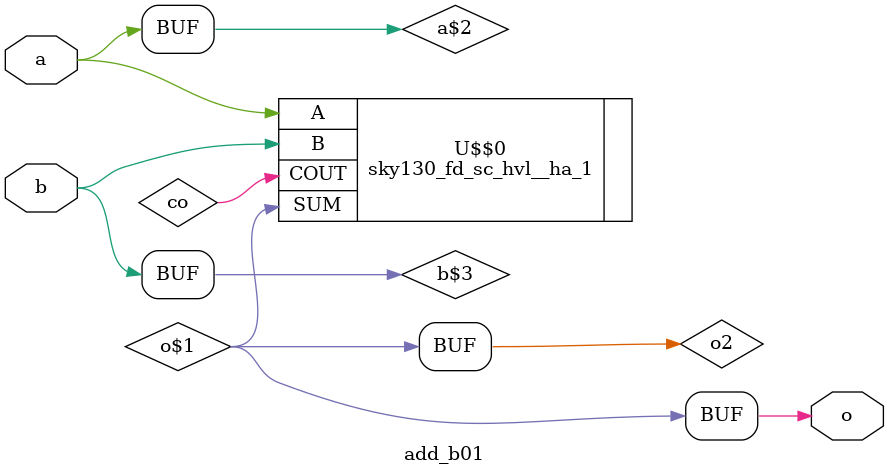
<source format=v>

/* --------------------------------------------------------------------------- */
/* Generated by Yosys 0.23 (git sha1 7ce5011c24b) */

(* \amaranth.hierarchy  = "add_b01" *)
(* top =  1  *)
(* generator = "Amaranth" *)
module add_b01(b, o, a);
  (* src = "adder.py:182" *)
  input a;
  wire a;
  (* src = "adder.py:212" *)
  wire \a$2 ;
  (* src = "adder.py:183" *)
  input b;
  wire b;
  (* src = "adder.py:213" *)
  wire \b$3 ;
  (* src = "adder.py:216" *)
  wire co;
  (* src = "adder.py:184" *)
  output o;
  wire o;
  (* src = "adder.py:214" *)
  wire \o$1 ;
  (* src = "adder.py:250" *)
  wire o2;
  sky130_fd_sc_hvl__ha_1 \U$$0  (
    .A(\a$2 ),
    .B(\b$3 ),
    .COUT(co),
    .SUM(\o$1 )
  );
  assign o = o2;
  assign o2 = \o$1 ;
  assign \b$3  = b;
  assign \a$2  = a;
endmodule

/* --------------------------------------------------------------------------- */
/* Generated by Yosys 0.23 (git sha1 7ce5011c24b) */

(* \amaranth.hierarchy  = "add_b02" *)
(* top =  1  *)
(* generator = "Amaranth" *)
module add_b02(b, o, a);
  (* src = "adder.py:182" *)
  input [1:0] a;
  wire [1:0] a;
  (* src = "adder.py:212" *)
  wire [1:0] \a$2 ;
  (* src = "adder.py:183" *)
  input [1:0] b;
  wire [1:0] b;
  (* src = "adder.py:213" *)
  wire [1:0] \b$3 ;
  (* src = "adder.py:215" *)
  wire [1:0] ci;
  (* src = "adder.py:216" *)
  wire [1:0] co;
  (* src = "adder.py:184" *)
  output [1:0] o;
  wire [1:0] o;
  (* src = "adder.py:214" *)
  wire [1:0] \o$1 ;
  (* src = "adder.py:250" *)
  wire [1:0] o2;
  sky130_fd_sc_hvl__ha_1 \U$$0  (
    .A(\a$2 [0]),
    .B(\b$3 [0]),
    .COUT(co[0]),
    .SUM(\o$1 [0])
  );
  sky130_fd_sc_hvl__fa_1 \U$$1  (
    .A(\a$2 [1]),
    .B(\b$3 [1]),
    .CIN(ci[1]),
    .COUT(co[1]),
    .SUM(\o$1 [1])
  );
  assign o = o2;
  assign o2 = \o$1 ;
  assign ci[1] = co[0];
  assign ci[0] = 1'h0;
  assign \b$3  = b;
  assign \a$2  = a;
endmodule

/* --------------------------------------------------------------------------- */
/* Generated by Yosys 0.23 (git sha1 7ce5011c24b) */

(* \amaranth.hierarchy  = "add_b03" *)
(* top =  1  *)
(* generator = "Amaranth" *)
module add_b03(b, o, a);
  (* src = "adder.py:182" *)
  input [2:0] a;
  wire [2:0] a;
  (* src = "adder.py:212" *)
  wire [2:0] \a$2 ;
  (* src = "adder.py:183" *)
  input [2:0] b;
  wire [2:0] b;
  (* src = "adder.py:213" *)
  wire [2:0] \b$3 ;
  (* src = "adder.py:215" *)
  wire [2:0] ci;
  (* src = "adder.py:216" *)
  wire [2:0] co;
  (* src = "adder.py:184" *)
  output [2:0] o;
  wire [2:0] o;
  (* src = "adder.py:214" *)
  wire [2:0] \o$1 ;
  (* src = "adder.py:250" *)
  wire [2:0] o2;
  sky130_fd_sc_hvl__ha_1 \U$$0  (
    .A(\a$2 [0]),
    .B(\b$3 [0]),
    .COUT(co[0]),
    .SUM(\o$1 [0])
  );
  sky130_fd_sc_hvl__fa_1 \U$$1  (
    .A(\a$2 [1]),
    .B(\b$3 [1]),
    .CIN(ci[1]),
    .COUT(co[1]),
    .SUM(\o$1 [1])
  );
  sky130_fd_sc_hvl__fa_1 \U$$2  (
    .A(\a$2 [2]),
    .B(\b$3 [2]),
    .CIN(ci[2]),
    .COUT(co[2]),
    .SUM(\o$1 [2])
  );
  assign o = o2;
  assign o2 = \o$1 ;
  assign ci[2] = co[1];
  assign ci[1] = co[0];
  assign ci[0] = 1'h0;
  assign \b$3  = b;
  assign \a$2  = a;
endmodule

/* --------------------------------------------------------------------------- */
/* Generated by Yosys 0.23 (git sha1 7ce5011c24b) */

(* \amaranth.hierarchy  = "add_b04" *)
(* top =  1  *)
(* generator = "Amaranth" *)
module add_b04(b, o, a);
  (* src = "adder.py:182" *)
  input [3:0] a;
  wire [3:0] a;
  (* src = "adder.py:212" *)
  wire [3:0] \a$2 ;
  (* src = "adder.py:183" *)
  input [3:0] b;
  wire [3:0] b;
  (* src = "adder.py:213" *)
  wire [3:0] \b$3 ;
  (* src = "adder.py:215" *)
  wire [3:0] ci;
  (* src = "adder.py:216" *)
  wire [3:0] co;
  (* src = "adder.py:184" *)
  output [3:0] o;
  wire [3:0] o;
  (* src = "adder.py:214" *)
  wire [3:0] \o$1 ;
  (* src = "adder.py:250" *)
  wire [3:0] o2;
  sky130_fd_sc_hvl__ha_1 \U$$0  (
    .A(\a$2 [0]),
    .B(\b$3 [0]),
    .COUT(co[0]),
    .SUM(\o$1 [0])
  );
  sky130_fd_sc_hvl__fa_1 \U$$1  (
    .A(\a$2 [1]),
    .B(\b$3 [1]),
    .CIN(ci[1]),
    .COUT(co[1]),
    .SUM(\o$1 [1])
  );
  sky130_fd_sc_hvl__fa_1 \U$$2  (
    .A(\a$2 [2]),
    .B(\b$3 [2]),
    .CIN(ci[2]),
    .COUT(co[2]),
    .SUM(\o$1 [2])
  );
  sky130_fd_sc_hvl__fa_1 \U$$3  (
    .A(\a$2 [3]),
    .B(\b$3 [3]),
    .CIN(ci[3]),
    .COUT(co[3]),
    .SUM(\o$1 [3])
  );
  assign o = o2;
  assign o2 = \o$1 ;
  assign ci[3] = co[2];
  assign ci[2] = co[1];
  assign ci[1] = co[0];
  assign ci[0] = 1'h0;
  assign \b$3  = b;
  assign \a$2  = a;
endmodule

/* --------------------------------------------------------------------------- */
/* Generated by Yosys 0.23 (git sha1 7ce5011c24b) */

(* \amaranth.hierarchy  = "add_b05" *)
(* top =  1  *)
(* generator = "Amaranth" *)
module add_b05(b, o, a);
  (* src = "adder.py:182" *)
  input [4:0] a;
  wire [4:0] a;
  (* src = "adder.py:212" *)
  wire [4:0] \a$2 ;
  (* src = "adder.py:183" *)
  input [4:0] b;
  wire [4:0] b;
  (* src = "adder.py:213" *)
  wire [4:0] \b$3 ;
  (* src = "adder.py:215" *)
  wire [4:0] ci;
  (* src = "adder.py:216" *)
  wire [4:0] co;
  (* src = "adder.py:184" *)
  output [4:0] o;
  wire [4:0] o;
  (* src = "adder.py:214" *)
  wire [4:0] \o$1 ;
  (* src = "adder.py:250" *)
  wire [4:0] o2;
  sky130_fd_sc_hvl__ha_1 \U$$0  (
    .A(\a$2 [0]),
    .B(\b$3 [0]),
    .COUT(co[0]),
    .SUM(\o$1 [0])
  );
  sky130_fd_sc_hvl__fa_1 \U$$1  (
    .A(\a$2 [1]),
    .B(\b$3 [1]),
    .CIN(ci[1]),
    .COUT(co[1]),
    .SUM(\o$1 [1])
  );
  sky130_fd_sc_hvl__fa_1 \U$$2  (
    .A(\a$2 [2]),
    .B(\b$3 [2]),
    .CIN(ci[2]),
    .COUT(co[2]),
    .SUM(\o$1 [2])
  );
  sky130_fd_sc_hvl__fa_1 \U$$3  (
    .A(\a$2 [3]),
    .B(\b$3 [3]),
    .CIN(ci[3]),
    .COUT(co[3]),
    .SUM(\o$1 [3])
  );
  sky130_fd_sc_hvl__fa_1 \U$$4  (
    .A(\a$2 [4]),
    .B(\b$3 [4]),
    .CIN(ci[4]),
    .COUT(co[4]),
    .SUM(\o$1 [4])
  );
  assign o = o2;
  assign o2 = \o$1 ;
  assign ci[4] = co[3];
  assign ci[3] = co[2];
  assign ci[2] = co[1];
  assign ci[1] = co[0];
  assign ci[0] = 1'h0;
  assign \b$3  = b;
  assign \a$2  = a;
endmodule

/* --------------------------------------------------------------------------- */
/* Generated by Yosys 0.23 (git sha1 7ce5011c24b) */

(* \amaranth.hierarchy  = "add_b06" *)
(* top =  1  *)
(* generator = "Amaranth" *)
module add_b06(b, o, a);
  (* src = "adder.py:182" *)
  input [5:0] a;
  wire [5:0] a;
  (* src = "adder.py:212" *)
  wire [5:0] \a$2 ;
  (* src = "adder.py:183" *)
  input [5:0] b;
  wire [5:0] b;
  (* src = "adder.py:213" *)
  wire [5:0] \b$3 ;
  (* src = "adder.py:215" *)
  wire [5:0] ci;
  (* src = "adder.py:216" *)
  wire [5:0] co;
  (* src = "adder.py:184" *)
  output [5:0] o;
  wire [5:0] o;
  (* src = "adder.py:214" *)
  wire [5:0] \o$1 ;
  (* src = "adder.py:250" *)
  wire [5:0] o2;
  sky130_fd_sc_hvl__ha_1 \U$$0  (
    .A(\a$2 [0]),
    .B(\b$3 [0]),
    .COUT(co[0]),
    .SUM(\o$1 [0])
  );
  sky130_fd_sc_hvl__fa_1 \U$$1  (
    .A(\a$2 [1]),
    .B(\b$3 [1]),
    .CIN(ci[1]),
    .COUT(co[1]),
    .SUM(\o$1 [1])
  );
  sky130_fd_sc_hvl__fa_1 \U$$2  (
    .A(\a$2 [2]),
    .B(\b$3 [2]),
    .CIN(ci[2]),
    .COUT(co[2]),
    .SUM(\o$1 [2])
  );
  sky130_fd_sc_hvl__fa_1 \U$$3  (
    .A(\a$2 [3]),
    .B(\b$3 [3]),
    .CIN(ci[3]),
    .COUT(co[3]),
    .SUM(\o$1 [3])
  );
  sky130_fd_sc_hvl__fa_1 \U$$4  (
    .A(\a$2 [4]),
    .B(\b$3 [4]),
    .CIN(ci[4]),
    .COUT(co[4]),
    .SUM(\o$1 [4])
  );
  sky130_fd_sc_hvl__fa_1 \U$$5  (
    .A(\a$2 [5]),
    .B(\b$3 [5]),
    .CIN(ci[5]),
    .COUT(co[5]),
    .SUM(\o$1 [5])
  );
  assign o = o2;
  assign o2 = \o$1 ;
  assign ci[5] = co[4];
  assign ci[4] = co[3];
  assign ci[3] = co[2];
  assign ci[2] = co[1];
  assign ci[1] = co[0];
  assign ci[0] = 1'h0;
  assign \b$3  = b;
  assign \a$2  = a;
endmodule

/* --------------------------------------------------------------------------- */
/* Generated by Yosys 0.23 (git sha1 7ce5011c24b) */

(* \amaranth.hierarchy  = "add_b07" *)
(* top =  1  *)
(* generator = "Amaranth" *)
module add_b07(b, o, a);
  (* src = "adder.py:182" *)
  input [6:0] a;
  wire [6:0] a;
  (* src = "adder.py:212" *)
  wire [6:0] \a$2 ;
  (* src = "adder.py:183" *)
  input [6:0] b;
  wire [6:0] b;
  (* src = "adder.py:213" *)
  wire [6:0] \b$3 ;
  (* src = "adder.py:215" *)
  wire [6:0] ci;
  (* src = "adder.py:216" *)
  wire [6:0] co;
  (* src = "adder.py:184" *)
  output [6:0] o;
  wire [6:0] o;
  (* src = "adder.py:214" *)
  wire [6:0] \o$1 ;
  (* src = "adder.py:250" *)
  wire [6:0] o2;
  sky130_fd_sc_hvl__ha_1 \U$$0  (
    .A(\a$2 [0]),
    .B(\b$3 [0]),
    .COUT(co[0]),
    .SUM(\o$1 [0])
  );
  sky130_fd_sc_hvl__fa_1 \U$$1  (
    .A(\a$2 [1]),
    .B(\b$3 [1]),
    .CIN(ci[1]),
    .COUT(co[1]),
    .SUM(\o$1 [1])
  );
  sky130_fd_sc_hvl__fa_1 \U$$2  (
    .A(\a$2 [2]),
    .B(\b$3 [2]),
    .CIN(ci[2]),
    .COUT(co[2]),
    .SUM(\o$1 [2])
  );
  sky130_fd_sc_hvl__fa_1 \U$$3  (
    .A(\a$2 [3]),
    .B(\b$3 [3]),
    .CIN(ci[3]),
    .COUT(co[3]),
    .SUM(\o$1 [3])
  );
  sky130_fd_sc_hvl__fa_1 \U$$4  (
    .A(\a$2 [4]),
    .B(\b$3 [4]),
    .CIN(ci[4]),
    .COUT(co[4]),
    .SUM(\o$1 [4])
  );
  sky130_fd_sc_hvl__fa_1 \U$$5  (
    .A(\a$2 [5]),
    .B(\b$3 [5]),
    .CIN(ci[5]),
    .COUT(co[5]),
    .SUM(\o$1 [5])
  );
  sky130_fd_sc_hvl__fa_1 \U$$6  (
    .A(\a$2 [6]),
    .B(\b$3 [6]),
    .CIN(ci[6]),
    .COUT(co[6]),
    .SUM(\o$1 [6])
  );
  assign o = o2;
  assign o2 = \o$1 ;
  assign ci[6] = co[5];
  assign ci[5] = co[4];
  assign ci[4] = co[3];
  assign ci[3] = co[2];
  assign ci[2] = co[1];
  assign ci[1] = co[0];
  assign ci[0] = 1'h0;
  assign \b$3  = b;
  assign \a$2  = a;
endmodule

/* --------------------------------------------------------------------------- */
/* Generated by Yosys 0.23 (git sha1 7ce5011c24b) */

(* \amaranth.hierarchy  = "add_b08" *)
(* top =  1  *)
(* generator = "Amaranth" *)
module add_b08(b, o, a);
  (* src = "adder.py:182" *)
  input [7:0] a;
  wire [7:0] a;
  (* src = "adder.py:212" *)
  wire [7:0] \a$2 ;
  (* src = "adder.py:183" *)
  input [7:0] b;
  wire [7:0] b;
  (* src = "adder.py:213" *)
  wire [7:0] \b$3 ;
  (* src = "adder.py:215" *)
  wire [7:0] ci;
  (* src = "adder.py:216" *)
  wire [7:0] co;
  (* src = "adder.py:184" *)
  output [7:0] o;
  wire [7:0] o;
  (* src = "adder.py:214" *)
  wire [7:0] \o$1 ;
  (* src = "adder.py:250" *)
  wire [7:0] o2;
  sky130_fd_sc_hvl__ha_1 \U$$0  (
    .A(\a$2 [0]),
    .B(\b$3 [0]),
    .COUT(co[0]),
    .SUM(\o$1 [0])
  );
  sky130_fd_sc_hvl__fa_1 \U$$1  (
    .A(\a$2 [1]),
    .B(\b$3 [1]),
    .CIN(ci[1]),
    .COUT(co[1]),
    .SUM(\o$1 [1])
  );
  sky130_fd_sc_hvl__fa_1 \U$$2  (
    .A(\a$2 [2]),
    .B(\b$3 [2]),
    .CIN(ci[2]),
    .COUT(co[2]),
    .SUM(\o$1 [2])
  );
  sky130_fd_sc_hvl__fa_1 \U$$3  (
    .A(\a$2 [3]),
    .B(\b$3 [3]),
    .CIN(ci[3]),
    .COUT(co[3]),
    .SUM(\o$1 [3])
  );
  sky130_fd_sc_hvl__fa_1 \U$$4  (
    .A(\a$2 [4]),
    .B(\b$3 [4]),
    .CIN(ci[4]),
    .COUT(co[4]),
    .SUM(\o$1 [4])
  );
  sky130_fd_sc_hvl__fa_1 \U$$5  (
    .A(\a$2 [5]),
    .B(\b$3 [5]),
    .CIN(ci[5]),
    .COUT(co[5]),
    .SUM(\o$1 [5])
  );
  sky130_fd_sc_hvl__fa_1 \U$$6  (
    .A(\a$2 [6]),
    .B(\b$3 [6]),
    .CIN(ci[6]),
    .COUT(co[6]),
    .SUM(\o$1 [6])
  );
  sky130_fd_sc_hvl__fa_1 \U$$7  (
    .A(\a$2 [7]),
    .B(\b$3 [7]),
    .CIN(ci[7]),
    .COUT(co[7]),
    .SUM(\o$1 [7])
  );
  assign o = o2;
  assign o2 = \o$1 ;
  assign ci[7] = co[6];
  assign ci[6] = co[5];
  assign ci[5] = co[4];
  assign ci[4] = co[3];
  assign ci[3] = co[2];
  assign ci[2] = co[1];
  assign ci[1] = co[0];
  assign ci[0] = 1'h0;
  assign \b$3  = b;
  assign \a$2  = a;
endmodule

/* --------------------------------------------------------------------------- */
/* Generated by Yosys 0.23 (git sha1 7ce5011c24b) */

(* \amaranth.hierarchy  = "add_b09" *)
(* top =  1  *)
(* generator = "Amaranth" *)
module add_b09(b, o, a);
  (* src = "adder.py:182" *)
  input [8:0] a;
  wire [8:0] a;
  (* src = "adder.py:212" *)
  wire [8:0] \a$2 ;
  (* src = "adder.py:183" *)
  input [8:0] b;
  wire [8:0] b;
  (* src = "adder.py:213" *)
  wire [8:0] \b$3 ;
  (* src = "adder.py:215" *)
  wire [8:0] ci;
  (* src = "adder.py:216" *)
  wire [8:0] co;
  (* src = "adder.py:184" *)
  output [8:0] o;
  wire [8:0] o;
  (* src = "adder.py:214" *)
  wire [8:0] \o$1 ;
  (* src = "adder.py:250" *)
  wire [8:0] o2;
  sky130_fd_sc_hvl__ha_1 \U$$0  (
    .A(\a$2 [0]),
    .B(\b$3 [0]),
    .COUT(co[0]),
    .SUM(\o$1 [0])
  );
  sky130_fd_sc_hvl__fa_1 \U$$1  (
    .A(\a$2 [1]),
    .B(\b$3 [1]),
    .CIN(ci[1]),
    .COUT(co[1]),
    .SUM(\o$1 [1])
  );
  sky130_fd_sc_hvl__fa_1 \U$$2  (
    .A(\a$2 [2]),
    .B(\b$3 [2]),
    .CIN(ci[2]),
    .COUT(co[2]),
    .SUM(\o$1 [2])
  );
  sky130_fd_sc_hvl__fa_1 \U$$3  (
    .A(\a$2 [3]),
    .B(\b$3 [3]),
    .CIN(ci[3]),
    .COUT(co[3]),
    .SUM(\o$1 [3])
  );
  sky130_fd_sc_hvl__fa_1 \U$$4  (
    .A(\a$2 [4]),
    .B(\b$3 [4]),
    .CIN(ci[4]),
    .COUT(co[4]),
    .SUM(\o$1 [4])
  );
  sky130_fd_sc_hvl__fa_1 \U$$5  (
    .A(\a$2 [5]),
    .B(\b$3 [5]),
    .CIN(ci[5]),
    .COUT(co[5]),
    .SUM(\o$1 [5])
  );
  sky130_fd_sc_hvl__fa_1 \U$$6  (
    .A(\a$2 [6]),
    .B(\b$3 [6]),
    .CIN(ci[6]),
    .COUT(co[6]),
    .SUM(\o$1 [6])
  );
  sky130_fd_sc_hvl__fa_1 \U$$7  (
    .A(\a$2 [7]),
    .B(\b$3 [7]),
    .CIN(ci[7]),
    .COUT(co[7]),
    .SUM(\o$1 [7])
  );
  sky130_fd_sc_hvl__fa_1 \U$$8  (
    .A(\a$2 [8]),
    .B(\b$3 [8]),
    .CIN(ci[8]),
    .COUT(co[8]),
    .SUM(\o$1 [8])
  );
  assign o = o2;
  assign o2 = \o$1 ;
  assign ci[8] = co[7];
  assign ci[7] = co[6];
  assign ci[6] = co[5];
  assign ci[5] = co[4];
  assign ci[4] = co[3];
  assign ci[3] = co[2];
  assign ci[2] = co[1];
  assign ci[1] = co[0];
  assign ci[0] = 1'h0;
  assign \b$3  = b;
  assign \a$2  = a;
endmodule

/* --------------------------------------------------------------------------- */
/* Generated by Yosys 0.23 (git sha1 7ce5011c24b) */

(* \amaranth.hierarchy  = "add_b10" *)
(* top =  1  *)
(* generator = "Amaranth" *)
module add_b10(b, o, a);
  (* src = "adder.py:182" *)
  input [9:0] a;
  wire [9:0] a;
  (* src = "adder.py:212" *)
  wire [9:0] \a$2 ;
  (* src = "adder.py:183" *)
  input [9:0] b;
  wire [9:0] b;
  (* src = "adder.py:213" *)
  wire [9:0] \b$3 ;
  (* src = "adder.py:215" *)
  wire [9:0] ci;
  (* src = "adder.py:216" *)
  wire [9:0] co;
  (* src = "adder.py:184" *)
  output [9:0] o;
  wire [9:0] o;
  (* src = "adder.py:214" *)
  wire [9:0] \o$1 ;
  (* src = "adder.py:250" *)
  wire [9:0] o2;
  sky130_fd_sc_hvl__ha_1 \U$$0  (
    .A(\a$2 [0]),
    .B(\b$3 [0]),
    .COUT(co[0]),
    .SUM(\o$1 [0])
  );
  sky130_fd_sc_hvl__fa_1 \U$$1  (
    .A(\a$2 [1]),
    .B(\b$3 [1]),
    .CIN(ci[1]),
    .COUT(co[1]),
    .SUM(\o$1 [1])
  );
  sky130_fd_sc_hvl__fa_1 \U$$2  (
    .A(\a$2 [2]),
    .B(\b$3 [2]),
    .CIN(ci[2]),
    .COUT(co[2]),
    .SUM(\o$1 [2])
  );
  sky130_fd_sc_hvl__fa_1 \U$$3  (
    .A(\a$2 [3]),
    .B(\b$3 [3]),
    .CIN(ci[3]),
    .COUT(co[3]),
    .SUM(\o$1 [3])
  );
  sky130_fd_sc_hvl__fa_1 \U$$4  (
    .A(\a$2 [4]),
    .B(\b$3 [4]),
    .CIN(ci[4]),
    .COUT(co[4]),
    .SUM(\o$1 [4])
  );
  sky130_fd_sc_hvl__fa_1 \U$$5  (
    .A(\a$2 [5]),
    .B(\b$3 [5]),
    .CIN(ci[5]),
    .COUT(co[5]),
    .SUM(\o$1 [5])
  );
  sky130_fd_sc_hvl__fa_1 \U$$6  (
    .A(\a$2 [6]),
    .B(\b$3 [6]),
    .CIN(ci[6]),
    .COUT(co[6]),
    .SUM(\o$1 [6])
  );
  sky130_fd_sc_hvl__fa_1 \U$$7  (
    .A(\a$2 [7]),
    .B(\b$3 [7]),
    .CIN(ci[7]),
    .COUT(co[7]),
    .SUM(\o$1 [7])
  );
  sky130_fd_sc_hvl__fa_1 \U$$8  (
    .A(\a$2 [8]),
    .B(\b$3 [8]),
    .CIN(ci[8]),
    .COUT(co[8]),
    .SUM(\o$1 [8])
  );
  sky130_fd_sc_hvl__fa_1 \U$$9  (
    .A(\a$2 [9]),
    .B(\b$3 [9]),
    .CIN(ci[9]),
    .COUT(co[9]),
    .SUM(\o$1 [9])
  );
  assign o = o2;
  assign o2 = \o$1 ;
  assign ci[9] = co[8];
  assign ci[8] = co[7];
  assign ci[7] = co[6];
  assign ci[6] = co[5];
  assign ci[5] = co[4];
  assign ci[4] = co[3];
  assign ci[3] = co[2];
  assign ci[2] = co[1];
  assign ci[1] = co[0];
  assign ci[0] = 1'h0;
  assign \b$3  = b;
  assign \a$2  = a;
endmodule

/* --------------------------------------------------------------------------- */
/* Generated by Yosys 0.23 (git sha1 7ce5011c24b) */

(* \amaranth.hierarchy  = "add_b11" *)
(* top =  1  *)
(* generator = "Amaranth" *)
module add_b11(b, o, a);
  (* src = "adder.py:182" *)
  input [10:0] a;
  wire [10:0] a;
  (* src = "adder.py:212" *)
  wire [10:0] \a$2 ;
  (* src = "adder.py:183" *)
  input [10:0] b;
  wire [10:0] b;
  (* src = "adder.py:213" *)
  wire [10:0] \b$3 ;
  (* src = "adder.py:215" *)
  wire [10:0] ci;
  (* src = "adder.py:216" *)
  wire [10:0] co;
  (* src = "adder.py:184" *)
  output [10:0] o;
  wire [10:0] o;
  (* src = "adder.py:214" *)
  wire [10:0] \o$1 ;
  (* src = "adder.py:250" *)
  wire [10:0] o2;
  sky130_fd_sc_hvl__ha_1 \U$$0  (
    .A(\a$2 [0]),
    .B(\b$3 [0]),
    .COUT(co[0]),
    .SUM(\o$1 [0])
  );
  sky130_fd_sc_hvl__fa_1 \U$$1  (
    .A(\a$2 [1]),
    .B(\b$3 [1]),
    .CIN(ci[1]),
    .COUT(co[1]),
    .SUM(\o$1 [1])
  );
  sky130_fd_sc_hvl__fa_1 \U$$10  (
    .A(\a$2 [10]),
    .B(\b$3 [10]),
    .CIN(ci[10]),
    .COUT(co[10]),
    .SUM(\o$1 [10])
  );
  sky130_fd_sc_hvl__fa_1 \U$$2  (
    .A(\a$2 [2]),
    .B(\b$3 [2]),
    .CIN(ci[2]),
    .COUT(co[2]),
    .SUM(\o$1 [2])
  );
  sky130_fd_sc_hvl__fa_1 \U$$3  (
    .A(\a$2 [3]),
    .B(\b$3 [3]),
    .CIN(ci[3]),
    .COUT(co[3]),
    .SUM(\o$1 [3])
  );
  sky130_fd_sc_hvl__fa_1 \U$$4  (
    .A(\a$2 [4]),
    .B(\b$3 [4]),
    .CIN(ci[4]),
    .COUT(co[4]),
    .SUM(\o$1 [4])
  );
  sky130_fd_sc_hvl__fa_1 \U$$5  (
    .A(\a$2 [5]),
    .B(\b$3 [5]),
    .CIN(ci[5]),
    .COUT(co[5]),
    .SUM(\o$1 [5])
  );
  sky130_fd_sc_hvl__fa_1 \U$$6  (
    .A(\a$2 [6]),
    .B(\b$3 [6]),
    .CIN(ci[6]),
    .COUT(co[6]),
    .SUM(\o$1 [6])
  );
  sky130_fd_sc_hvl__fa_1 \U$$7  (
    .A(\a$2 [7]),
    .B(\b$3 [7]),
    .CIN(ci[7]),
    .COUT(co[7]),
    .SUM(\o$1 [7])
  );
  sky130_fd_sc_hvl__fa_1 \U$$8  (
    .A(\a$2 [8]),
    .B(\b$3 [8]),
    .CIN(ci[8]),
    .COUT(co[8]),
    .SUM(\o$1 [8])
  );
  sky130_fd_sc_hvl__fa_1 \U$$9  (
    .A(\a$2 [9]),
    .B(\b$3 [9]),
    .CIN(ci[9]),
    .COUT(co[9]),
    .SUM(\o$1 [9])
  );
  assign o = o2;
  assign o2 = \o$1 ;
  assign ci[10] = co[9];
  assign ci[9] = co[8];
  assign ci[8] = co[7];
  assign ci[7] = co[6];
  assign ci[6] = co[5];
  assign ci[5] = co[4];
  assign ci[4] = co[3];
  assign ci[3] = co[2];
  assign ci[2] = co[1];
  assign ci[1] = co[0];
  assign ci[0] = 1'h0;
  assign \b$3  = b;
  assign \a$2  = a;
endmodule

/* --------------------------------------------------------------------------- */
/* Generated by Yosys 0.23 (git sha1 7ce5011c24b) */

(* \amaranth.hierarchy  = "add_b12" *)
(* top =  1  *)
(* generator = "Amaranth" *)
module add_b12(b, o, a);
  (* src = "adder.py:182" *)
  input [11:0] a;
  wire [11:0] a;
  (* src = "adder.py:212" *)
  wire [11:0] \a$2 ;
  (* src = "adder.py:183" *)
  input [11:0] b;
  wire [11:0] b;
  (* src = "adder.py:213" *)
  wire [11:0] \b$3 ;
  (* src = "adder.py:215" *)
  wire [11:0] ci;
  (* src = "adder.py:216" *)
  wire [11:0] co;
  (* src = "adder.py:184" *)
  output [11:0] o;
  wire [11:0] o;
  (* src = "adder.py:214" *)
  wire [11:0] \o$1 ;
  (* src = "adder.py:250" *)
  wire [11:0] o2;
  sky130_fd_sc_hvl__ha_1 \U$$0  (
    .A(\a$2 [0]),
    .B(\b$3 [0]),
    .COUT(co[0]),
    .SUM(\o$1 [0])
  );
  sky130_fd_sc_hvl__fa_1 \U$$1  (
    .A(\a$2 [1]),
    .B(\b$3 [1]),
    .CIN(ci[1]),
    .COUT(co[1]),
    .SUM(\o$1 [1])
  );
  sky130_fd_sc_hvl__fa_1 \U$$10  (
    .A(\a$2 [10]),
    .B(\b$3 [10]),
    .CIN(ci[10]),
    .COUT(co[10]),
    .SUM(\o$1 [10])
  );
  sky130_fd_sc_hvl__fa_1 \U$$11  (
    .A(\a$2 [11]),
    .B(\b$3 [11]),
    .CIN(ci[11]),
    .COUT(co[11]),
    .SUM(\o$1 [11])
  );
  sky130_fd_sc_hvl__fa_1 \U$$2  (
    .A(\a$2 [2]),
    .B(\b$3 [2]),
    .CIN(ci[2]),
    .COUT(co[2]),
    .SUM(\o$1 [2])
  );
  sky130_fd_sc_hvl__fa_1 \U$$3  (
    .A(\a$2 [3]),
    .B(\b$3 [3]),
    .CIN(ci[3]),
    .COUT(co[3]),
    .SUM(\o$1 [3])
  );
  sky130_fd_sc_hvl__fa_1 \U$$4  (
    .A(\a$2 [4]),
    .B(\b$3 [4]),
    .CIN(ci[4]),
    .COUT(co[4]),
    .SUM(\o$1 [4])
  );
  sky130_fd_sc_hvl__fa_1 \U$$5  (
    .A(\a$2 [5]),
    .B(\b$3 [5]),
    .CIN(ci[5]),
    .COUT(co[5]),
    .SUM(\o$1 [5])
  );
  sky130_fd_sc_hvl__fa_1 \U$$6  (
    .A(\a$2 [6]),
    .B(\b$3 [6]),
    .CIN(ci[6]),
    .COUT(co[6]),
    .SUM(\o$1 [6])
  );
  sky130_fd_sc_hvl__fa_1 \U$$7  (
    .A(\a$2 [7]),
    .B(\b$3 [7]),
    .CIN(ci[7]),
    .COUT(co[7]),
    .SUM(\o$1 [7])
  );
  sky130_fd_sc_hvl__fa_1 \U$$8  (
    .A(\a$2 [8]),
    .B(\b$3 [8]),
    .CIN(ci[8]),
    .COUT(co[8]),
    .SUM(\o$1 [8])
  );
  sky130_fd_sc_hvl__fa_1 \U$$9  (
    .A(\a$2 [9]),
    .B(\b$3 [9]),
    .CIN(ci[9]),
    .COUT(co[9]),
    .SUM(\o$1 [9])
  );
  assign o = o2;
  assign o2 = \o$1 ;
  assign ci[11] = co[10];
  assign ci[10] = co[9];
  assign ci[9] = co[8];
  assign ci[8] = co[7];
  assign ci[7] = co[6];
  assign ci[6] = co[5];
  assign ci[5] = co[4];
  assign ci[4] = co[3];
  assign ci[3] = co[2];
  assign ci[2] = co[1];
  assign ci[1] = co[0];
  assign ci[0] = 1'h0;
  assign \b$3  = b;
  assign \a$2  = a;
endmodule

/* --------------------------------------------------------------------------- */
/* Generated by Yosys 0.23 (git sha1 7ce5011c24b) */

(* \amaranth.hierarchy  = "add_b13" *)
(* top =  1  *)
(* generator = "Amaranth" *)
module add_b13(b, o, a);
  (* src = "adder.py:182" *)
  input [12:0] a;
  wire [12:0] a;
  (* src = "adder.py:212" *)
  wire [12:0] \a$2 ;
  (* src = "adder.py:183" *)
  input [12:0] b;
  wire [12:0] b;
  (* src = "adder.py:213" *)
  wire [12:0] \b$3 ;
  (* src = "adder.py:215" *)
  wire [12:0] ci;
  (* src = "adder.py:216" *)
  wire [12:0] co;
  (* src = "adder.py:184" *)
  output [12:0] o;
  wire [12:0] o;
  (* src = "adder.py:214" *)
  wire [12:0] \o$1 ;
  (* src = "adder.py:250" *)
  wire [12:0] o2;
  sky130_fd_sc_hvl__ha_1 \U$$0  (
    .A(\a$2 [0]),
    .B(\b$3 [0]),
    .COUT(co[0]),
    .SUM(\o$1 [0])
  );
  sky130_fd_sc_hvl__fa_1 \U$$1  (
    .A(\a$2 [1]),
    .B(\b$3 [1]),
    .CIN(ci[1]),
    .COUT(co[1]),
    .SUM(\o$1 [1])
  );
  sky130_fd_sc_hvl__fa_1 \U$$10  (
    .A(\a$2 [10]),
    .B(\b$3 [10]),
    .CIN(ci[10]),
    .COUT(co[10]),
    .SUM(\o$1 [10])
  );
  sky130_fd_sc_hvl__fa_1 \U$$11  (
    .A(\a$2 [11]),
    .B(\b$3 [11]),
    .CIN(ci[11]),
    .COUT(co[11]),
    .SUM(\o$1 [11])
  );
  sky130_fd_sc_hvl__fa_1 \U$$12  (
    .A(\a$2 [12]),
    .B(\b$3 [12]),
    .CIN(ci[12]),
    .COUT(co[12]),
    .SUM(\o$1 [12])
  );
  sky130_fd_sc_hvl__fa_1 \U$$2  (
    .A(\a$2 [2]),
    .B(\b$3 [2]),
    .CIN(ci[2]),
    .COUT(co[2]),
    .SUM(\o$1 [2])
  );
  sky130_fd_sc_hvl__fa_1 \U$$3  (
    .A(\a$2 [3]),
    .B(\b$3 [3]),
    .CIN(ci[3]),
    .COUT(co[3]),
    .SUM(\o$1 [3])
  );
  sky130_fd_sc_hvl__fa_1 \U$$4  (
    .A(\a$2 [4]),
    .B(\b$3 [4]),
    .CIN(ci[4]),
    .COUT(co[4]),
    .SUM(\o$1 [4])
  );
  sky130_fd_sc_hvl__fa_1 \U$$5  (
    .A(\a$2 [5]),
    .B(\b$3 [5]),
    .CIN(ci[5]),
    .COUT(co[5]),
    .SUM(\o$1 [5])
  );
  sky130_fd_sc_hvl__fa_1 \U$$6  (
    .A(\a$2 [6]),
    .B(\b$3 [6]),
    .CIN(ci[6]),
    .COUT(co[6]),
    .SUM(\o$1 [6])
  );
  sky130_fd_sc_hvl__fa_1 \U$$7  (
    .A(\a$2 [7]),
    .B(\b$3 [7]),
    .CIN(ci[7]),
    .COUT(co[7]),
    .SUM(\o$1 [7])
  );
  sky130_fd_sc_hvl__fa_1 \U$$8  (
    .A(\a$2 [8]),
    .B(\b$3 [8]),
    .CIN(ci[8]),
    .COUT(co[8]),
    .SUM(\o$1 [8])
  );
  sky130_fd_sc_hvl__fa_1 \U$$9  (
    .A(\a$2 [9]),
    .B(\b$3 [9]),
    .CIN(ci[9]),
    .COUT(co[9]),
    .SUM(\o$1 [9])
  );
  assign o = o2;
  assign o2 = \o$1 ;
  assign ci[12] = co[11];
  assign ci[11] = co[10];
  assign ci[10] = co[9];
  assign ci[9] = co[8];
  assign ci[8] = co[7];
  assign ci[7] = co[6];
  assign ci[6] = co[5];
  assign ci[5] = co[4];
  assign ci[4] = co[3];
  assign ci[3] = co[2];
  assign ci[2] = co[1];
  assign ci[1] = co[0];
  assign ci[0] = 1'h0;
  assign \b$3  = b;
  assign \a$2  = a;
endmodule

/* --------------------------------------------------------------------------- */
/* Generated by Yosys 0.23 (git sha1 7ce5011c24b) */

(* \amaranth.hierarchy  = "add_b14" *)
(* top =  1  *)
(* generator = "Amaranth" *)
module add_b14(b, o, a);
  (* src = "adder.py:182" *)
  input [13:0] a;
  wire [13:0] a;
  (* src = "adder.py:212" *)
  wire [13:0] \a$2 ;
  (* src = "adder.py:183" *)
  input [13:0] b;
  wire [13:0] b;
  (* src = "adder.py:213" *)
  wire [13:0] \b$3 ;
  (* src = "adder.py:215" *)
  wire [13:0] ci;
  (* src = "adder.py:216" *)
  wire [13:0] co;
  (* src = "adder.py:184" *)
  output [13:0] o;
  wire [13:0] o;
  (* src = "adder.py:214" *)
  wire [13:0] \o$1 ;
  (* src = "adder.py:250" *)
  wire [13:0] o2;
  sky130_fd_sc_hvl__ha_1 \U$$0  (
    .A(\a$2 [0]),
    .B(\b$3 [0]),
    .COUT(co[0]),
    .SUM(\o$1 [0])
  );
  sky130_fd_sc_hvl__fa_1 \U$$1  (
    .A(\a$2 [1]),
    .B(\b$3 [1]),
    .CIN(ci[1]),
    .COUT(co[1]),
    .SUM(\o$1 [1])
  );
  sky130_fd_sc_hvl__fa_1 \U$$10  (
    .A(\a$2 [10]),
    .B(\b$3 [10]),
    .CIN(ci[10]),
    .COUT(co[10]),
    .SUM(\o$1 [10])
  );
  sky130_fd_sc_hvl__fa_1 \U$$11  (
    .A(\a$2 [11]),
    .B(\b$3 [11]),
    .CIN(ci[11]),
    .COUT(co[11]),
    .SUM(\o$1 [11])
  );
  sky130_fd_sc_hvl__fa_1 \U$$12  (
    .A(\a$2 [12]),
    .B(\b$3 [12]),
    .CIN(ci[12]),
    .COUT(co[12]),
    .SUM(\o$1 [12])
  );
  sky130_fd_sc_hvl__fa_1 \U$$13  (
    .A(\a$2 [13]),
    .B(\b$3 [13]),
    .CIN(ci[13]),
    .COUT(co[13]),
    .SUM(\o$1 [13])
  );
  sky130_fd_sc_hvl__fa_1 \U$$2  (
    .A(\a$2 [2]),
    .B(\b$3 [2]),
    .CIN(ci[2]),
    .COUT(co[2]),
    .SUM(\o$1 [2])
  );
  sky130_fd_sc_hvl__fa_1 \U$$3  (
    .A(\a$2 [3]),
    .B(\b$3 [3]),
    .CIN(ci[3]),
    .COUT(co[3]),
    .SUM(\o$1 [3])
  );
  sky130_fd_sc_hvl__fa_1 \U$$4  (
    .A(\a$2 [4]),
    .B(\b$3 [4]),
    .CIN(ci[4]),
    .COUT(co[4]),
    .SUM(\o$1 [4])
  );
  sky130_fd_sc_hvl__fa_1 \U$$5  (
    .A(\a$2 [5]),
    .B(\b$3 [5]),
    .CIN(ci[5]),
    .COUT(co[5]),
    .SUM(\o$1 [5])
  );
  sky130_fd_sc_hvl__fa_1 \U$$6  (
    .A(\a$2 [6]),
    .B(\b$3 [6]),
    .CIN(ci[6]),
    .COUT(co[6]),
    .SUM(\o$1 [6])
  );
  sky130_fd_sc_hvl__fa_1 \U$$7  (
    .A(\a$2 [7]),
    .B(\b$3 [7]),
    .CIN(ci[7]),
    .COUT(co[7]),
    .SUM(\o$1 [7])
  );
  sky130_fd_sc_hvl__fa_1 \U$$8  (
    .A(\a$2 [8]),
    .B(\b$3 [8]),
    .CIN(ci[8]),
    .COUT(co[8]),
    .SUM(\o$1 [8])
  );
  sky130_fd_sc_hvl__fa_1 \U$$9  (
    .A(\a$2 [9]),
    .B(\b$3 [9]),
    .CIN(ci[9]),
    .COUT(co[9]),
    .SUM(\o$1 [9])
  );
  assign o = o2;
  assign o2 = \o$1 ;
  assign ci[13] = co[12];
  assign ci[12] = co[11];
  assign ci[11] = co[10];
  assign ci[10] = co[9];
  assign ci[9] = co[8];
  assign ci[8] = co[7];
  assign ci[7] = co[6];
  assign ci[6] = co[5];
  assign ci[5] = co[4];
  assign ci[4] = co[3];
  assign ci[3] = co[2];
  assign ci[2] = co[1];
  assign ci[1] = co[0];
  assign ci[0] = 1'h0;
  assign \b$3  = b;
  assign \a$2  = a;
endmodule

/* --------------------------------------------------------------------------- */
/* Generated by Yosys 0.23 (git sha1 7ce5011c24b) */

(* \amaranth.hierarchy  = "add_b15" *)
(* top =  1  *)
(* generator = "Amaranth" *)
module add_b15(b, o, a);
  (* src = "adder.py:182" *)
  input [14:0] a;
  wire [14:0] a;
  (* src = "adder.py:212" *)
  wire [14:0] \a$2 ;
  (* src = "adder.py:183" *)
  input [14:0] b;
  wire [14:0] b;
  (* src = "adder.py:213" *)
  wire [14:0] \b$3 ;
  (* src = "adder.py:215" *)
  wire [14:0] ci;
  (* src = "adder.py:216" *)
  wire [14:0] co;
  (* src = "adder.py:184" *)
  output [14:0] o;
  wire [14:0] o;
  (* src = "adder.py:214" *)
  wire [14:0] \o$1 ;
  (* src = "adder.py:250" *)
  wire [14:0] o2;
  sky130_fd_sc_hvl__ha_1 \U$$0  (
    .A(\a$2 [0]),
    .B(\b$3 [0]),
    .COUT(co[0]),
    .SUM(\o$1 [0])
  );
  sky130_fd_sc_hvl__fa_1 \U$$1  (
    .A(\a$2 [1]),
    .B(\b$3 [1]),
    .CIN(ci[1]),
    .COUT(co[1]),
    .SUM(\o$1 [1])
  );
  sky130_fd_sc_hvl__fa_1 \U$$10  (
    .A(\a$2 [10]),
    .B(\b$3 [10]),
    .CIN(ci[10]),
    .COUT(co[10]),
    .SUM(\o$1 [10])
  );
  sky130_fd_sc_hvl__fa_1 \U$$11  (
    .A(\a$2 [11]),
    .B(\b$3 [11]),
    .CIN(ci[11]),
    .COUT(co[11]),
    .SUM(\o$1 [11])
  );
  sky130_fd_sc_hvl__fa_1 \U$$12  (
    .A(\a$2 [12]),
    .B(\b$3 [12]),
    .CIN(ci[12]),
    .COUT(co[12]),
    .SUM(\o$1 [12])
  );
  sky130_fd_sc_hvl__fa_1 \U$$13  (
    .A(\a$2 [13]),
    .B(\b$3 [13]),
    .CIN(ci[13]),
    .COUT(co[13]),
    .SUM(\o$1 [13])
  );
  sky130_fd_sc_hvl__fa_1 \U$$14  (
    .A(\a$2 [14]),
    .B(\b$3 [14]),
    .CIN(ci[14]),
    .COUT(co[14]),
    .SUM(\o$1 [14])
  );
  sky130_fd_sc_hvl__fa_1 \U$$2  (
    .A(\a$2 [2]),
    .B(\b$3 [2]),
    .CIN(ci[2]),
    .COUT(co[2]),
    .SUM(\o$1 [2])
  );
  sky130_fd_sc_hvl__fa_1 \U$$3  (
    .A(\a$2 [3]),
    .B(\b$3 [3]),
    .CIN(ci[3]),
    .COUT(co[3]),
    .SUM(\o$1 [3])
  );
  sky130_fd_sc_hvl__fa_1 \U$$4  (
    .A(\a$2 [4]),
    .B(\b$3 [4]),
    .CIN(ci[4]),
    .COUT(co[4]),
    .SUM(\o$1 [4])
  );
  sky130_fd_sc_hvl__fa_1 \U$$5  (
    .A(\a$2 [5]),
    .B(\b$3 [5]),
    .CIN(ci[5]),
    .COUT(co[5]),
    .SUM(\o$1 [5])
  );
  sky130_fd_sc_hvl__fa_1 \U$$6  (
    .A(\a$2 [6]),
    .B(\b$3 [6]),
    .CIN(ci[6]),
    .COUT(co[6]),
    .SUM(\o$1 [6])
  );
  sky130_fd_sc_hvl__fa_1 \U$$7  (
    .A(\a$2 [7]),
    .B(\b$3 [7]),
    .CIN(ci[7]),
    .COUT(co[7]),
    .SUM(\o$1 [7])
  );
  sky130_fd_sc_hvl__fa_1 \U$$8  (
    .A(\a$2 [8]),
    .B(\b$3 [8]),
    .CIN(ci[8]),
    .COUT(co[8]),
    .SUM(\o$1 [8])
  );
  sky130_fd_sc_hvl__fa_1 \U$$9  (
    .A(\a$2 [9]),
    .B(\b$3 [9]),
    .CIN(ci[9]),
    .COUT(co[9]),
    .SUM(\o$1 [9])
  );
  assign o = o2;
  assign o2 = \o$1 ;
  assign ci[14] = co[13];
  assign ci[13] = co[12];
  assign ci[12] = co[11];
  assign ci[11] = co[10];
  assign ci[10] = co[9];
  assign ci[9] = co[8];
  assign ci[8] = co[7];
  assign ci[7] = co[6];
  assign ci[6] = co[5];
  assign ci[5] = co[4];
  assign ci[4] = co[3];
  assign ci[3] = co[2];
  assign ci[2] = co[1];
  assign ci[1] = co[0];
  assign ci[0] = 1'h0;
  assign \b$3  = b;
  assign \a$2  = a;
endmodule

/* --------------------------------------------------------------------------- */
/* Generated by Yosys 0.23 (git sha1 7ce5011c24b) */

(* \amaranth.hierarchy  = "add_b16" *)
(* top =  1  *)
(* generator = "Amaranth" *)
module add_b16(b, o, a);
  (* src = "adder.py:182" *)
  input [15:0] a;
  wire [15:0] a;
  (* src = "adder.py:212" *)
  wire [15:0] \a$2 ;
  (* src = "adder.py:183" *)
  input [15:0] b;
  wire [15:0] b;
  (* src = "adder.py:213" *)
  wire [15:0] \b$3 ;
  (* src = "adder.py:215" *)
  wire [15:0] ci;
  (* src = "adder.py:216" *)
  wire [15:0] co;
  (* src = "adder.py:184" *)
  output [15:0] o;
  wire [15:0] o;
  (* src = "adder.py:214" *)
  wire [15:0] \o$1 ;
  (* src = "adder.py:250" *)
  wire [15:0] o2;
  sky130_fd_sc_hvl__ha_1 \U$$0  (
    .A(\a$2 [0]),
    .B(\b$3 [0]),
    .COUT(co[0]),
    .SUM(\o$1 [0])
  );
  sky130_fd_sc_hvl__fa_1 \U$$1  (
    .A(\a$2 [1]),
    .B(\b$3 [1]),
    .CIN(ci[1]),
    .COUT(co[1]),
    .SUM(\o$1 [1])
  );
  sky130_fd_sc_hvl__fa_1 \U$$10  (
    .A(\a$2 [10]),
    .B(\b$3 [10]),
    .CIN(ci[10]),
    .COUT(co[10]),
    .SUM(\o$1 [10])
  );
  sky130_fd_sc_hvl__fa_1 \U$$11  (
    .A(\a$2 [11]),
    .B(\b$3 [11]),
    .CIN(ci[11]),
    .COUT(co[11]),
    .SUM(\o$1 [11])
  );
  sky130_fd_sc_hvl__fa_1 \U$$12  (
    .A(\a$2 [12]),
    .B(\b$3 [12]),
    .CIN(ci[12]),
    .COUT(co[12]),
    .SUM(\o$1 [12])
  );
  sky130_fd_sc_hvl__fa_1 \U$$13  (
    .A(\a$2 [13]),
    .B(\b$3 [13]),
    .CIN(ci[13]),
    .COUT(co[13]),
    .SUM(\o$1 [13])
  );
  sky130_fd_sc_hvl__fa_1 \U$$14  (
    .A(\a$2 [14]),
    .B(\b$3 [14]),
    .CIN(ci[14]),
    .COUT(co[14]),
    .SUM(\o$1 [14])
  );
  sky130_fd_sc_hvl__fa_1 \U$$15  (
    .A(\a$2 [15]),
    .B(\b$3 [15]),
    .CIN(ci[15]),
    .COUT(co[15]),
    .SUM(\o$1 [15])
  );
  sky130_fd_sc_hvl__fa_1 \U$$2  (
    .A(\a$2 [2]),
    .B(\b$3 [2]),
    .CIN(ci[2]),
    .COUT(co[2]),
    .SUM(\o$1 [2])
  );
  sky130_fd_sc_hvl__fa_1 \U$$3  (
    .A(\a$2 [3]),
    .B(\b$3 [3]),
    .CIN(ci[3]),
    .COUT(co[3]),
    .SUM(\o$1 [3])
  );
  sky130_fd_sc_hvl__fa_1 \U$$4  (
    .A(\a$2 [4]),
    .B(\b$3 [4]),
    .CIN(ci[4]),
    .COUT(co[4]),
    .SUM(\o$1 [4])
  );
  sky130_fd_sc_hvl__fa_1 \U$$5  (
    .A(\a$2 [5]),
    .B(\b$3 [5]),
    .CIN(ci[5]),
    .COUT(co[5]),
    .SUM(\o$1 [5])
  );
  sky130_fd_sc_hvl__fa_1 \U$$6  (
    .A(\a$2 [6]),
    .B(\b$3 [6]),
    .CIN(ci[6]),
    .COUT(co[6]),
    .SUM(\o$1 [6])
  );
  sky130_fd_sc_hvl__fa_1 \U$$7  (
    .A(\a$2 [7]),
    .B(\b$3 [7]),
    .CIN(ci[7]),
    .COUT(co[7]),
    .SUM(\o$1 [7])
  );
  sky130_fd_sc_hvl__fa_1 \U$$8  (
    .A(\a$2 [8]),
    .B(\b$3 [8]),
    .CIN(ci[8]),
    .COUT(co[8]),
    .SUM(\o$1 [8])
  );
  sky130_fd_sc_hvl__fa_1 \U$$9  (
    .A(\a$2 [9]),
    .B(\b$3 [9]),
    .CIN(ci[9]),
    .COUT(co[9]),
    .SUM(\o$1 [9])
  );
  assign o = o2;
  assign o2 = \o$1 ;
  assign ci[15] = co[14];
  assign ci[14] = co[13];
  assign ci[13] = co[12];
  assign ci[12] = co[11];
  assign ci[11] = co[10];
  assign ci[10] = co[9];
  assign ci[9] = co[8];
  assign ci[8] = co[7];
  assign ci[7] = co[6];
  assign ci[6] = co[5];
  assign ci[5] = co[4];
  assign ci[4] = co[3];
  assign ci[3] = co[2];
  assign ci[2] = co[1];
  assign ci[1] = co[0];
  assign ci[0] = 1'h0;
  assign \b$3  = b;
  assign \a$2  = a;
endmodule

/* --------------------------------------------------------------------------- */
/* Generated by Yosys 0.23 (git sha1 7ce5011c24b) */

(* \amaranth.hierarchy  = "add_b17" *)
(* top =  1  *)
(* generator = "Amaranth" *)
module add_b17(b, o, a);
  (* src = "adder.py:182" *)
  input [16:0] a;
  wire [16:0] a;
  (* src = "adder.py:212" *)
  wire [16:0] \a$2 ;
  (* src = "adder.py:183" *)
  input [16:0] b;
  wire [16:0] b;
  (* src = "adder.py:213" *)
  wire [16:0] \b$3 ;
  (* src = "adder.py:215" *)
  wire [16:0] ci;
  (* src = "adder.py:216" *)
  wire [16:0] co;
  (* src = "adder.py:184" *)
  output [16:0] o;
  wire [16:0] o;
  (* src = "adder.py:214" *)
  wire [16:0] \o$1 ;
  (* src = "adder.py:250" *)
  wire [16:0] o2;
  sky130_fd_sc_hvl__ha_1 \U$$0  (
    .A(\a$2 [0]),
    .B(\b$3 [0]),
    .COUT(co[0]),
    .SUM(\o$1 [0])
  );
  sky130_fd_sc_hvl__fa_1 \U$$1  (
    .A(\a$2 [1]),
    .B(\b$3 [1]),
    .CIN(ci[1]),
    .COUT(co[1]),
    .SUM(\o$1 [1])
  );
  sky130_fd_sc_hvl__fa_1 \U$$10  (
    .A(\a$2 [10]),
    .B(\b$3 [10]),
    .CIN(ci[10]),
    .COUT(co[10]),
    .SUM(\o$1 [10])
  );
  sky130_fd_sc_hvl__fa_1 \U$$11  (
    .A(\a$2 [11]),
    .B(\b$3 [11]),
    .CIN(ci[11]),
    .COUT(co[11]),
    .SUM(\o$1 [11])
  );
  sky130_fd_sc_hvl__fa_1 \U$$12  (
    .A(\a$2 [12]),
    .B(\b$3 [12]),
    .CIN(ci[12]),
    .COUT(co[12]),
    .SUM(\o$1 [12])
  );
  sky130_fd_sc_hvl__fa_1 \U$$13  (
    .A(\a$2 [13]),
    .B(\b$3 [13]),
    .CIN(ci[13]),
    .COUT(co[13]),
    .SUM(\o$1 [13])
  );
  sky130_fd_sc_hvl__fa_1 \U$$14  (
    .A(\a$2 [14]),
    .B(\b$3 [14]),
    .CIN(ci[14]),
    .COUT(co[14]),
    .SUM(\o$1 [14])
  );
  sky130_fd_sc_hvl__fa_1 \U$$15  (
    .A(\a$2 [15]),
    .B(\b$3 [15]),
    .CIN(ci[15]),
    .COUT(co[15]),
    .SUM(\o$1 [15])
  );
  sky130_fd_sc_hvl__fa_1 \U$$16  (
    .A(\a$2 [16]),
    .B(\b$3 [16]),
    .CIN(ci[16]),
    .COUT(co[16]),
    .SUM(\o$1 [16])
  );
  sky130_fd_sc_hvl__fa_1 \U$$2  (
    .A(\a$2 [2]),
    .B(\b$3 [2]),
    .CIN(ci[2]),
    .COUT(co[2]),
    .SUM(\o$1 [2])
  );
  sky130_fd_sc_hvl__fa_1 \U$$3  (
    .A(\a$2 [3]),
    .B(\b$3 [3]),
    .CIN(ci[3]),
    .COUT(co[3]),
    .SUM(\o$1 [3])
  );
  sky130_fd_sc_hvl__fa_1 \U$$4  (
    .A(\a$2 [4]),
    .B(\b$3 [4]),
    .CIN(ci[4]),
    .COUT(co[4]),
    .SUM(\o$1 [4])
  );
  sky130_fd_sc_hvl__fa_1 \U$$5  (
    .A(\a$2 [5]),
    .B(\b$3 [5]),
    .CIN(ci[5]),
    .COUT(co[5]),
    .SUM(\o$1 [5])
  );
  sky130_fd_sc_hvl__fa_1 \U$$6  (
    .A(\a$2 [6]),
    .B(\b$3 [6]),
    .CIN(ci[6]),
    .COUT(co[6]),
    .SUM(\o$1 [6])
  );
  sky130_fd_sc_hvl__fa_1 \U$$7  (
    .A(\a$2 [7]),
    .B(\b$3 [7]),
    .CIN(ci[7]),
    .COUT(co[7]),
    .SUM(\o$1 [7])
  );
  sky130_fd_sc_hvl__fa_1 \U$$8  (
    .A(\a$2 [8]),
    .B(\b$3 [8]),
    .CIN(ci[8]),
    .COUT(co[8]),
    .SUM(\o$1 [8])
  );
  sky130_fd_sc_hvl__fa_1 \U$$9  (
    .A(\a$2 [9]),
    .B(\b$3 [9]),
    .CIN(ci[9]),
    .COUT(co[9]),
    .SUM(\o$1 [9])
  );
  assign o = o2;
  assign o2 = \o$1 ;
  assign ci[16] = co[15];
  assign ci[15] = co[14];
  assign ci[14] = co[13];
  assign ci[13] = co[12];
  assign ci[12] = co[11];
  assign ci[11] = co[10];
  assign ci[10] = co[9];
  assign ci[9] = co[8];
  assign ci[8] = co[7];
  assign ci[7] = co[6];
  assign ci[6] = co[5];
  assign ci[5] = co[4];
  assign ci[4] = co[3];
  assign ci[3] = co[2];
  assign ci[2] = co[1];
  assign ci[1] = co[0];
  assign ci[0] = 1'h0;
  assign \b$3  = b;
  assign \a$2  = a;
endmodule

/* --------------------------------------------------------------------------- */
/* Generated by Yosys 0.23 (git sha1 7ce5011c24b) */

(* \amaranth.hierarchy  = "add_b18" *)
(* top =  1  *)
(* generator = "Amaranth" *)
module add_b18(b, o, a);
  (* src = "adder.py:182" *)
  input [17:0] a;
  wire [17:0] a;
  (* src = "adder.py:212" *)
  wire [17:0] \a$2 ;
  (* src = "adder.py:183" *)
  input [17:0] b;
  wire [17:0] b;
  (* src = "adder.py:213" *)
  wire [17:0] \b$3 ;
  (* src = "adder.py:215" *)
  wire [17:0] ci;
  (* src = "adder.py:216" *)
  wire [17:0] co;
  (* src = "adder.py:184" *)
  output [17:0] o;
  wire [17:0] o;
  (* src = "adder.py:214" *)
  wire [17:0] \o$1 ;
  (* src = "adder.py:250" *)
  wire [17:0] o2;
  sky130_fd_sc_hvl__ha_1 \U$$0  (
    .A(\a$2 [0]),
    .B(\b$3 [0]),
    .COUT(co[0]),
    .SUM(\o$1 [0])
  );
  sky130_fd_sc_hvl__fa_1 \U$$1  (
    .A(\a$2 [1]),
    .B(\b$3 [1]),
    .CIN(ci[1]),
    .COUT(co[1]),
    .SUM(\o$1 [1])
  );
  sky130_fd_sc_hvl__fa_1 \U$$10  (
    .A(\a$2 [10]),
    .B(\b$3 [10]),
    .CIN(ci[10]),
    .COUT(co[10]),
    .SUM(\o$1 [10])
  );
  sky130_fd_sc_hvl__fa_1 \U$$11  (
    .A(\a$2 [11]),
    .B(\b$3 [11]),
    .CIN(ci[11]),
    .COUT(co[11]),
    .SUM(\o$1 [11])
  );
  sky130_fd_sc_hvl__fa_1 \U$$12  (
    .A(\a$2 [12]),
    .B(\b$3 [12]),
    .CIN(ci[12]),
    .COUT(co[12]),
    .SUM(\o$1 [12])
  );
  sky130_fd_sc_hvl__fa_1 \U$$13  (
    .A(\a$2 [13]),
    .B(\b$3 [13]),
    .CIN(ci[13]),
    .COUT(co[13]),
    .SUM(\o$1 [13])
  );
  sky130_fd_sc_hvl__fa_1 \U$$14  (
    .A(\a$2 [14]),
    .B(\b$3 [14]),
    .CIN(ci[14]),
    .COUT(co[14]),
    .SUM(\o$1 [14])
  );
  sky130_fd_sc_hvl__fa_1 \U$$15  (
    .A(\a$2 [15]),
    .B(\b$3 [15]),
    .CIN(ci[15]),
    .COUT(co[15]),
    .SUM(\o$1 [15])
  );
  sky130_fd_sc_hvl__fa_1 \U$$16  (
    .A(\a$2 [16]),
    .B(\b$3 [16]),
    .CIN(ci[16]),
    .COUT(co[16]),
    .SUM(\o$1 [16])
  );
  sky130_fd_sc_hvl__fa_1 \U$$17  (
    .A(\a$2 [17]),
    .B(\b$3 [17]),
    .CIN(ci[17]),
    .COUT(co[17]),
    .SUM(\o$1 [17])
  );
  sky130_fd_sc_hvl__fa_1 \U$$2  (
    .A(\a$2 [2]),
    .B(\b$3 [2]),
    .CIN(ci[2]),
    .COUT(co[2]),
    .SUM(\o$1 [2])
  );
  sky130_fd_sc_hvl__fa_1 \U$$3  (
    .A(\a$2 [3]),
    .B(\b$3 [3]),
    .CIN(ci[3]),
    .COUT(co[3]),
    .SUM(\o$1 [3])
  );
  sky130_fd_sc_hvl__fa_1 \U$$4  (
    .A(\a$2 [4]),
    .B(\b$3 [4]),
    .CIN(ci[4]),
    .COUT(co[4]),
    .SUM(\o$1 [4])
  );
  sky130_fd_sc_hvl__fa_1 \U$$5  (
    .A(\a$2 [5]),
    .B(\b$3 [5]),
    .CIN(ci[5]),
    .COUT(co[5]),
    .SUM(\o$1 [5])
  );
  sky130_fd_sc_hvl__fa_1 \U$$6  (
    .A(\a$2 [6]),
    .B(\b$3 [6]),
    .CIN(ci[6]),
    .COUT(co[6]),
    .SUM(\o$1 [6])
  );
  sky130_fd_sc_hvl__fa_1 \U$$7  (
    .A(\a$2 [7]),
    .B(\b$3 [7]),
    .CIN(ci[7]),
    .COUT(co[7]),
    .SUM(\o$1 [7])
  );
  sky130_fd_sc_hvl__fa_1 \U$$8  (
    .A(\a$2 [8]),
    .B(\b$3 [8]),
    .CIN(ci[8]),
    .COUT(co[8]),
    .SUM(\o$1 [8])
  );
  sky130_fd_sc_hvl__fa_1 \U$$9  (
    .A(\a$2 [9]),
    .B(\b$3 [9]),
    .CIN(ci[9]),
    .COUT(co[9]),
    .SUM(\o$1 [9])
  );
  assign o = o2;
  assign o2 = \o$1 ;
  assign ci[17] = co[16];
  assign ci[16] = co[15];
  assign ci[15] = co[14];
  assign ci[14] = co[13];
  assign ci[13] = co[12];
  assign ci[12] = co[11];
  assign ci[11] = co[10];
  assign ci[10] = co[9];
  assign ci[9] = co[8];
  assign ci[8] = co[7];
  assign ci[7] = co[6];
  assign ci[6] = co[5];
  assign ci[5] = co[4];
  assign ci[4] = co[3];
  assign ci[3] = co[2];
  assign ci[2] = co[1];
  assign ci[1] = co[0];
  assign ci[0] = 1'h0;
  assign \b$3  = b;
  assign \a$2  = a;
endmodule

/* --------------------------------------------------------------------------- */
/* Generated by Yosys 0.23 (git sha1 7ce5011c24b) */

(* \amaranth.hierarchy  = "add_b19" *)
(* top =  1  *)
(* generator = "Amaranth" *)
module add_b19(b, o, a);
  (* src = "adder.py:182" *)
  input [18:0] a;
  wire [18:0] a;
  (* src = "adder.py:212" *)
  wire [18:0] \a$2 ;
  (* src = "adder.py:183" *)
  input [18:0] b;
  wire [18:0] b;
  (* src = "adder.py:213" *)
  wire [18:0] \b$3 ;
  (* src = "adder.py:215" *)
  wire [18:0] ci;
  (* src = "adder.py:216" *)
  wire [18:0] co;
  (* src = "adder.py:184" *)
  output [18:0] o;
  wire [18:0] o;
  (* src = "adder.py:214" *)
  wire [18:0] \o$1 ;
  (* src = "adder.py:250" *)
  wire [18:0] o2;
  sky130_fd_sc_hvl__ha_1 \U$$0  (
    .A(\a$2 [0]),
    .B(\b$3 [0]),
    .COUT(co[0]),
    .SUM(\o$1 [0])
  );
  sky130_fd_sc_hvl__fa_1 \U$$1  (
    .A(\a$2 [1]),
    .B(\b$3 [1]),
    .CIN(ci[1]),
    .COUT(co[1]),
    .SUM(\o$1 [1])
  );
  sky130_fd_sc_hvl__fa_1 \U$$10  (
    .A(\a$2 [10]),
    .B(\b$3 [10]),
    .CIN(ci[10]),
    .COUT(co[10]),
    .SUM(\o$1 [10])
  );
  sky130_fd_sc_hvl__fa_1 \U$$11  (
    .A(\a$2 [11]),
    .B(\b$3 [11]),
    .CIN(ci[11]),
    .COUT(co[11]),
    .SUM(\o$1 [11])
  );
  sky130_fd_sc_hvl__fa_1 \U$$12  (
    .A(\a$2 [12]),
    .B(\b$3 [12]),
    .CIN(ci[12]),
    .COUT(co[12]),
    .SUM(\o$1 [12])
  );
  sky130_fd_sc_hvl__fa_1 \U$$13  (
    .A(\a$2 [13]),
    .B(\b$3 [13]),
    .CIN(ci[13]),
    .COUT(co[13]),
    .SUM(\o$1 [13])
  );
  sky130_fd_sc_hvl__fa_1 \U$$14  (
    .A(\a$2 [14]),
    .B(\b$3 [14]),
    .CIN(ci[14]),
    .COUT(co[14]),
    .SUM(\o$1 [14])
  );
  sky130_fd_sc_hvl__fa_1 \U$$15  (
    .A(\a$2 [15]),
    .B(\b$3 [15]),
    .CIN(ci[15]),
    .COUT(co[15]),
    .SUM(\o$1 [15])
  );
  sky130_fd_sc_hvl__fa_1 \U$$16  (
    .A(\a$2 [16]),
    .B(\b$3 [16]),
    .CIN(ci[16]),
    .COUT(co[16]),
    .SUM(\o$1 [16])
  );
  sky130_fd_sc_hvl__fa_1 \U$$17  (
    .A(\a$2 [17]),
    .B(\b$3 [17]),
    .CIN(ci[17]),
    .COUT(co[17]),
    .SUM(\o$1 [17])
  );
  sky130_fd_sc_hvl__fa_1 \U$$18  (
    .A(\a$2 [18]),
    .B(\b$3 [18]),
    .CIN(ci[18]),
    .COUT(co[18]),
    .SUM(\o$1 [18])
  );
  sky130_fd_sc_hvl__fa_1 \U$$2  (
    .A(\a$2 [2]),
    .B(\b$3 [2]),
    .CIN(ci[2]),
    .COUT(co[2]),
    .SUM(\o$1 [2])
  );
  sky130_fd_sc_hvl__fa_1 \U$$3  (
    .A(\a$2 [3]),
    .B(\b$3 [3]),
    .CIN(ci[3]),
    .COUT(co[3]),
    .SUM(\o$1 [3])
  );
  sky130_fd_sc_hvl__fa_1 \U$$4  (
    .A(\a$2 [4]),
    .B(\b$3 [4]),
    .CIN(ci[4]),
    .COUT(co[4]),
    .SUM(\o$1 [4])
  );
  sky130_fd_sc_hvl__fa_1 \U$$5  (
    .A(\a$2 [5]),
    .B(\b$3 [5]),
    .CIN(ci[5]),
    .COUT(co[5]),
    .SUM(\o$1 [5])
  );
  sky130_fd_sc_hvl__fa_1 \U$$6  (
    .A(\a$2 [6]),
    .B(\b$3 [6]),
    .CIN(ci[6]),
    .COUT(co[6]),
    .SUM(\o$1 [6])
  );
  sky130_fd_sc_hvl__fa_1 \U$$7  (
    .A(\a$2 [7]),
    .B(\b$3 [7]),
    .CIN(ci[7]),
    .COUT(co[7]),
    .SUM(\o$1 [7])
  );
  sky130_fd_sc_hvl__fa_1 \U$$8  (
    .A(\a$2 [8]),
    .B(\b$3 [8]),
    .CIN(ci[8]),
    .COUT(co[8]),
    .SUM(\o$1 [8])
  );
  sky130_fd_sc_hvl__fa_1 \U$$9  (
    .A(\a$2 [9]),
    .B(\b$3 [9]),
    .CIN(ci[9]),
    .COUT(co[9]),
    .SUM(\o$1 [9])
  );
  assign o = o2;
  assign o2 = \o$1 ;
  assign ci[18] = co[17];
  assign ci[17] = co[16];
  assign ci[16] = co[15];
  assign ci[15] = co[14];
  assign ci[14] = co[13];
  assign ci[13] = co[12];
  assign ci[12] = co[11];
  assign ci[11] = co[10];
  assign ci[10] = co[9];
  assign ci[9] = co[8];
  assign ci[8] = co[7];
  assign ci[7] = co[6];
  assign ci[6] = co[5];
  assign ci[5] = co[4];
  assign ci[4] = co[3];
  assign ci[3] = co[2];
  assign ci[2] = co[1];
  assign ci[1] = co[0];
  assign ci[0] = 1'h0;
  assign \b$3  = b;
  assign \a$2  = a;
endmodule

/* --------------------------------------------------------------------------- */
/* Generated by Yosys 0.23 (git sha1 7ce5011c24b) */

(* \amaranth.hierarchy  = "add_b20" *)
(* top =  1  *)
(* generator = "Amaranth" *)
module add_b20(b, o, a);
  (* src = "adder.py:182" *)
  input [19:0] a;
  wire [19:0] a;
  (* src = "adder.py:212" *)
  wire [19:0] \a$2 ;
  (* src = "adder.py:183" *)
  input [19:0] b;
  wire [19:0] b;
  (* src = "adder.py:213" *)
  wire [19:0] \b$3 ;
  (* src = "adder.py:215" *)
  wire [19:0] ci;
  (* src = "adder.py:216" *)
  wire [19:0] co;
  (* src = "adder.py:184" *)
  output [19:0] o;
  wire [19:0] o;
  (* src = "adder.py:214" *)
  wire [19:0] \o$1 ;
  (* src = "adder.py:250" *)
  wire [19:0] o2;
  sky130_fd_sc_hvl__ha_1 \U$$0  (
    .A(\a$2 [0]),
    .B(\b$3 [0]),
    .COUT(co[0]),
    .SUM(\o$1 [0])
  );
  sky130_fd_sc_hvl__fa_1 \U$$1  (
    .A(\a$2 [1]),
    .B(\b$3 [1]),
    .CIN(ci[1]),
    .COUT(co[1]),
    .SUM(\o$1 [1])
  );
  sky130_fd_sc_hvl__fa_1 \U$$10  (
    .A(\a$2 [10]),
    .B(\b$3 [10]),
    .CIN(ci[10]),
    .COUT(co[10]),
    .SUM(\o$1 [10])
  );
  sky130_fd_sc_hvl__fa_1 \U$$11  (
    .A(\a$2 [11]),
    .B(\b$3 [11]),
    .CIN(ci[11]),
    .COUT(co[11]),
    .SUM(\o$1 [11])
  );
  sky130_fd_sc_hvl__fa_1 \U$$12  (
    .A(\a$2 [12]),
    .B(\b$3 [12]),
    .CIN(ci[12]),
    .COUT(co[12]),
    .SUM(\o$1 [12])
  );
  sky130_fd_sc_hvl__fa_1 \U$$13  (
    .A(\a$2 [13]),
    .B(\b$3 [13]),
    .CIN(ci[13]),
    .COUT(co[13]),
    .SUM(\o$1 [13])
  );
  sky130_fd_sc_hvl__fa_1 \U$$14  (
    .A(\a$2 [14]),
    .B(\b$3 [14]),
    .CIN(ci[14]),
    .COUT(co[14]),
    .SUM(\o$1 [14])
  );
  sky130_fd_sc_hvl__fa_1 \U$$15  (
    .A(\a$2 [15]),
    .B(\b$3 [15]),
    .CIN(ci[15]),
    .COUT(co[15]),
    .SUM(\o$1 [15])
  );
  sky130_fd_sc_hvl__fa_1 \U$$16  (
    .A(\a$2 [16]),
    .B(\b$3 [16]),
    .CIN(ci[16]),
    .COUT(co[16]),
    .SUM(\o$1 [16])
  );
  sky130_fd_sc_hvl__fa_1 \U$$17  (
    .A(\a$2 [17]),
    .B(\b$3 [17]),
    .CIN(ci[17]),
    .COUT(co[17]),
    .SUM(\o$1 [17])
  );
  sky130_fd_sc_hvl__fa_1 \U$$18  (
    .A(\a$2 [18]),
    .B(\b$3 [18]),
    .CIN(ci[18]),
    .COUT(co[18]),
    .SUM(\o$1 [18])
  );
  sky130_fd_sc_hvl__fa_1 \U$$19  (
    .A(\a$2 [19]),
    .B(\b$3 [19]),
    .CIN(ci[19]),
    .COUT(co[19]),
    .SUM(\o$1 [19])
  );
  sky130_fd_sc_hvl__fa_1 \U$$2  (
    .A(\a$2 [2]),
    .B(\b$3 [2]),
    .CIN(ci[2]),
    .COUT(co[2]),
    .SUM(\o$1 [2])
  );
  sky130_fd_sc_hvl__fa_1 \U$$3  (
    .A(\a$2 [3]),
    .B(\b$3 [3]),
    .CIN(ci[3]),
    .COUT(co[3]),
    .SUM(\o$1 [3])
  );
  sky130_fd_sc_hvl__fa_1 \U$$4  (
    .A(\a$2 [4]),
    .B(\b$3 [4]),
    .CIN(ci[4]),
    .COUT(co[4]),
    .SUM(\o$1 [4])
  );
  sky130_fd_sc_hvl__fa_1 \U$$5  (
    .A(\a$2 [5]),
    .B(\b$3 [5]),
    .CIN(ci[5]),
    .COUT(co[5]),
    .SUM(\o$1 [5])
  );
  sky130_fd_sc_hvl__fa_1 \U$$6  (
    .A(\a$2 [6]),
    .B(\b$3 [6]),
    .CIN(ci[6]),
    .COUT(co[6]),
    .SUM(\o$1 [6])
  );
  sky130_fd_sc_hvl__fa_1 \U$$7  (
    .A(\a$2 [7]),
    .B(\b$3 [7]),
    .CIN(ci[7]),
    .COUT(co[7]),
    .SUM(\o$1 [7])
  );
  sky130_fd_sc_hvl__fa_1 \U$$8  (
    .A(\a$2 [8]),
    .B(\b$3 [8]),
    .CIN(ci[8]),
    .COUT(co[8]),
    .SUM(\o$1 [8])
  );
  sky130_fd_sc_hvl__fa_1 \U$$9  (
    .A(\a$2 [9]),
    .B(\b$3 [9]),
    .CIN(ci[9]),
    .COUT(co[9]),
    .SUM(\o$1 [9])
  );
  assign o = o2;
  assign o2 = \o$1 ;
  assign ci[19] = co[18];
  assign ci[18] = co[17];
  assign ci[17] = co[16];
  assign ci[16] = co[15];
  assign ci[15] = co[14];
  assign ci[14] = co[13];
  assign ci[13] = co[12];
  assign ci[12] = co[11];
  assign ci[11] = co[10];
  assign ci[10] = co[9];
  assign ci[9] = co[8];
  assign ci[8] = co[7];
  assign ci[7] = co[6];
  assign ci[6] = co[5];
  assign ci[5] = co[4];
  assign ci[4] = co[3];
  assign ci[3] = co[2];
  assign ci[2] = co[1];
  assign ci[1] = co[0];
  assign ci[0] = 1'h0;
  assign \b$3  = b;
  assign \a$2  = a;
endmodule

/* --------------------------------------------------------------------------- */
/* Generated by Yosys 0.23 (git sha1 7ce5011c24b) */

(* \amaranth.hierarchy  = "add_b21" *)
(* top =  1  *)
(* generator = "Amaranth" *)
module add_b21(b, o, a);
  (* src = "adder.py:182" *)
  input [20:0] a;
  wire [20:0] a;
  (* src = "adder.py:212" *)
  wire [20:0] \a$2 ;
  (* src = "adder.py:183" *)
  input [20:0] b;
  wire [20:0] b;
  (* src = "adder.py:213" *)
  wire [20:0] \b$3 ;
  (* src = "adder.py:215" *)
  wire [20:0] ci;
  (* src = "adder.py:216" *)
  wire [20:0] co;
  (* src = "adder.py:184" *)
  output [20:0] o;
  wire [20:0] o;
  (* src = "adder.py:214" *)
  wire [20:0] \o$1 ;
  (* src = "adder.py:250" *)
  wire [20:0] o2;
  sky130_fd_sc_hvl__ha_1 \U$$0  (
    .A(\a$2 [0]),
    .B(\b$3 [0]),
    .COUT(co[0]),
    .SUM(\o$1 [0])
  );
  sky130_fd_sc_hvl__fa_1 \U$$1  (
    .A(\a$2 [1]),
    .B(\b$3 [1]),
    .CIN(ci[1]),
    .COUT(co[1]),
    .SUM(\o$1 [1])
  );
  sky130_fd_sc_hvl__fa_1 \U$$10  (
    .A(\a$2 [10]),
    .B(\b$3 [10]),
    .CIN(ci[10]),
    .COUT(co[10]),
    .SUM(\o$1 [10])
  );
  sky130_fd_sc_hvl__fa_1 \U$$11  (
    .A(\a$2 [11]),
    .B(\b$3 [11]),
    .CIN(ci[11]),
    .COUT(co[11]),
    .SUM(\o$1 [11])
  );
  sky130_fd_sc_hvl__fa_1 \U$$12  (
    .A(\a$2 [12]),
    .B(\b$3 [12]),
    .CIN(ci[12]),
    .COUT(co[12]),
    .SUM(\o$1 [12])
  );
  sky130_fd_sc_hvl__fa_1 \U$$13  (
    .A(\a$2 [13]),
    .B(\b$3 [13]),
    .CIN(ci[13]),
    .COUT(co[13]),
    .SUM(\o$1 [13])
  );
  sky130_fd_sc_hvl__fa_1 \U$$14  (
    .A(\a$2 [14]),
    .B(\b$3 [14]),
    .CIN(ci[14]),
    .COUT(co[14]),
    .SUM(\o$1 [14])
  );
  sky130_fd_sc_hvl__fa_1 \U$$15  (
    .A(\a$2 [15]),
    .B(\b$3 [15]),
    .CIN(ci[15]),
    .COUT(co[15]),
    .SUM(\o$1 [15])
  );
  sky130_fd_sc_hvl__fa_1 \U$$16  (
    .A(\a$2 [16]),
    .B(\b$3 [16]),
    .CIN(ci[16]),
    .COUT(co[16]),
    .SUM(\o$1 [16])
  );
  sky130_fd_sc_hvl__fa_1 \U$$17  (
    .A(\a$2 [17]),
    .B(\b$3 [17]),
    .CIN(ci[17]),
    .COUT(co[17]),
    .SUM(\o$1 [17])
  );
  sky130_fd_sc_hvl__fa_1 \U$$18  (
    .A(\a$2 [18]),
    .B(\b$3 [18]),
    .CIN(ci[18]),
    .COUT(co[18]),
    .SUM(\o$1 [18])
  );
  sky130_fd_sc_hvl__fa_1 \U$$19  (
    .A(\a$2 [19]),
    .B(\b$3 [19]),
    .CIN(ci[19]),
    .COUT(co[19]),
    .SUM(\o$1 [19])
  );
  sky130_fd_sc_hvl__fa_1 \U$$2  (
    .A(\a$2 [2]),
    .B(\b$3 [2]),
    .CIN(ci[2]),
    .COUT(co[2]),
    .SUM(\o$1 [2])
  );
  sky130_fd_sc_hvl__fa_1 \U$$20  (
    .A(\a$2 [20]),
    .B(\b$3 [20]),
    .CIN(ci[20]),
    .COUT(co[20]),
    .SUM(\o$1 [20])
  );
  sky130_fd_sc_hvl__fa_1 \U$$3  (
    .A(\a$2 [3]),
    .B(\b$3 [3]),
    .CIN(ci[3]),
    .COUT(co[3]),
    .SUM(\o$1 [3])
  );
  sky130_fd_sc_hvl__fa_1 \U$$4  (
    .A(\a$2 [4]),
    .B(\b$3 [4]),
    .CIN(ci[4]),
    .COUT(co[4]),
    .SUM(\o$1 [4])
  );
  sky130_fd_sc_hvl__fa_1 \U$$5  (
    .A(\a$2 [5]),
    .B(\b$3 [5]),
    .CIN(ci[5]),
    .COUT(co[5]),
    .SUM(\o$1 [5])
  );
  sky130_fd_sc_hvl__fa_1 \U$$6  (
    .A(\a$2 [6]),
    .B(\b$3 [6]),
    .CIN(ci[6]),
    .COUT(co[6]),
    .SUM(\o$1 [6])
  );
  sky130_fd_sc_hvl__fa_1 \U$$7  (
    .A(\a$2 [7]),
    .B(\b$3 [7]),
    .CIN(ci[7]),
    .COUT(co[7]),
    .SUM(\o$1 [7])
  );
  sky130_fd_sc_hvl__fa_1 \U$$8  (
    .A(\a$2 [8]),
    .B(\b$3 [8]),
    .CIN(ci[8]),
    .COUT(co[8]),
    .SUM(\o$1 [8])
  );
  sky130_fd_sc_hvl__fa_1 \U$$9  (
    .A(\a$2 [9]),
    .B(\b$3 [9]),
    .CIN(ci[9]),
    .COUT(co[9]),
    .SUM(\o$1 [9])
  );
  assign o = o2;
  assign o2 = \o$1 ;
  assign ci[20] = co[19];
  assign ci[19] = co[18];
  assign ci[18] = co[17];
  assign ci[17] = co[16];
  assign ci[16] = co[15];
  assign ci[15] = co[14];
  assign ci[14] = co[13];
  assign ci[13] = co[12];
  assign ci[12] = co[11];
  assign ci[11] = co[10];
  assign ci[10] = co[9];
  assign ci[9] = co[8];
  assign ci[8] = co[7];
  assign ci[7] = co[6];
  assign ci[6] = co[5];
  assign ci[5] = co[4];
  assign ci[4] = co[3];
  assign ci[3] = co[2];
  assign ci[2] = co[1];
  assign ci[1] = co[0];
  assign ci[0] = 1'h0;
  assign \b$3  = b;
  assign \a$2  = a;
endmodule

/* --------------------------------------------------------------------------- */
/* Generated by Yosys 0.23 (git sha1 7ce5011c24b) */

(* \amaranth.hierarchy  = "add_b22" *)
(* top =  1  *)
(* generator = "Amaranth" *)
module add_b22(b, o, a);
  (* src = "adder.py:182" *)
  input [21:0] a;
  wire [21:0] a;
  (* src = "adder.py:212" *)
  wire [21:0] \a$2 ;
  (* src = "adder.py:183" *)
  input [21:0] b;
  wire [21:0] b;
  (* src = "adder.py:213" *)
  wire [21:0] \b$3 ;
  (* src = "adder.py:215" *)
  wire [21:0] ci;
  (* src = "adder.py:216" *)
  wire [21:0] co;
  (* src = "adder.py:184" *)
  output [21:0] o;
  wire [21:0] o;
  (* src = "adder.py:214" *)
  wire [21:0] \o$1 ;
  (* src = "adder.py:250" *)
  wire [21:0] o2;
  sky130_fd_sc_hvl__ha_1 \U$$0  (
    .A(\a$2 [0]),
    .B(\b$3 [0]),
    .COUT(co[0]),
    .SUM(\o$1 [0])
  );
  sky130_fd_sc_hvl__fa_1 \U$$1  (
    .A(\a$2 [1]),
    .B(\b$3 [1]),
    .CIN(ci[1]),
    .COUT(co[1]),
    .SUM(\o$1 [1])
  );
  sky130_fd_sc_hvl__fa_1 \U$$10  (
    .A(\a$2 [10]),
    .B(\b$3 [10]),
    .CIN(ci[10]),
    .COUT(co[10]),
    .SUM(\o$1 [10])
  );
  sky130_fd_sc_hvl__fa_1 \U$$11  (
    .A(\a$2 [11]),
    .B(\b$3 [11]),
    .CIN(ci[11]),
    .COUT(co[11]),
    .SUM(\o$1 [11])
  );
  sky130_fd_sc_hvl__fa_1 \U$$12  (
    .A(\a$2 [12]),
    .B(\b$3 [12]),
    .CIN(ci[12]),
    .COUT(co[12]),
    .SUM(\o$1 [12])
  );
  sky130_fd_sc_hvl__fa_1 \U$$13  (
    .A(\a$2 [13]),
    .B(\b$3 [13]),
    .CIN(ci[13]),
    .COUT(co[13]),
    .SUM(\o$1 [13])
  );
  sky130_fd_sc_hvl__fa_1 \U$$14  (
    .A(\a$2 [14]),
    .B(\b$3 [14]),
    .CIN(ci[14]),
    .COUT(co[14]),
    .SUM(\o$1 [14])
  );
  sky130_fd_sc_hvl__fa_1 \U$$15  (
    .A(\a$2 [15]),
    .B(\b$3 [15]),
    .CIN(ci[15]),
    .COUT(co[15]),
    .SUM(\o$1 [15])
  );
  sky130_fd_sc_hvl__fa_1 \U$$16  (
    .A(\a$2 [16]),
    .B(\b$3 [16]),
    .CIN(ci[16]),
    .COUT(co[16]),
    .SUM(\o$1 [16])
  );
  sky130_fd_sc_hvl__fa_1 \U$$17  (
    .A(\a$2 [17]),
    .B(\b$3 [17]),
    .CIN(ci[17]),
    .COUT(co[17]),
    .SUM(\o$1 [17])
  );
  sky130_fd_sc_hvl__fa_1 \U$$18  (
    .A(\a$2 [18]),
    .B(\b$3 [18]),
    .CIN(ci[18]),
    .COUT(co[18]),
    .SUM(\o$1 [18])
  );
  sky130_fd_sc_hvl__fa_1 \U$$19  (
    .A(\a$2 [19]),
    .B(\b$3 [19]),
    .CIN(ci[19]),
    .COUT(co[19]),
    .SUM(\o$1 [19])
  );
  sky130_fd_sc_hvl__fa_1 \U$$2  (
    .A(\a$2 [2]),
    .B(\b$3 [2]),
    .CIN(ci[2]),
    .COUT(co[2]),
    .SUM(\o$1 [2])
  );
  sky130_fd_sc_hvl__fa_1 \U$$20  (
    .A(\a$2 [20]),
    .B(\b$3 [20]),
    .CIN(ci[20]),
    .COUT(co[20]),
    .SUM(\o$1 [20])
  );
  sky130_fd_sc_hvl__fa_1 \U$$21  (
    .A(\a$2 [21]),
    .B(\b$3 [21]),
    .CIN(ci[21]),
    .COUT(co[21]),
    .SUM(\o$1 [21])
  );
  sky130_fd_sc_hvl__fa_1 \U$$3  (
    .A(\a$2 [3]),
    .B(\b$3 [3]),
    .CIN(ci[3]),
    .COUT(co[3]),
    .SUM(\o$1 [3])
  );
  sky130_fd_sc_hvl__fa_1 \U$$4  (
    .A(\a$2 [4]),
    .B(\b$3 [4]),
    .CIN(ci[4]),
    .COUT(co[4]),
    .SUM(\o$1 [4])
  );
  sky130_fd_sc_hvl__fa_1 \U$$5  (
    .A(\a$2 [5]),
    .B(\b$3 [5]),
    .CIN(ci[5]),
    .COUT(co[5]),
    .SUM(\o$1 [5])
  );
  sky130_fd_sc_hvl__fa_1 \U$$6  (
    .A(\a$2 [6]),
    .B(\b$3 [6]),
    .CIN(ci[6]),
    .COUT(co[6]),
    .SUM(\o$1 [6])
  );
  sky130_fd_sc_hvl__fa_1 \U$$7  (
    .A(\a$2 [7]),
    .B(\b$3 [7]),
    .CIN(ci[7]),
    .COUT(co[7]),
    .SUM(\o$1 [7])
  );
  sky130_fd_sc_hvl__fa_1 \U$$8  (
    .A(\a$2 [8]),
    .B(\b$3 [8]),
    .CIN(ci[8]),
    .COUT(co[8]),
    .SUM(\o$1 [8])
  );
  sky130_fd_sc_hvl__fa_1 \U$$9  (
    .A(\a$2 [9]),
    .B(\b$3 [9]),
    .CIN(ci[9]),
    .COUT(co[9]),
    .SUM(\o$1 [9])
  );
  assign o = o2;
  assign o2 = \o$1 ;
  assign ci[21] = co[20];
  assign ci[20] = co[19];
  assign ci[19] = co[18];
  assign ci[18] = co[17];
  assign ci[17] = co[16];
  assign ci[16] = co[15];
  assign ci[15] = co[14];
  assign ci[14] = co[13];
  assign ci[13] = co[12];
  assign ci[12] = co[11];
  assign ci[11] = co[10];
  assign ci[10] = co[9];
  assign ci[9] = co[8];
  assign ci[8] = co[7];
  assign ci[7] = co[6];
  assign ci[6] = co[5];
  assign ci[5] = co[4];
  assign ci[4] = co[3];
  assign ci[3] = co[2];
  assign ci[2] = co[1];
  assign ci[1] = co[0];
  assign ci[0] = 1'h0;
  assign \b$3  = b;
  assign \a$2  = a;
endmodule

/* --------------------------------------------------------------------------- */
/* Generated by Yosys 0.23 (git sha1 7ce5011c24b) */

(* \amaranth.hierarchy  = "add_b23" *)
(* top =  1  *)
(* generator = "Amaranth" *)
module add_b23(b, o, a);
  (* src = "adder.py:182" *)
  input [22:0] a;
  wire [22:0] a;
  (* src = "adder.py:212" *)
  wire [22:0] \a$2 ;
  (* src = "adder.py:183" *)
  input [22:0] b;
  wire [22:0] b;
  (* src = "adder.py:213" *)
  wire [22:0] \b$3 ;
  (* src = "adder.py:215" *)
  wire [22:0] ci;
  (* src = "adder.py:216" *)
  wire [22:0] co;
  (* src = "adder.py:184" *)
  output [22:0] o;
  wire [22:0] o;
  (* src = "adder.py:214" *)
  wire [22:0] \o$1 ;
  (* src = "adder.py:250" *)
  wire [22:0] o2;
  sky130_fd_sc_hvl__ha_1 \U$$0  (
    .A(\a$2 [0]),
    .B(\b$3 [0]),
    .COUT(co[0]),
    .SUM(\o$1 [0])
  );
  sky130_fd_sc_hvl__fa_1 \U$$1  (
    .A(\a$2 [1]),
    .B(\b$3 [1]),
    .CIN(ci[1]),
    .COUT(co[1]),
    .SUM(\o$1 [1])
  );
  sky130_fd_sc_hvl__fa_1 \U$$10  (
    .A(\a$2 [10]),
    .B(\b$3 [10]),
    .CIN(ci[10]),
    .COUT(co[10]),
    .SUM(\o$1 [10])
  );
  sky130_fd_sc_hvl__fa_1 \U$$11  (
    .A(\a$2 [11]),
    .B(\b$3 [11]),
    .CIN(ci[11]),
    .COUT(co[11]),
    .SUM(\o$1 [11])
  );
  sky130_fd_sc_hvl__fa_1 \U$$12  (
    .A(\a$2 [12]),
    .B(\b$3 [12]),
    .CIN(ci[12]),
    .COUT(co[12]),
    .SUM(\o$1 [12])
  );
  sky130_fd_sc_hvl__fa_1 \U$$13  (
    .A(\a$2 [13]),
    .B(\b$3 [13]),
    .CIN(ci[13]),
    .COUT(co[13]),
    .SUM(\o$1 [13])
  );
  sky130_fd_sc_hvl__fa_1 \U$$14  (
    .A(\a$2 [14]),
    .B(\b$3 [14]),
    .CIN(ci[14]),
    .COUT(co[14]),
    .SUM(\o$1 [14])
  );
  sky130_fd_sc_hvl__fa_1 \U$$15  (
    .A(\a$2 [15]),
    .B(\b$3 [15]),
    .CIN(ci[15]),
    .COUT(co[15]),
    .SUM(\o$1 [15])
  );
  sky130_fd_sc_hvl__fa_1 \U$$16  (
    .A(\a$2 [16]),
    .B(\b$3 [16]),
    .CIN(ci[16]),
    .COUT(co[16]),
    .SUM(\o$1 [16])
  );
  sky130_fd_sc_hvl__fa_1 \U$$17  (
    .A(\a$2 [17]),
    .B(\b$3 [17]),
    .CIN(ci[17]),
    .COUT(co[17]),
    .SUM(\o$1 [17])
  );
  sky130_fd_sc_hvl__fa_1 \U$$18  (
    .A(\a$2 [18]),
    .B(\b$3 [18]),
    .CIN(ci[18]),
    .COUT(co[18]),
    .SUM(\o$1 [18])
  );
  sky130_fd_sc_hvl__fa_1 \U$$19  (
    .A(\a$2 [19]),
    .B(\b$3 [19]),
    .CIN(ci[19]),
    .COUT(co[19]),
    .SUM(\o$1 [19])
  );
  sky130_fd_sc_hvl__fa_1 \U$$2  (
    .A(\a$2 [2]),
    .B(\b$3 [2]),
    .CIN(ci[2]),
    .COUT(co[2]),
    .SUM(\o$1 [2])
  );
  sky130_fd_sc_hvl__fa_1 \U$$20  (
    .A(\a$2 [20]),
    .B(\b$3 [20]),
    .CIN(ci[20]),
    .COUT(co[20]),
    .SUM(\o$1 [20])
  );
  sky130_fd_sc_hvl__fa_1 \U$$21  (
    .A(\a$2 [21]),
    .B(\b$3 [21]),
    .CIN(ci[21]),
    .COUT(co[21]),
    .SUM(\o$1 [21])
  );
  sky130_fd_sc_hvl__fa_1 \U$$22  (
    .A(\a$2 [22]),
    .B(\b$3 [22]),
    .CIN(ci[22]),
    .COUT(co[22]),
    .SUM(\o$1 [22])
  );
  sky130_fd_sc_hvl__fa_1 \U$$3  (
    .A(\a$2 [3]),
    .B(\b$3 [3]),
    .CIN(ci[3]),
    .COUT(co[3]),
    .SUM(\o$1 [3])
  );
  sky130_fd_sc_hvl__fa_1 \U$$4  (
    .A(\a$2 [4]),
    .B(\b$3 [4]),
    .CIN(ci[4]),
    .COUT(co[4]),
    .SUM(\o$1 [4])
  );
  sky130_fd_sc_hvl__fa_1 \U$$5  (
    .A(\a$2 [5]),
    .B(\b$3 [5]),
    .CIN(ci[5]),
    .COUT(co[5]),
    .SUM(\o$1 [5])
  );
  sky130_fd_sc_hvl__fa_1 \U$$6  (
    .A(\a$2 [6]),
    .B(\b$3 [6]),
    .CIN(ci[6]),
    .COUT(co[6]),
    .SUM(\o$1 [6])
  );
  sky130_fd_sc_hvl__fa_1 \U$$7  (
    .A(\a$2 [7]),
    .B(\b$3 [7]),
    .CIN(ci[7]),
    .COUT(co[7]),
    .SUM(\o$1 [7])
  );
  sky130_fd_sc_hvl__fa_1 \U$$8  (
    .A(\a$2 [8]),
    .B(\b$3 [8]),
    .CIN(ci[8]),
    .COUT(co[8]),
    .SUM(\o$1 [8])
  );
  sky130_fd_sc_hvl__fa_1 \U$$9  (
    .A(\a$2 [9]),
    .B(\b$3 [9]),
    .CIN(ci[9]),
    .COUT(co[9]),
    .SUM(\o$1 [9])
  );
  assign o = o2;
  assign o2 = \o$1 ;
  assign ci[22] = co[21];
  assign ci[21] = co[20];
  assign ci[20] = co[19];
  assign ci[19] = co[18];
  assign ci[18] = co[17];
  assign ci[17] = co[16];
  assign ci[16] = co[15];
  assign ci[15] = co[14];
  assign ci[14] = co[13];
  assign ci[13] = co[12];
  assign ci[12] = co[11];
  assign ci[11] = co[10];
  assign ci[10] = co[9];
  assign ci[9] = co[8];
  assign ci[8] = co[7];
  assign ci[7] = co[6];
  assign ci[6] = co[5];
  assign ci[5] = co[4];
  assign ci[4] = co[3];
  assign ci[3] = co[2];
  assign ci[2] = co[1];
  assign ci[1] = co[0];
  assign ci[0] = 1'h0;
  assign \b$3  = b;
  assign \a$2  = a;
endmodule

/* --------------------------------------------------------------------------- */
/* Generated by Yosys 0.23 (git sha1 7ce5011c24b) */

(* \amaranth.hierarchy  = "add_b24" *)
(* top =  1  *)
(* generator = "Amaranth" *)
module add_b24(b, o, a);
  (* src = "adder.py:182" *)
  input [23:0] a;
  wire [23:0] a;
  (* src = "adder.py:212" *)
  wire [23:0] \a$2 ;
  (* src = "adder.py:183" *)
  input [23:0] b;
  wire [23:0] b;
  (* src = "adder.py:213" *)
  wire [23:0] \b$3 ;
  (* src = "adder.py:215" *)
  wire [23:0] ci;
  (* src = "adder.py:216" *)
  wire [23:0] co;
  (* src = "adder.py:184" *)
  output [23:0] o;
  wire [23:0] o;
  (* src = "adder.py:214" *)
  wire [23:0] \o$1 ;
  (* src = "adder.py:250" *)
  wire [23:0] o2;
  sky130_fd_sc_hvl__ha_1 \U$$0  (
    .A(\a$2 [0]),
    .B(\b$3 [0]),
    .COUT(co[0]),
    .SUM(\o$1 [0])
  );
  sky130_fd_sc_hvl__fa_1 \U$$1  (
    .A(\a$2 [1]),
    .B(\b$3 [1]),
    .CIN(ci[1]),
    .COUT(co[1]),
    .SUM(\o$1 [1])
  );
  sky130_fd_sc_hvl__fa_1 \U$$10  (
    .A(\a$2 [10]),
    .B(\b$3 [10]),
    .CIN(ci[10]),
    .COUT(co[10]),
    .SUM(\o$1 [10])
  );
  sky130_fd_sc_hvl__fa_1 \U$$11  (
    .A(\a$2 [11]),
    .B(\b$3 [11]),
    .CIN(ci[11]),
    .COUT(co[11]),
    .SUM(\o$1 [11])
  );
  sky130_fd_sc_hvl__fa_1 \U$$12  (
    .A(\a$2 [12]),
    .B(\b$3 [12]),
    .CIN(ci[12]),
    .COUT(co[12]),
    .SUM(\o$1 [12])
  );
  sky130_fd_sc_hvl__fa_1 \U$$13  (
    .A(\a$2 [13]),
    .B(\b$3 [13]),
    .CIN(ci[13]),
    .COUT(co[13]),
    .SUM(\o$1 [13])
  );
  sky130_fd_sc_hvl__fa_1 \U$$14  (
    .A(\a$2 [14]),
    .B(\b$3 [14]),
    .CIN(ci[14]),
    .COUT(co[14]),
    .SUM(\o$1 [14])
  );
  sky130_fd_sc_hvl__fa_1 \U$$15  (
    .A(\a$2 [15]),
    .B(\b$3 [15]),
    .CIN(ci[15]),
    .COUT(co[15]),
    .SUM(\o$1 [15])
  );
  sky130_fd_sc_hvl__fa_1 \U$$16  (
    .A(\a$2 [16]),
    .B(\b$3 [16]),
    .CIN(ci[16]),
    .COUT(co[16]),
    .SUM(\o$1 [16])
  );
  sky130_fd_sc_hvl__fa_1 \U$$17  (
    .A(\a$2 [17]),
    .B(\b$3 [17]),
    .CIN(ci[17]),
    .COUT(co[17]),
    .SUM(\o$1 [17])
  );
  sky130_fd_sc_hvl__fa_1 \U$$18  (
    .A(\a$2 [18]),
    .B(\b$3 [18]),
    .CIN(ci[18]),
    .COUT(co[18]),
    .SUM(\o$1 [18])
  );
  sky130_fd_sc_hvl__fa_1 \U$$19  (
    .A(\a$2 [19]),
    .B(\b$3 [19]),
    .CIN(ci[19]),
    .COUT(co[19]),
    .SUM(\o$1 [19])
  );
  sky130_fd_sc_hvl__fa_1 \U$$2  (
    .A(\a$2 [2]),
    .B(\b$3 [2]),
    .CIN(ci[2]),
    .COUT(co[2]),
    .SUM(\o$1 [2])
  );
  sky130_fd_sc_hvl__fa_1 \U$$20  (
    .A(\a$2 [20]),
    .B(\b$3 [20]),
    .CIN(ci[20]),
    .COUT(co[20]),
    .SUM(\o$1 [20])
  );
  sky130_fd_sc_hvl__fa_1 \U$$21  (
    .A(\a$2 [21]),
    .B(\b$3 [21]),
    .CIN(ci[21]),
    .COUT(co[21]),
    .SUM(\o$1 [21])
  );
  sky130_fd_sc_hvl__fa_1 \U$$22  (
    .A(\a$2 [22]),
    .B(\b$3 [22]),
    .CIN(ci[22]),
    .COUT(co[22]),
    .SUM(\o$1 [22])
  );
  sky130_fd_sc_hvl__fa_1 \U$$23  (
    .A(\a$2 [23]),
    .B(\b$3 [23]),
    .CIN(ci[23]),
    .COUT(co[23]),
    .SUM(\o$1 [23])
  );
  sky130_fd_sc_hvl__fa_1 \U$$3  (
    .A(\a$2 [3]),
    .B(\b$3 [3]),
    .CIN(ci[3]),
    .COUT(co[3]),
    .SUM(\o$1 [3])
  );
  sky130_fd_sc_hvl__fa_1 \U$$4  (
    .A(\a$2 [4]),
    .B(\b$3 [4]),
    .CIN(ci[4]),
    .COUT(co[4]),
    .SUM(\o$1 [4])
  );
  sky130_fd_sc_hvl__fa_1 \U$$5  (
    .A(\a$2 [5]),
    .B(\b$3 [5]),
    .CIN(ci[5]),
    .COUT(co[5]),
    .SUM(\o$1 [5])
  );
  sky130_fd_sc_hvl__fa_1 \U$$6  (
    .A(\a$2 [6]),
    .B(\b$3 [6]),
    .CIN(ci[6]),
    .COUT(co[6]),
    .SUM(\o$1 [6])
  );
  sky130_fd_sc_hvl__fa_1 \U$$7  (
    .A(\a$2 [7]),
    .B(\b$3 [7]),
    .CIN(ci[7]),
    .COUT(co[7]),
    .SUM(\o$1 [7])
  );
  sky130_fd_sc_hvl__fa_1 \U$$8  (
    .A(\a$2 [8]),
    .B(\b$3 [8]),
    .CIN(ci[8]),
    .COUT(co[8]),
    .SUM(\o$1 [8])
  );
  sky130_fd_sc_hvl__fa_1 \U$$9  (
    .A(\a$2 [9]),
    .B(\b$3 [9]),
    .CIN(ci[9]),
    .COUT(co[9]),
    .SUM(\o$1 [9])
  );
  assign o = o2;
  assign o2 = \o$1 ;
  assign ci[23] = co[22];
  assign ci[22] = co[21];
  assign ci[21] = co[20];
  assign ci[20] = co[19];
  assign ci[19] = co[18];
  assign ci[18] = co[17];
  assign ci[17] = co[16];
  assign ci[16] = co[15];
  assign ci[15] = co[14];
  assign ci[14] = co[13];
  assign ci[13] = co[12];
  assign ci[12] = co[11];
  assign ci[11] = co[10];
  assign ci[10] = co[9];
  assign ci[9] = co[8];
  assign ci[8] = co[7];
  assign ci[7] = co[6];
  assign ci[6] = co[5];
  assign ci[5] = co[4];
  assign ci[4] = co[3];
  assign ci[3] = co[2];
  assign ci[2] = co[1];
  assign ci[1] = co[0];
  assign ci[0] = 1'h0;
  assign \b$3  = b;
  assign \a$2  = a;
endmodule

/* --------------------------------------------------------------------------- */
/* Generated by Yosys 0.23 (git sha1 7ce5011c24b) */

(* \amaranth.hierarchy  = "add_b25" *)
(* top =  1  *)
(* generator = "Amaranth" *)
module add_b25(b, o, a);
  (* src = "adder.py:182" *)
  input [24:0] a;
  wire [24:0] a;
  (* src = "adder.py:212" *)
  wire [24:0] \a$2 ;
  (* src = "adder.py:183" *)
  input [24:0] b;
  wire [24:0] b;
  (* src = "adder.py:213" *)
  wire [24:0] \b$3 ;
  (* src = "adder.py:215" *)
  wire [24:0] ci;
  (* src = "adder.py:216" *)
  wire [24:0] co;
  (* src = "adder.py:184" *)
  output [24:0] o;
  wire [24:0] o;
  (* src = "adder.py:214" *)
  wire [24:0] \o$1 ;
  (* src = "adder.py:250" *)
  wire [24:0] o2;
  sky130_fd_sc_hvl__ha_1 \U$$0  (
    .A(\a$2 [0]),
    .B(\b$3 [0]),
    .COUT(co[0]),
    .SUM(\o$1 [0])
  );
  sky130_fd_sc_hvl__fa_1 \U$$1  (
    .A(\a$2 [1]),
    .B(\b$3 [1]),
    .CIN(ci[1]),
    .COUT(co[1]),
    .SUM(\o$1 [1])
  );
  sky130_fd_sc_hvl__fa_1 \U$$10  (
    .A(\a$2 [10]),
    .B(\b$3 [10]),
    .CIN(ci[10]),
    .COUT(co[10]),
    .SUM(\o$1 [10])
  );
  sky130_fd_sc_hvl__fa_1 \U$$11  (
    .A(\a$2 [11]),
    .B(\b$3 [11]),
    .CIN(ci[11]),
    .COUT(co[11]),
    .SUM(\o$1 [11])
  );
  sky130_fd_sc_hvl__fa_1 \U$$12  (
    .A(\a$2 [12]),
    .B(\b$3 [12]),
    .CIN(ci[12]),
    .COUT(co[12]),
    .SUM(\o$1 [12])
  );
  sky130_fd_sc_hvl__fa_1 \U$$13  (
    .A(\a$2 [13]),
    .B(\b$3 [13]),
    .CIN(ci[13]),
    .COUT(co[13]),
    .SUM(\o$1 [13])
  );
  sky130_fd_sc_hvl__fa_1 \U$$14  (
    .A(\a$2 [14]),
    .B(\b$3 [14]),
    .CIN(ci[14]),
    .COUT(co[14]),
    .SUM(\o$1 [14])
  );
  sky130_fd_sc_hvl__fa_1 \U$$15  (
    .A(\a$2 [15]),
    .B(\b$3 [15]),
    .CIN(ci[15]),
    .COUT(co[15]),
    .SUM(\o$1 [15])
  );
  sky130_fd_sc_hvl__fa_1 \U$$16  (
    .A(\a$2 [16]),
    .B(\b$3 [16]),
    .CIN(ci[16]),
    .COUT(co[16]),
    .SUM(\o$1 [16])
  );
  sky130_fd_sc_hvl__fa_1 \U$$17  (
    .A(\a$2 [17]),
    .B(\b$3 [17]),
    .CIN(ci[17]),
    .COUT(co[17]),
    .SUM(\o$1 [17])
  );
  sky130_fd_sc_hvl__fa_1 \U$$18  (
    .A(\a$2 [18]),
    .B(\b$3 [18]),
    .CIN(ci[18]),
    .COUT(co[18]),
    .SUM(\o$1 [18])
  );
  sky130_fd_sc_hvl__fa_1 \U$$19  (
    .A(\a$2 [19]),
    .B(\b$3 [19]),
    .CIN(ci[19]),
    .COUT(co[19]),
    .SUM(\o$1 [19])
  );
  sky130_fd_sc_hvl__fa_1 \U$$2  (
    .A(\a$2 [2]),
    .B(\b$3 [2]),
    .CIN(ci[2]),
    .COUT(co[2]),
    .SUM(\o$1 [2])
  );
  sky130_fd_sc_hvl__fa_1 \U$$20  (
    .A(\a$2 [20]),
    .B(\b$3 [20]),
    .CIN(ci[20]),
    .COUT(co[20]),
    .SUM(\o$1 [20])
  );
  sky130_fd_sc_hvl__fa_1 \U$$21  (
    .A(\a$2 [21]),
    .B(\b$3 [21]),
    .CIN(ci[21]),
    .COUT(co[21]),
    .SUM(\o$1 [21])
  );
  sky130_fd_sc_hvl__fa_1 \U$$22  (
    .A(\a$2 [22]),
    .B(\b$3 [22]),
    .CIN(ci[22]),
    .COUT(co[22]),
    .SUM(\o$1 [22])
  );
  sky130_fd_sc_hvl__fa_1 \U$$23  (
    .A(\a$2 [23]),
    .B(\b$3 [23]),
    .CIN(ci[23]),
    .COUT(co[23]),
    .SUM(\o$1 [23])
  );
  sky130_fd_sc_hvl__fa_1 \U$$24  (
    .A(\a$2 [24]),
    .B(\b$3 [24]),
    .CIN(ci[24]),
    .COUT(co[24]),
    .SUM(\o$1 [24])
  );
  sky130_fd_sc_hvl__fa_1 \U$$3  (
    .A(\a$2 [3]),
    .B(\b$3 [3]),
    .CIN(ci[3]),
    .COUT(co[3]),
    .SUM(\o$1 [3])
  );
  sky130_fd_sc_hvl__fa_1 \U$$4  (
    .A(\a$2 [4]),
    .B(\b$3 [4]),
    .CIN(ci[4]),
    .COUT(co[4]),
    .SUM(\o$1 [4])
  );
  sky130_fd_sc_hvl__fa_1 \U$$5  (
    .A(\a$2 [5]),
    .B(\b$3 [5]),
    .CIN(ci[5]),
    .COUT(co[5]),
    .SUM(\o$1 [5])
  );
  sky130_fd_sc_hvl__fa_1 \U$$6  (
    .A(\a$2 [6]),
    .B(\b$3 [6]),
    .CIN(ci[6]),
    .COUT(co[6]),
    .SUM(\o$1 [6])
  );
  sky130_fd_sc_hvl__fa_1 \U$$7  (
    .A(\a$2 [7]),
    .B(\b$3 [7]),
    .CIN(ci[7]),
    .COUT(co[7]),
    .SUM(\o$1 [7])
  );
  sky130_fd_sc_hvl__fa_1 \U$$8  (
    .A(\a$2 [8]),
    .B(\b$3 [8]),
    .CIN(ci[8]),
    .COUT(co[8]),
    .SUM(\o$1 [8])
  );
  sky130_fd_sc_hvl__fa_1 \U$$9  (
    .A(\a$2 [9]),
    .B(\b$3 [9]),
    .CIN(ci[9]),
    .COUT(co[9]),
    .SUM(\o$1 [9])
  );
  assign o = o2;
  assign o2 = \o$1 ;
  assign ci[24] = co[23];
  assign ci[23] = co[22];
  assign ci[22] = co[21];
  assign ci[21] = co[20];
  assign ci[20] = co[19];
  assign ci[19] = co[18];
  assign ci[18] = co[17];
  assign ci[17] = co[16];
  assign ci[16] = co[15];
  assign ci[15] = co[14];
  assign ci[14] = co[13];
  assign ci[13] = co[12];
  assign ci[12] = co[11];
  assign ci[11] = co[10];
  assign ci[10] = co[9];
  assign ci[9] = co[8];
  assign ci[8] = co[7];
  assign ci[7] = co[6];
  assign ci[6] = co[5];
  assign ci[5] = co[4];
  assign ci[4] = co[3];
  assign ci[3] = co[2];
  assign ci[2] = co[1];
  assign ci[1] = co[0];
  assign ci[0] = 1'h0;
  assign \b$3  = b;
  assign \a$2  = a;
endmodule

/* --------------------------------------------------------------------------- */
/* Generated by Yosys 0.23 (git sha1 7ce5011c24b) */

(* \amaranth.hierarchy  = "add_b26" *)
(* top =  1  *)
(* generator = "Amaranth" *)
module add_b26(b, o, a);
  (* src = "adder.py:182" *)
  input [25:0] a;
  wire [25:0] a;
  (* src = "adder.py:212" *)
  wire [25:0] \a$2 ;
  (* src = "adder.py:183" *)
  input [25:0] b;
  wire [25:0] b;
  (* src = "adder.py:213" *)
  wire [25:0] \b$3 ;
  (* src = "adder.py:215" *)
  wire [25:0] ci;
  (* src = "adder.py:216" *)
  wire [25:0] co;
  (* src = "adder.py:184" *)
  output [25:0] o;
  wire [25:0] o;
  (* src = "adder.py:214" *)
  wire [25:0] \o$1 ;
  (* src = "adder.py:250" *)
  wire [25:0] o2;
  sky130_fd_sc_hvl__ha_1 \U$$0  (
    .A(\a$2 [0]),
    .B(\b$3 [0]),
    .COUT(co[0]),
    .SUM(\o$1 [0])
  );
  sky130_fd_sc_hvl__fa_1 \U$$1  (
    .A(\a$2 [1]),
    .B(\b$3 [1]),
    .CIN(ci[1]),
    .COUT(co[1]),
    .SUM(\o$1 [1])
  );
  sky130_fd_sc_hvl__fa_1 \U$$10  (
    .A(\a$2 [10]),
    .B(\b$3 [10]),
    .CIN(ci[10]),
    .COUT(co[10]),
    .SUM(\o$1 [10])
  );
  sky130_fd_sc_hvl__fa_1 \U$$11  (
    .A(\a$2 [11]),
    .B(\b$3 [11]),
    .CIN(ci[11]),
    .COUT(co[11]),
    .SUM(\o$1 [11])
  );
  sky130_fd_sc_hvl__fa_1 \U$$12  (
    .A(\a$2 [12]),
    .B(\b$3 [12]),
    .CIN(ci[12]),
    .COUT(co[12]),
    .SUM(\o$1 [12])
  );
  sky130_fd_sc_hvl__fa_1 \U$$13  (
    .A(\a$2 [13]),
    .B(\b$3 [13]),
    .CIN(ci[13]),
    .COUT(co[13]),
    .SUM(\o$1 [13])
  );
  sky130_fd_sc_hvl__fa_1 \U$$14  (
    .A(\a$2 [14]),
    .B(\b$3 [14]),
    .CIN(ci[14]),
    .COUT(co[14]),
    .SUM(\o$1 [14])
  );
  sky130_fd_sc_hvl__fa_1 \U$$15  (
    .A(\a$2 [15]),
    .B(\b$3 [15]),
    .CIN(ci[15]),
    .COUT(co[15]),
    .SUM(\o$1 [15])
  );
  sky130_fd_sc_hvl__fa_1 \U$$16  (
    .A(\a$2 [16]),
    .B(\b$3 [16]),
    .CIN(ci[16]),
    .COUT(co[16]),
    .SUM(\o$1 [16])
  );
  sky130_fd_sc_hvl__fa_1 \U$$17  (
    .A(\a$2 [17]),
    .B(\b$3 [17]),
    .CIN(ci[17]),
    .COUT(co[17]),
    .SUM(\o$1 [17])
  );
  sky130_fd_sc_hvl__fa_1 \U$$18  (
    .A(\a$2 [18]),
    .B(\b$3 [18]),
    .CIN(ci[18]),
    .COUT(co[18]),
    .SUM(\o$1 [18])
  );
  sky130_fd_sc_hvl__fa_1 \U$$19  (
    .A(\a$2 [19]),
    .B(\b$3 [19]),
    .CIN(ci[19]),
    .COUT(co[19]),
    .SUM(\o$1 [19])
  );
  sky130_fd_sc_hvl__fa_1 \U$$2  (
    .A(\a$2 [2]),
    .B(\b$3 [2]),
    .CIN(ci[2]),
    .COUT(co[2]),
    .SUM(\o$1 [2])
  );
  sky130_fd_sc_hvl__fa_1 \U$$20  (
    .A(\a$2 [20]),
    .B(\b$3 [20]),
    .CIN(ci[20]),
    .COUT(co[20]),
    .SUM(\o$1 [20])
  );
  sky130_fd_sc_hvl__fa_1 \U$$21  (
    .A(\a$2 [21]),
    .B(\b$3 [21]),
    .CIN(ci[21]),
    .COUT(co[21]),
    .SUM(\o$1 [21])
  );
  sky130_fd_sc_hvl__fa_1 \U$$22  (
    .A(\a$2 [22]),
    .B(\b$3 [22]),
    .CIN(ci[22]),
    .COUT(co[22]),
    .SUM(\o$1 [22])
  );
  sky130_fd_sc_hvl__fa_1 \U$$23  (
    .A(\a$2 [23]),
    .B(\b$3 [23]),
    .CIN(ci[23]),
    .COUT(co[23]),
    .SUM(\o$1 [23])
  );
  sky130_fd_sc_hvl__fa_1 \U$$24  (
    .A(\a$2 [24]),
    .B(\b$3 [24]),
    .CIN(ci[24]),
    .COUT(co[24]),
    .SUM(\o$1 [24])
  );
  sky130_fd_sc_hvl__fa_1 \U$$25  (
    .A(\a$2 [25]),
    .B(\b$3 [25]),
    .CIN(ci[25]),
    .COUT(co[25]),
    .SUM(\o$1 [25])
  );
  sky130_fd_sc_hvl__fa_1 \U$$3  (
    .A(\a$2 [3]),
    .B(\b$3 [3]),
    .CIN(ci[3]),
    .COUT(co[3]),
    .SUM(\o$1 [3])
  );
  sky130_fd_sc_hvl__fa_1 \U$$4  (
    .A(\a$2 [4]),
    .B(\b$3 [4]),
    .CIN(ci[4]),
    .COUT(co[4]),
    .SUM(\o$1 [4])
  );
  sky130_fd_sc_hvl__fa_1 \U$$5  (
    .A(\a$2 [5]),
    .B(\b$3 [5]),
    .CIN(ci[5]),
    .COUT(co[5]),
    .SUM(\o$1 [5])
  );
  sky130_fd_sc_hvl__fa_1 \U$$6  (
    .A(\a$2 [6]),
    .B(\b$3 [6]),
    .CIN(ci[6]),
    .COUT(co[6]),
    .SUM(\o$1 [6])
  );
  sky130_fd_sc_hvl__fa_1 \U$$7  (
    .A(\a$2 [7]),
    .B(\b$3 [7]),
    .CIN(ci[7]),
    .COUT(co[7]),
    .SUM(\o$1 [7])
  );
  sky130_fd_sc_hvl__fa_1 \U$$8  (
    .A(\a$2 [8]),
    .B(\b$3 [8]),
    .CIN(ci[8]),
    .COUT(co[8]),
    .SUM(\o$1 [8])
  );
  sky130_fd_sc_hvl__fa_1 \U$$9  (
    .A(\a$2 [9]),
    .B(\b$3 [9]),
    .CIN(ci[9]),
    .COUT(co[9]),
    .SUM(\o$1 [9])
  );
  assign o = o2;
  assign o2 = \o$1 ;
  assign ci[25] = co[24];
  assign ci[24] = co[23];
  assign ci[23] = co[22];
  assign ci[22] = co[21];
  assign ci[21] = co[20];
  assign ci[20] = co[19];
  assign ci[19] = co[18];
  assign ci[18] = co[17];
  assign ci[17] = co[16];
  assign ci[16] = co[15];
  assign ci[15] = co[14];
  assign ci[14] = co[13];
  assign ci[13] = co[12];
  assign ci[12] = co[11];
  assign ci[11] = co[10];
  assign ci[10] = co[9];
  assign ci[9] = co[8];
  assign ci[8] = co[7];
  assign ci[7] = co[6];
  assign ci[6] = co[5];
  assign ci[5] = co[4];
  assign ci[4] = co[3];
  assign ci[3] = co[2];
  assign ci[2] = co[1];
  assign ci[1] = co[0];
  assign ci[0] = 1'h0;
  assign \b$3  = b;
  assign \a$2  = a;
endmodule

/* --------------------------------------------------------------------------- */
/* Generated by Yosys 0.23 (git sha1 7ce5011c24b) */

(* \amaranth.hierarchy  = "add_b27" *)
(* top =  1  *)
(* generator = "Amaranth" *)
module add_b27(b, o, a);
  (* src = "adder.py:182" *)
  input [26:0] a;
  wire [26:0] a;
  (* src = "adder.py:212" *)
  wire [26:0] \a$2 ;
  (* src = "adder.py:183" *)
  input [26:0] b;
  wire [26:0] b;
  (* src = "adder.py:213" *)
  wire [26:0] \b$3 ;
  (* src = "adder.py:215" *)
  wire [26:0] ci;
  (* src = "adder.py:216" *)
  wire [26:0] co;
  (* src = "adder.py:184" *)
  output [26:0] o;
  wire [26:0] o;
  (* src = "adder.py:214" *)
  wire [26:0] \o$1 ;
  (* src = "adder.py:250" *)
  wire [26:0] o2;
  sky130_fd_sc_hvl__ha_1 \U$$0  (
    .A(\a$2 [0]),
    .B(\b$3 [0]),
    .COUT(co[0]),
    .SUM(\o$1 [0])
  );
  sky130_fd_sc_hvl__fa_1 \U$$1  (
    .A(\a$2 [1]),
    .B(\b$3 [1]),
    .CIN(ci[1]),
    .COUT(co[1]),
    .SUM(\o$1 [1])
  );
  sky130_fd_sc_hvl__fa_1 \U$$10  (
    .A(\a$2 [10]),
    .B(\b$3 [10]),
    .CIN(ci[10]),
    .COUT(co[10]),
    .SUM(\o$1 [10])
  );
  sky130_fd_sc_hvl__fa_1 \U$$11  (
    .A(\a$2 [11]),
    .B(\b$3 [11]),
    .CIN(ci[11]),
    .COUT(co[11]),
    .SUM(\o$1 [11])
  );
  sky130_fd_sc_hvl__fa_1 \U$$12  (
    .A(\a$2 [12]),
    .B(\b$3 [12]),
    .CIN(ci[12]),
    .COUT(co[12]),
    .SUM(\o$1 [12])
  );
  sky130_fd_sc_hvl__fa_1 \U$$13  (
    .A(\a$2 [13]),
    .B(\b$3 [13]),
    .CIN(ci[13]),
    .COUT(co[13]),
    .SUM(\o$1 [13])
  );
  sky130_fd_sc_hvl__fa_1 \U$$14  (
    .A(\a$2 [14]),
    .B(\b$3 [14]),
    .CIN(ci[14]),
    .COUT(co[14]),
    .SUM(\o$1 [14])
  );
  sky130_fd_sc_hvl__fa_1 \U$$15  (
    .A(\a$2 [15]),
    .B(\b$3 [15]),
    .CIN(ci[15]),
    .COUT(co[15]),
    .SUM(\o$1 [15])
  );
  sky130_fd_sc_hvl__fa_1 \U$$16  (
    .A(\a$2 [16]),
    .B(\b$3 [16]),
    .CIN(ci[16]),
    .COUT(co[16]),
    .SUM(\o$1 [16])
  );
  sky130_fd_sc_hvl__fa_1 \U$$17  (
    .A(\a$2 [17]),
    .B(\b$3 [17]),
    .CIN(ci[17]),
    .COUT(co[17]),
    .SUM(\o$1 [17])
  );
  sky130_fd_sc_hvl__fa_1 \U$$18  (
    .A(\a$2 [18]),
    .B(\b$3 [18]),
    .CIN(ci[18]),
    .COUT(co[18]),
    .SUM(\o$1 [18])
  );
  sky130_fd_sc_hvl__fa_1 \U$$19  (
    .A(\a$2 [19]),
    .B(\b$3 [19]),
    .CIN(ci[19]),
    .COUT(co[19]),
    .SUM(\o$1 [19])
  );
  sky130_fd_sc_hvl__fa_1 \U$$2  (
    .A(\a$2 [2]),
    .B(\b$3 [2]),
    .CIN(ci[2]),
    .COUT(co[2]),
    .SUM(\o$1 [2])
  );
  sky130_fd_sc_hvl__fa_1 \U$$20  (
    .A(\a$2 [20]),
    .B(\b$3 [20]),
    .CIN(ci[20]),
    .COUT(co[20]),
    .SUM(\o$1 [20])
  );
  sky130_fd_sc_hvl__fa_1 \U$$21  (
    .A(\a$2 [21]),
    .B(\b$3 [21]),
    .CIN(ci[21]),
    .COUT(co[21]),
    .SUM(\o$1 [21])
  );
  sky130_fd_sc_hvl__fa_1 \U$$22  (
    .A(\a$2 [22]),
    .B(\b$3 [22]),
    .CIN(ci[22]),
    .COUT(co[22]),
    .SUM(\o$1 [22])
  );
  sky130_fd_sc_hvl__fa_1 \U$$23  (
    .A(\a$2 [23]),
    .B(\b$3 [23]),
    .CIN(ci[23]),
    .COUT(co[23]),
    .SUM(\o$1 [23])
  );
  sky130_fd_sc_hvl__fa_1 \U$$24  (
    .A(\a$2 [24]),
    .B(\b$3 [24]),
    .CIN(ci[24]),
    .COUT(co[24]),
    .SUM(\o$1 [24])
  );
  sky130_fd_sc_hvl__fa_1 \U$$25  (
    .A(\a$2 [25]),
    .B(\b$3 [25]),
    .CIN(ci[25]),
    .COUT(co[25]),
    .SUM(\o$1 [25])
  );
  sky130_fd_sc_hvl__fa_1 \U$$26  (
    .A(\a$2 [26]),
    .B(\b$3 [26]),
    .CIN(ci[26]),
    .COUT(co[26]),
    .SUM(\o$1 [26])
  );
  sky130_fd_sc_hvl__fa_1 \U$$3  (
    .A(\a$2 [3]),
    .B(\b$3 [3]),
    .CIN(ci[3]),
    .COUT(co[3]),
    .SUM(\o$1 [3])
  );
  sky130_fd_sc_hvl__fa_1 \U$$4  (
    .A(\a$2 [4]),
    .B(\b$3 [4]),
    .CIN(ci[4]),
    .COUT(co[4]),
    .SUM(\o$1 [4])
  );
  sky130_fd_sc_hvl__fa_1 \U$$5  (
    .A(\a$2 [5]),
    .B(\b$3 [5]),
    .CIN(ci[5]),
    .COUT(co[5]),
    .SUM(\o$1 [5])
  );
  sky130_fd_sc_hvl__fa_1 \U$$6  (
    .A(\a$2 [6]),
    .B(\b$3 [6]),
    .CIN(ci[6]),
    .COUT(co[6]),
    .SUM(\o$1 [6])
  );
  sky130_fd_sc_hvl__fa_1 \U$$7  (
    .A(\a$2 [7]),
    .B(\b$3 [7]),
    .CIN(ci[7]),
    .COUT(co[7]),
    .SUM(\o$1 [7])
  );
  sky130_fd_sc_hvl__fa_1 \U$$8  (
    .A(\a$2 [8]),
    .B(\b$3 [8]),
    .CIN(ci[8]),
    .COUT(co[8]),
    .SUM(\o$1 [8])
  );
  sky130_fd_sc_hvl__fa_1 \U$$9  (
    .A(\a$2 [9]),
    .B(\b$3 [9]),
    .CIN(ci[9]),
    .COUT(co[9]),
    .SUM(\o$1 [9])
  );
  assign o = o2;
  assign o2 = \o$1 ;
  assign ci[26] = co[25];
  assign ci[25] = co[24];
  assign ci[24] = co[23];
  assign ci[23] = co[22];
  assign ci[22] = co[21];
  assign ci[21] = co[20];
  assign ci[20] = co[19];
  assign ci[19] = co[18];
  assign ci[18] = co[17];
  assign ci[17] = co[16];
  assign ci[16] = co[15];
  assign ci[15] = co[14];
  assign ci[14] = co[13];
  assign ci[13] = co[12];
  assign ci[12] = co[11];
  assign ci[11] = co[10];
  assign ci[10] = co[9];
  assign ci[9] = co[8];
  assign ci[8] = co[7];
  assign ci[7] = co[6];
  assign ci[6] = co[5];
  assign ci[5] = co[4];
  assign ci[4] = co[3];
  assign ci[3] = co[2];
  assign ci[2] = co[1];
  assign ci[1] = co[0];
  assign ci[0] = 1'h0;
  assign \b$3  = b;
  assign \a$2  = a;
endmodule

/* --------------------------------------------------------------------------- */
/* Generated by Yosys 0.23 (git sha1 7ce5011c24b) */

(* \amaranth.hierarchy  = "add_b28" *)
(* top =  1  *)
(* generator = "Amaranth" *)
module add_b28(b, o, a);
  (* src = "adder.py:182" *)
  input [27:0] a;
  wire [27:0] a;
  (* src = "adder.py:212" *)
  wire [27:0] \a$2 ;
  (* src = "adder.py:183" *)
  input [27:0] b;
  wire [27:0] b;
  (* src = "adder.py:213" *)
  wire [27:0] \b$3 ;
  (* src = "adder.py:215" *)
  wire [27:0] ci;
  (* src = "adder.py:216" *)
  wire [27:0] co;
  (* src = "adder.py:184" *)
  output [27:0] o;
  wire [27:0] o;
  (* src = "adder.py:214" *)
  wire [27:0] \o$1 ;
  (* src = "adder.py:250" *)
  wire [27:0] o2;
  sky130_fd_sc_hvl__ha_1 \U$$0  (
    .A(\a$2 [0]),
    .B(\b$3 [0]),
    .COUT(co[0]),
    .SUM(\o$1 [0])
  );
  sky130_fd_sc_hvl__fa_1 \U$$1  (
    .A(\a$2 [1]),
    .B(\b$3 [1]),
    .CIN(ci[1]),
    .COUT(co[1]),
    .SUM(\o$1 [1])
  );
  sky130_fd_sc_hvl__fa_1 \U$$10  (
    .A(\a$2 [10]),
    .B(\b$3 [10]),
    .CIN(ci[10]),
    .COUT(co[10]),
    .SUM(\o$1 [10])
  );
  sky130_fd_sc_hvl__fa_1 \U$$11  (
    .A(\a$2 [11]),
    .B(\b$3 [11]),
    .CIN(ci[11]),
    .COUT(co[11]),
    .SUM(\o$1 [11])
  );
  sky130_fd_sc_hvl__fa_1 \U$$12  (
    .A(\a$2 [12]),
    .B(\b$3 [12]),
    .CIN(ci[12]),
    .COUT(co[12]),
    .SUM(\o$1 [12])
  );
  sky130_fd_sc_hvl__fa_1 \U$$13  (
    .A(\a$2 [13]),
    .B(\b$3 [13]),
    .CIN(ci[13]),
    .COUT(co[13]),
    .SUM(\o$1 [13])
  );
  sky130_fd_sc_hvl__fa_1 \U$$14  (
    .A(\a$2 [14]),
    .B(\b$3 [14]),
    .CIN(ci[14]),
    .COUT(co[14]),
    .SUM(\o$1 [14])
  );
  sky130_fd_sc_hvl__fa_1 \U$$15  (
    .A(\a$2 [15]),
    .B(\b$3 [15]),
    .CIN(ci[15]),
    .COUT(co[15]),
    .SUM(\o$1 [15])
  );
  sky130_fd_sc_hvl__fa_1 \U$$16  (
    .A(\a$2 [16]),
    .B(\b$3 [16]),
    .CIN(ci[16]),
    .COUT(co[16]),
    .SUM(\o$1 [16])
  );
  sky130_fd_sc_hvl__fa_1 \U$$17  (
    .A(\a$2 [17]),
    .B(\b$3 [17]),
    .CIN(ci[17]),
    .COUT(co[17]),
    .SUM(\o$1 [17])
  );
  sky130_fd_sc_hvl__fa_1 \U$$18  (
    .A(\a$2 [18]),
    .B(\b$3 [18]),
    .CIN(ci[18]),
    .COUT(co[18]),
    .SUM(\o$1 [18])
  );
  sky130_fd_sc_hvl__fa_1 \U$$19  (
    .A(\a$2 [19]),
    .B(\b$3 [19]),
    .CIN(ci[19]),
    .COUT(co[19]),
    .SUM(\o$1 [19])
  );
  sky130_fd_sc_hvl__fa_1 \U$$2  (
    .A(\a$2 [2]),
    .B(\b$3 [2]),
    .CIN(ci[2]),
    .COUT(co[2]),
    .SUM(\o$1 [2])
  );
  sky130_fd_sc_hvl__fa_1 \U$$20  (
    .A(\a$2 [20]),
    .B(\b$3 [20]),
    .CIN(ci[20]),
    .COUT(co[20]),
    .SUM(\o$1 [20])
  );
  sky130_fd_sc_hvl__fa_1 \U$$21  (
    .A(\a$2 [21]),
    .B(\b$3 [21]),
    .CIN(ci[21]),
    .COUT(co[21]),
    .SUM(\o$1 [21])
  );
  sky130_fd_sc_hvl__fa_1 \U$$22  (
    .A(\a$2 [22]),
    .B(\b$3 [22]),
    .CIN(ci[22]),
    .COUT(co[22]),
    .SUM(\o$1 [22])
  );
  sky130_fd_sc_hvl__fa_1 \U$$23  (
    .A(\a$2 [23]),
    .B(\b$3 [23]),
    .CIN(ci[23]),
    .COUT(co[23]),
    .SUM(\o$1 [23])
  );
  sky130_fd_sc_hvl__fa_1 \U$$24  (
    .A(\a$2 [24]),
    .B(\b$3 [24]),
    .CIN(ci[24]),
    .COUT(co[24]),
    .SUM(\o$1 [24])
  );
  sky130_fd_sc_hvl__fa_1 \U$$25  (
    .A(\a$2 [25]),
    .B(\b$3 [25]),
    .CIN(ci[25]),
    .COUT(co[25]),
    .SUM(\o$1 [25])
  );
  sky130_fd_sc_hvl__fa_1 \U$$26  (
    .A(\a$2 [26]),
    .B(\b$3 [26]),
    .CIN(ci[26]),
    .COUT(co[26]),
    .SUM(\o$1 [26])
  );
  sky130_fd_sc_hvl__fa_1 \U$$27  (
    .A(\a$2 [27]),
    .B(\b$3 [27]),
    .CIN(ci[27]),
    .COUT(co[27]),
    .SUM(\o$1 [27])
  );
  sky130_fd_sc_hvl__fa_1 \U$$3  (
    .A(\a$2 [3]),
    .B(\b$3 [3]),
    .CIN(ci[3]),
    .COUT(co[3]),
    .SUM(\o$1 [3])
  );
  sky130_fd_sc_hvl__fa_1 \U$$4  (
    .A(\a$2 [4]),
    .B(\b$3 [4]),
    .CIN(ci[4]),
    .COUT(co[4]),
    .SUM(\o$1 [4])
  );
  sky130_fd_sc_hvl__fa_1 \U$$5  (
    .A(\a$2 [5]),
    .B(\b$3 [5]),
    .CIN(ci[5]),
    .COUT(co[5]),
    .SUM(\o$1 [5])
  );
  sky130_fd_sc_hvl__fa_1 \U$$6  (
    .A(\a$2 [6]),
    .B(\b$3 [6]),
    .CIN(ci[6]),
    .COUT(co[6]),
    .SUM(\o$1 [6])
  );
  sky130_fd_sc_hvl__fa_1 \U$$7  (
    .A(\a$2 [7]),
    .B(\b$3 [7]),
    .CIN(ci[7]),
    .COUT(co[7]),
    .SUM(\o$1 [7])
  );
  sky130_fd_sc_hvl__fa_1 \U$$8  (
    .A(\a$2 [8]),
    .B(\b$3 [8]),
    .CIN(ci[8]),
    .COUT(co[8]),
    .SUM(\o$1 [8])
  );
  sky130_fd_sc_hvl__fa_1 \U$$9  (
    .A(\a$2 [9]),
    .B(\b$3 [9]),
    .CIN(ci[9]),
    .COUT(co[9]),
    .SUM(\o$1 [9])
  );
  assign o = o2;
  assign o2 = \o$1 ;
  assign ci[27] = co[26];
  assign ci[26] = co[25];
  assign ci[25] = co[24];
  assign ci[24] = co[23];
  assign ci[23] = co[22];
  assign ci[22] = co[21];
  assign ci[21] = co[20];
  assign ci[20] = co[19];
  assign ci[19] = co[18];
  assign ci[18] = co[17];
  assign ci[17] = co[16];
  assign ci[16] = co[15];
  assign ci[15] = co[14];
  assign ci[14] = co[13];
  assign ci[13] = co[12];
  assign ci[12] = co[11];
  assign ci[11] = co[10];
  assign ci[10] = co[9];
  assign ci[9] = co[8];
  assign ci[8] = co[7];
  assign ci[7] = co[6];
  assign ci[6] = co[5];
  assign ci[5] = co[4];
  assign ci[4] = co[3];
  assign ci[3] = co[2];
  assign ci[2] = co[1];
  assign ci[1] = co[0];
  assign ci[0] = 1'h0;
  assign \b$3  = b;
  assign \a$2  = a;
endmodule

/* --------------------------------------------------------------------------- */
/* Generated by Yosys 0.23 (git sha1 7ce5011c24b) */

(* \amaranth.hierarchy  = "add_b29" *)
(* top =  1  *)
(* generator = "Amaranth" *)
module add_b29(b, o, a);
  (* src = "adder.py:182" *)
  input [28:0] a;
  wire [28:0] a;
  (* src = "adder.py:212" *)
  wire [28:0] \a$2 ;
  (* src = "adder.py:183" *)
  input [28:0] b;
  wire [28:0] b;
  (* src = "adder.py:213" *)
  wire [28:0] \b$3 ;
  (* src = "adder.py:215" *)
  wire [28:0] ci;
  (* src = "adder.py:216" *)
  wire [28:0] co;
  (* src = "adder.py:184" *)
  output [28:0] o;
  wire [28:0] o;
  (* src = "adder.py:214" *)
  wire [28:0] \o$1 ;
  (* src = "adder.py:250" *)
  wire [28:0] o2;
  sky130_fd_sc_hvl__ha_1 \U$$0  (
    .A(\a$2 [0]),
    .B(\b$3 [0]),
    .COUT(co[0]),
    .SUM(\o$1 [0])
  );
  sky130_fd_sc_hvl__fa_1 \U$$1  (
    .A(\a$2 [1]),
    .B(\b$3 [1]),
    .CIN(ci[1]),
    .COUT(co[1]),
    .SUM(\o$1 [1])
  );
  sky130_fd_sc_hvl__fa_1 \U$$10  (
    .A(\a$2 [10]),
    .B(\b$3 [10]),
    .CIN(ci[10]),
    .COUT(co[10]),
    .SUM(\o$1 [10])
  );
  sky130_fd_sc_hvl__fa_1 \U$$11  (
    .A(\a$2 [11]),
    .B(\b$3 [11]),
    .CIN(ci[11]),
    .COUT(co[11]),
    .SUM(\o$1 [11])
  );
  sky130_fd_sc_hvl__fa_1 \U$$12  (
    .A(\a$2 [12]),
    .B(\b$3 [12]),
    .CIN(ci[12]),
    .COUT(co[12]),
    .SUM(\o$1 [12])
  );
  sky130_fd_sc_hvl__fa_1 \U$$13  (
    .A(\a$2 [13]),
    .B(\b$3 [13]),
    .CIN(ci[13]),
    .COUT(co[13]),
    .SUM(\o$1 [13])
  );
  sky130_fd_sc_hvl__fa_1 \U$$14  (
    .A(\a$2 [14]),
    .B(\b$3 [14]),
    .CIN(ci[14]),
    .COUT(co[14]),
    .SUM(\o$1 [14])
  );
  sky130_fd_sc_hvl__fa_1 \U$$15  (
    .A(\a$2 [15]),
    .B(\b$3 [15]),
    .CIN(ci[15]),
    .COUT(co[15]),
    .SUM(\o$1 [15])
  );
  sky130_fd_sc_hvl__fa_1 \U$$16  (
    .A(\a$2 [16]),
    .B(\b$3 [16]),
    .CIN(ci[16]),
    .COUT(co[16]),
    .SUM(\o$1 [16])
  );
  sky130_fd_sc_hvl__fa_1 \U$$17  (
    .A(\a$2 [17]),
    .B(\b$3 [17]),
    .CIN(ci[17]),
    .COUT(co[17]),
    .SUM(\o$1 [17])
  );
  sky130_fd_sc_hvl__fa_1 \U$$18  (
    .A(\a$2 [18]),
    .B(\b$3 [18]),
    .CIN(ci[18]),
    .COUT(co[18]),
    .SUM(\o$1 [18])
  );
  sky130_fd_sc_hvl__fa_1 \U$$19  (
    .A(\a$2 [19]),
    .B(\b$3 [19]),
    .CIN(ci[19]),
    .COUT(co[19]),
    .SUM(\o$1 [19])
  );
  sky130_fd_sc_hvl__fa_1 \U$$2  (
    .A(\a$2 [2]),
    .B(\b$3 [2]),
    .CIN(ci[2]),
    .COUT(co[2]),
    .SUM(\o$1 [2])
  );
  sky130_fd_sc_hvl__fa_1 \U$$20  (
    .A(\a$2 [20]),
    .B(\b$3 [20]),
    .CIN(ci[20]),
    .COUT(co[20]),
    .SUM(\o$1 [20])
  );
  sky130_fd_sc_hvl__fa_1 \U$$21  (
    .A(\a$2 [21]),
    .B(\b$3 [21]),
    .CIN(ci[21]),
    .COUT(co[21]),
    .SUM(\o$1 [21])
  );
  sky130_fd_sc_hvl__fa_1 \U$$22  (
    .A(\a$2 [22]),
    .B(\b$3 [22]),
    .CIN(ci[22]),
    .COUT(co[22]),
    .SUM(\o$1 [22])
  );
  sky130_fd_sc_hvl__fa_1 \U$$23  (
    .A(\a$2 [23]),
    .B(\b$3 [23]),
    .CIN(ci[23]),
    .COUT(co[23]),
    .SUM(\o$1 [23])
  );
  sky130_fd_sc_hvl__fa_1 \U$$24  (
    .A(\a$2 [24]),
    .B(\b$3 [24]),
    .CIN(ci[24]),
    .COUT(co[24]),
    .SUM(\o$1 [24])
  );
  sky130_fd_sc_hvl__fa_1 \U$$25  (
    .A(\a$2 [25]),
    .B(\b$3 [25]),
    .CIN(ci[25]),
    .COUT(co[25]),
    .SUM(\o$1 [25])
  );
  sky130_fd_sc_hvl__fa_1 \U$$26  (
    .A(\a$2 [26]),
    .B(\b$3 [26]),
    .CIN(ci[26]),
    .COUT(co[26]),
    .SUM(\o$1 [26])
  );
  sky130_fd_sc_hvl__fa_1 \U$$27  (
    .A(\a$2 [27]),
    .B(\b$3 [27]),
    .CIN(ci[27]),
    .COUT(co[27]),
    .SUM(\o$1 [27])
  );
  sky130_fd_sc_hvl__fa_1 \U$$28  (
    .A(\a$2 [28]),
    .B(\b$3 [28]),
    .CIN(ci[28]),
    .COUT(co[28]),
    .SUM(\o$1 [28])
  );
  sky130_fd_sc_hvl__fa_1 \U$$3  (
    .A(\a$2 [3]),
    .B(\b$3 [3]),
    .CIN(ci[3]),
    .COUT(co[3]),
    .SUM(\o$1 [3])
  );
  sky130_fd_sc_hvl__fa_1 \U$$4  (
    .A(\a$2 [4]),
    .B(\b$3 [4]),
    .CIN(ci[4]),
    .COUT(co[4]),
    .SUM(\o$1 [4])
  );
  sky130_fd_sc_hvl__fa_1 \U$$5  (
    .A(\a$2 [5]),
    .B(\b$3 [5]),
    .CIN(ci[5]),
    .COUT(co[5]),
    .SUM(\o$1 [5])
  );
  sky130_fd_sc_hvl__fa_1 \U$$6  (
    .A(\a$2 [6]),
    .B(\b$3 [6]),
    .CIN(ci[6]),
    .COUT(co[6]),
    .SUM(\o$1 [6])
  );
  sky130_fd_sc_hvl__fa_1 \U$$7  (
    .A(\a$2 [7]),
    .B(\b$3 [7]),
    .CIN(ci[7]),
    .COUT(co[7]),
    .SUM(\o$1 [7])
  );
  sky130_fd_sc_hvl__fa_1 \U$$8  (
    .A(\a$2 [8]),
    .B(\b$3 [8]),
    .CIN(ci[8]),
    .COUT(co[8]),
    .SUM(\o$1 [8])
  );
  sky130_fd_sc_hvl__fa_1 \U$$9  (
    .A(\a$2 [9]),
    .B(\b$3 [9]),
    .CIN(ci[9]),
    .COUT(co[9]),
    .SUM(\o$1 [9])
  );
  assign o = o2;
  assign o2 = \o$1 ;
  assign ci[28] = co[27];
  assign ci[27] = co[26];
  assign ci[26] = co[25];
  assign ci[25] = co[24];
  assign ci[24] = co[23];
  assign ci[23] = co[22];
  assign ci[22] = co[21];
  assign ci[21] = co[20];
  assign ci[20] = co[19];
  assign ci[19] = co[18];
  assign ci[18] = co[17];
  assign ci[17] = co[16];
  assign ci[16] = co[15];
  assign ci[15] = co[14];
  assign ci[14] = co[13];
  assign ci[13] = co[12];
  assign ci[12] = co[11];
  assign ci[11] = co[10];
  assign ci[10] = co[9];
  assign ci[9] = co[8];
  assign ci[8] = co[7];
  assign ci[7] = co[6];
  assign ci[6] = co[5];
  assign ci[5] = co[4];
  assign ci[4] = co[3];
  assign ci[3] = co[2];
  assign ci[2] = co[1];
  assign ci[1] = co[0];
  assign ci[0] = 1'h0;
  assign \b$3  = b;
  assign \a$2  = a;
endmodule

/* --------------------------------------------------------------------------- */
/* Generated by Yosys 0.23 (git sha1 7ce5011c24b) */

(* \amaranth.hierarchy  = "add_b30" *)
(* top =  1  *)
(* generator = "Amaranth" *)
module add_b30(b, o, a);
  (* src = "adder.py:182" *)
  input [29:0] a;
  wire [29:0] a;
  (* src = "adder.py:212" *)
  wire [29:0] \a$2 ;
  (* src = "adder.py:183" *)
  input [29:0] b;
  wire [29:0] b;
  (* src = "adder.py:213" *)
  wire [29:0] \b$3 ;
  (* src = "adder.py:215" *)
  wire [29:0] ci;
  (* src = "adder.py:216" *)
  wire [29:0] co;
  (* src = "adder.py:184" *)
  output [29:0] o;
  wire [29:0] o;
  (* src = "adder.py:214" *)
  wire [29:0] \o$1 ;
  (* src = "adder.py:250" *)
  wire [29:0] o2;
  sky130_fd_sc_hvl__ha_1 \U$$0  (
    .A(\a$2 [0]),
    .B(\b$3 [0]),
    .COUT(co[0]),
    .SUM(\o$1 [0])
  );
  sky130_fd_sc_hvl__fa_1 \U$$1  (
    .A(\a$2 [1]),
    .B(\b$3 [1]),
    .CIN(ci[1]),
    .COUT(co[1]),
    .SUM(\o$1 [1])
  );
  sky130_fd_sc_hvl__fa_1 \U$$10  (
    .A(\a$2 [10]),
    .B(\b$3 [10]),
    .CIN(ci[10]),
    .COUT(co[10]),
    .SUM(\o$1 [10])
  );
  sky130_fd_sc_hvl__fa_1 \U$$11  (
    .A(\a$2 [11]),
    .B(\b$3 [11]),
    .CIN(ci[11]),
    .COUT(co[11]),
    .SUM(\o$1 [11])
  );
  sky130_fd_sc_hvl__fa_1 \U$$12  (
    .A(\a$2 [12]),
    .B(\b$3 [12]),
    .CIN(ci[12]),
    .COUT(co[12]),
    .SUM(\o$1 [12])
  );
  sky130_fd_sc_hvl__fa_1 \U$$13  (
    .A(\a$2 [13]),
    .B(\b$3 [13]),
    .CIN(ci[13]),
    .COUT(co[13]),
    .SUM(\o$1 [13])
  );
  sky130_fd_sc_hvl__fa_1 \U$$14  (
    .A(\a$2 [14]),
    .B(\b$3 [14]),
    .CIN(ci[14]),
    .COUT(co[14]),
    .SUM(\o$1 [14])
  );
  sky130_fd_sc_hvl__fa_1 \U$$15  (
    .A(\a$2 [15]),
    .B(\b$3 [15]),
    .CIN(ci[15]),
    .COUT(co[15]),
    .SUM(\o$1 [15])
  );
  sky130_fd_sc_hvl__fa_1 \U$$16  (
    .A(\a$2 [16]),
    .B(\b$3 [16]),
    .CIN(ci[16]),
    .COUT(co[16]),
    .SUM(\o$1 [16])
  );
  sky130_fd_sc_hvl__fa_1 \U$$17  (
    .A(\a$2 [17]),
    .B(\b$3 [17]),
    .CIN(ci[17]),
    .COUT(co[17]),
    .SUM(\o$1 [17])
  );
  sky130_fd_sc_hvl__fa_1 \U$$18  (
    .A(\a$2 [18]),
    .B(\b$3 [18]),
    .CIN(ci[18]),
    .COUT(co[18]),
    .SUM(\o$1 [18])
  );
  sky130_fd_sc_hvl__fa_1 \U$$19  (
    .A(\a$2 [19]),
    .B(\b$3 [19]),
    .CIN(ci[19]),
    .COUT(co[19]),
    .SUM(\o$1 [19])
  );
  sky130_fd_sc_hvl__fa_1 \U$$2  (
    .A(\a$2 [2]),
    .B(\b$3 [2]),
    .CIN(ci[2]),
    .COUT(co[2]),
    .SUM(\o$1 [2])
  );
  sky130_fd_sc_hvl__fa_1 \U$$20  (
    .A(\a$2 [20]),
    .B(\b$3 [20]),
    .CIN(ci[20]),
    .COUT(co[20]),
    .SUM(\o$1 [20])
  );
  sky130_fd_sc_hvl__fa_1 \U$$21  (
    .A(\a$2 [21]),
    .B(\b$3 [21]),
    .CIN(ci[21]),
    .COUT(co[21]),
    .SUM(\o$1 [21])
  );
  sky130_fd_sc_hvl__fa_1 \U$$22  (
    .A(\a$2 [22]),
    .B(\b$3 [22]),
    .CIN(ci[22]),
    .COUT(co[22]),
    .SUM(\o$1 [22])
  );
  sky130_fd_sc_hvl__fa_1 \U$$23  (
    .A(\a$2 [23]),
    .B(\b$3 [23]),
    .CIN(ci[23]),
    .COUT(co[23]),
    .SUM(\o$1 [23])
  );
  sky130_fd_sc_hvl__fa_1 \U$$24  (
    .A(\a$2 [24]),
    .B(\b$3 [24]),
    .CIN(ci[24]),
    .COUT(co[24]),
    .SUM(\o$1 [24])
  );
  sky130_fd_sc_hvl__fa_1 \U$$25  (
    .A(\a$2 [25]),
    .B(\b$3 [25]),
    .CIN(ci[25]),
    .COUT(co[25]),
    .SUM(\o$1 [25])
  );
  sky130_fd_sc_hvl__fa_1 \U$$26  (
    .A(\a$2 [26]),
    .B(\b$3 [26]),
    .CIN(ci[26]),
    .COUT(co[26]),
    .SUM(\o$1 [26])
  );
  sky130_fd_sc_hvl__fa_1 \U$$27  (
    .A(\a$2 [27]),
    .B(\b$3 [27]),
    .CIN(ci[27]),
    .COUT(co[27]),
    .SUM(\o$1 [27])
  );
  sky130_fd_sc_hvl__fa_1 \U$$28  (
    .A(\a$2 [28]),
    .B(\b$3 [28]),
    .CIN(ci[28]),
    .COUT(co[28]),
    .SUM(\o$1 [28])
  );
  sky130_fd_sc_hvl__fa_1 \U$$29  (
    .A(\a$2 [29]),
    .B(\b$3 [29]),
    .CIN(ci[29]),
    .COUT(co[29]),
    .SUM(\o$1 [29])
  );
  sky130_fd_sc_hvl__fa_1 \U$$3  (
    .A(\a$2 [3]),
    .B(\b$3 [3]),
    .CIN(ci[3]),
    .COUT(co[3]),
    .SUM(\o$1 [3])
  );
  sky130_fd_sc_hvl__fa_1 \U$$4  (
    .A(\a$2 [4]),
    .B(\b$3 [4]),
    .CIN(ci[4]),
    .COUT(co[4]),
    .SUM(\o$1 [4])
  );
  sky130_fd_sc_hvl__fa_1 \U$$5  (
    .A(\a$2 [5]),
    .B(\b$3 [5]),
    .CIN(ci[5]),
    .COUT(co[5]),
    .SUM(\o$1 [5])
  );
  sky130_fd_sc_hvl__fa_1 \U$$6  (
    .A(\a$2 [6]),
    .B(\b$3 [6]),
    .CIN(ci[6]),
    .COUT(co[6]),
    .SUM(\o$1 [6])
  );
  sky130_fd_sc_hvl__fa_1 \U$$7  (
    .A(\a$2 [7]),
    .B(\b$3 [7]),
    .CIN(ci[7]),
    .COUT(co[7]),
    .SUM(\o$1 [7])
  );
  sky130_fd_sc_hvl__fa_1 \U$$8  (
    .A(\a$2 [8]),
    .B(\b$3 [8]),
    .CIN(ci[8]),
    .COUT(co[8]),
    .SUM(\o$1 [8])
  );
  sky130_fd_sc_hvl__fa_1 \U$$9  (
    .A(\a$2 [9]),
    .B(\b$3 [9]),
    .CIN(ci[9]),
    .COUT(co[9]),
    .SUM(\o$1 [9])
  );
  assign o = o2;
  assign o2 = \o$1 ;
  assign ci[29] = co[28];
  assign ci[28] = co[27];
  assign ci[27] = co[26];
  assign ci[26] = co[25];
  assign ci[25] = co[24];
  assign ci[24] = co[23];
  assign ci[23] = co[22];
  assign ci[22] = co[21];
  assign ci[21] = co[20];
  assign ci[20] = co[19];
  assign ci[19] = co[18];
  assign ci[18] = co[17];
  assign ci[17] = co[16];
  assign ci[16] = co[15];
  assign ci[15] = co[14];
  assign ci[14] = co[13];
  assign ci[13] = co[12];
  assign ci[12] = co[11];
  assign ci[11] = co[10];
  assign ci[10] = co[9];
  assign ci[9] = co[8];
  assign ci[8] = co[7];
  assign ci[7] = co[6];
  assign ci[6] = co[5];
  assign ci[5] = co[4];
  assign ci[4] = co[3];
  assign ci[3] = co[2];
  assign ci[2] = co[1];
  assign ci[1] = co[0];
  assign ci[0] = 1'h0;
  assign \b$3  = b;
  assign \a$2  = a;
endmodule

/* --------------------------------------------------------------------------- */
/* Generated by Yosys 0.23 (git sha1 7ce5011c24b) */

(* \amaranth.hierarchy  = "add_b31" *)
(* top =  1  *)
(* generator = "Amaranth" *)
module add_b31(b, o, a);
  (* src = "adder.py:182" *)
  input [30:0] a;
  wire [30:0] a;
  (* src = "adder.py:212" *)
  wire [30:0] \a$2 ;
  (* src = "adder.py:183" *)
  input [30:0] b;
  wire [30:0] b;
  (* src = "adder.py:213" *)
  wire [30:0] \b$3 ;
  (* src = "adder.py:215" *)
  wire [30:0] ci;
  (* src = "adder.py:216" *)
  wire [30:0] co;
  (* src = "adder.py:184" *)
  output [30:0] o;
  wire [30:0] o;
  (* src = "adder.py:214" *)
  wire [30:0] \o$1 ;
  (* src = "adder.py:250" *)
  wire [30:0] o2;
  sky130_fd_sc_hvl__ha_1 \U$$0  (
    .A(\a$2 [0]),
    .B(\b$3 [0]),
    .COUT(co[0]),
    .SUM(\o$1 [0])
  );
  sky130_fd_sc_hvl__fa_1 \U$$1  (
    .A(\a$2 [1]),
    .B(\b$3 [1]),
    .CIN(ci[1]),
    .COUT(co[1]),
    .SUM(\o$1 [1])
  );
  sky130_fd_sc_hvl__fa_1 \U$$10  (
    .A(\a$2 [10]),
    .B(\b$3 [10]),
    .CIN(ci[10]),
    .COUT(co[10]),
    .SUM(\o$1 [10])
  );
  sky130_fd_sc_hvl__fa_1 \U$$11  (
    .A(\a$2 [11]),
    .B(\b$3 [11]),
    .CIN(ci[11]),
    .COUT(co[11]),
    .SUM(\o$1 [11])
  );
  sky130_fd_sc_hvl__fa_1 \U$$12  (
    .A(\a$2 [12]),
    .B(\b$3 [12]),
    .CIN(ci[12]),
    .COUT(co[12]),
    .SUM(\o$1 [12])
  );
  sky130_fd_sc_hvl__fa_1 \U$$13  (
    .A(\a$2 [13]),
    .B(\b$3 [13]),
    .CIN(ci[13]),
    .COUT(co[13]),
    .SUM(\o$1 [13])
  );
  sky130_fd_sc_hvl__fa_1 \U$$14  (
    .A(\a$2 [14]),
    .B(\b$3 [14]),
    .CIN(ci[14]),
    .COUT(co[14]),
    .SUM(\o$1 [14])
  );
  sky130_fd_sc_hvl__fa_1 \U$$15  (
    .A(\a$2 [15]),
    .B(\b$3 [15]),
    .CIN(ci[15]),
    .COUT(co[15]),
    .SUM(\o$1 [15])
  );
  sky130_fd_sc_hvl__fa_1 \U$$16  (
    .A(\a$2 [16]),
    .B(\b$3 [16]),
    .CIN(ci[16]),
    .COUT(co[16]),
    .SUM(\o$1 [16])
  );
  sky130_fd_sc_hvl__fa_1 \U$$17  (
    .A(\a$2 [17]),
    .B(\b$3 [17]),
    .CIN(ci[17]),
    .COUT(co[17]),
    .SUM(\o$1 [17])
  );
  sky130_fd_sc_hvl__fa_1 \U$$18  (
    .A(\a$2 [18]),
    .B(\b$3 [18]),
    .CIN(ci[18]),
    .COUT(co[18]),
    .SUM(\o$1 [18])
  );
  sky130_fd_sc_hvl__fa_1 \U$$19  (
    .A(\a$2 [19]),
    .B(\b$3 [19]),
    .CIN(ci[19]),
    .COUT(co[19]),
    .SUM(\o$1 [19])
  );
  sky130_fd_sc_hvl__fa_1 \U$$2  (
    .A(\a$2 [2]),
    .B(\b$3 [2]),
    .CIN(ci[2]),
    .COUT(co[2]),
    .SUM(\o$1 [2])
  );
  sky130_fd_sc_hvl__fa_1 \U$$20  (
    .A(\a$2 [20]),
    .B(\b$3 [20]),
    .CIN(ci[20]),
    .COUT(co[20]),
    .SUM(\o$1 [20])
  );
  sky130_fd_sc_hvl__fa_1 \U$$21  (
    .A(\a$2 [21]),
    .B(\b$3 [21]),
    .CIN(ci[21]),
    .COUT(co[21]),
    .SUM(\o$1 [21])
  );
  sky130_fd_sc_hvl__fa_1 \U$$22  (
    .A(\a$2 [22]),
    .B(\b$3 [22]),
    .CIN(ci[22]),
    .COUT(co[22]),
    .SUM(\o$1 [22])
  );
  sky130_fd_sc_hvl__fa_1 \U$$23  (
    .A(\a$2 [23]),
    .B(\b$3 [23]),
    .CIN(ci[23]),
    .COUT(co[23]),
    .SUM(\o$1 [23])
  );
  sky130_fd_sc_hvl__fa_1 \U$$24  (
    .A(\a$2 [24]),
    .B(\b$3 [24]),
    .CIN(ci[24]),
    .COUT(co[24]),
    .SUM(\o$1 [24])
  );
  sky130_fd_sc_hvl__fa_1 \U$$25  (
    .A(\a$2 [25]),
    .B(\b$3 [25]),
    .CIN(ci[25]),
    .COUT(co[25]),
    .SUM(\o$1 [25])
  );
  sky130_fd_sc_hvl__fa_1 \U$$26  (
    .A(\a$2 [26]),
    .B(\b$3 [26]),
    .CIN(ci[26]),
    .COUT(co[26]),
    .SUM(\o$1 [26])
  );
  sky130_fd_sc_hvl__fa_1 \U$$27  (
    .A(\a$2 [27]),
    .B(\b$3 [27]),
    .CIN(ci[27]),
    .COUT(co[27]),
    .SUM(\o$1 [27])
  );
  sky130_fd_sc_hvl__fa_1 \U$$28  (
    .A(\a$2 [28]),
    .B(\b$3 [28]),
    .CIN(ci[28]),
    .COUT(co[28]),
    .SUM(\o$1 [28])
  );
  sky130_fd_sc_hvl__fa_1 \U$$29  (
    .A(\a$2 [29]),
    .B(\b$3 [29]),
    .CIN(ci[29]),
    .COUT(co[29]),
    .SUM(\o$1 [29])
  );
  sky130_fd_sc_hvl__fa_1 \U$$3  (
    .A(\a$2 [3]),
    .B(\b$3 [3]),
    .CIN(ci[3]),
    .COUT(co[3]),
    .SUM(\o$1 [3])
  );
  sky130_fd_sc_hvl__fa_1 \U$$30  (
    .A(\a$2 [30]),
    .B(\b$3 [30]),
    .CIN(ci[30]),
    .COUT(co[30]),
    .SUM(\o$1 [30])
  );
  sky130_fd_sc_hvl__fa_1 \U$$4  (
    .A(\a$2 [4]),
    .B(\b$3 [4]),
    .CIN(ci[4]),
    .COUT(co[4]),
    .SUM(\o$1 [4])
  );
  sky130_fd_sc_hvl__fa_1 \U$$5  (
    .A(\a$2 [5]),
    .B(\b$3 [5]),
    .CIN(ci[5]),
    .COUT(co[5]),
    .SUM(\o$1 [5])
  );
  sky130_fd_sc_hvl__fa_1 \U$$6  (
    .A(\a$2 [6]),
    .B(\b$3 [6]),
    .CIN(ci[6]),
    .COUT(co[6]),
    .SUM(\o$1 [6])
  );
  sky130_fd_sc_hvl__fa_1 \U$$7  (
    .A(\a$2 [7]),
    .B(\b$3 [7]),
    .CIN(ci[7]),
    .COUT(co[7]),
    .SUM(\o$1 [7])
  );
  sky130_fd_sc_hvl__fa_1 \U$$8  (
    .A(\a$2 [8]),
    .B(\b$3 [8]),
    .CIN(ci[8]),
    .COUT(co[8]),
    .SUM(\o$1 [8])
  );
  sky130_fd_sc_hvl__fa_1 \U$$9  (
    .A(\a$2 [9]),
    .B(\b$3 [9]),
    .CIN(ci[9]),
    .COUT(co[9]),
    .SUM(\o$1 [9])
  );
  assign o = o2;
  assign o2 = \o$1 ;
  assign ci[30] = co[29];
  assign ci[29] = co[28];
  assign ci[28] = co[27];
  assign ci[27] = co[26];
  assign ci[26] = co[25];
  assign ci[25] = co[24];
  assign ci[24] = co[23];
  assign ci[23] = co[22];
  assign ci[22] = co[21];
  assign ci[21] = co[20];
  assign ci[20] = co[19];
  assign ci[19] = co[18];
  assign ci[18] = co[17];
  assign ci[17] = co[16];
  assign ci[16] = co[15];
  assign ci[15] = co[14];
  assign ci[14] = co[13];
  assign ci[13] = co[12];
  assign ci[12] = co[11];
  assign ci[11] = co[10];
  assign ci[10] = co[9];
  assign ci[9] = co[8];
  assign ci[8] = co[7];
  assign ci[7] = co[6];
  assign ci[6] = co[5];
  assign ci[5] = co[4];
  assign ci[4] = co[3];
  assign ci[3] = co[2];
  assign ci[2] = co[1];
  assign ci[1] = co[0];
  assign ci[0] = 1'h0;
  assign \b$3  = b;
  assign \a$2  = a;
endmodule

/* --------------------------------------------------------------------------- */
/* Generated by Yosys 0.23 (git sha1 7ce5011c24b) */

(* \amaranth.hierarchy  = "add_b32" *)
(* top =  1  *)
(* generator = "Amaranth" *)
module add_b32(b, o, a);
  (* src = "adder.py:182" *)
  input [31:0] a;
  wire [31:0] a;
  (* src = "adder.py:212" *)
  wire [31:0] \a$2 ;
  (* src = "adder.py:183" *)
  input [31:0] b;
  wire [31:0] b;
  (* src = "adder.py:213" *)
  wire [31:0] \b$3 ;
  (* src = "adder.py:215" *)
  wire [31:0] ci;
  (* src = "adder.py:216" *)
  wire [31:0] co;
  (* src = "adder.py:184" *)
  output [31:0] o;
  wire [31:0] o;
  (* src = "adder.py:214" *)
  wire [31:0] \o$1 ;
  (* src = "adder.py:250" *)
  wire [31:0] o2;
  sky130_fd_sc_hvl__ha_1 \U$$0  (
    .A(\a$2 [0]),
    .B(\b$3 [0]),
    .COUT(co[0]),
    .SUM(\o$1 [0])
  );
  sky130_fd_sc_hvl__fa_1 \U$$1  (
    .A(\a$2 [1]),
    .B(\b$3 [1]),
    .CIN(ci[1]),
    .COUT(co[1]),
    .SUM(\o$1 [1])
  );
  sky130_fd_sc_hvl__fa_1 \U$$10  (
    .A(\a$2 [10]),
    .B(\b$3 [10]),
    .CIN(ci[10]),
    .COUT(co[10]),
    .SUM(\o$1 [10])
  );
  sky130_fd_sc_hvl__fa_1 \U$$11  (
    .A(\a$2 [11]),
    .B(\b$3 [11]),
    .CIN(ci[11]),
    .COUT(co[11]),
    .SUM(\o$1 [11])
  );
  sky130_fd_sc_hvl__fa_1 \U$$12  (
    .A(\a$2 [12]),
    .B(\b$3 [12]),
    .CIN(ci[12]),
    .COUT(co[12]),
    .SUM(\o$1 [12])
  );
  sky130_fd_sc_hvl__fa_1 \U$$13  (
    .A(\a$2 [13]),
    .B(\b$3 [13]),
    .CIN(ci[13]),
    .COUT(co[13]),
    .SUM(\o$1 [13])
  );
  sky130_fd_sc_hvl__fa_1 \U$$14  (
    .A(\a$2 [14]),
    .B(\b$3 [14]),
    .CIN(ci[14]),
    .COUT(co[14]),
    .SUM(\o$1 [14])
  );
  sky130_fd_sc_hvl__fa_1 \U$$15  (
    .A(\a$2 [15]),
    .B(\b$3 [15]),
    .CIN(ci[15]),
    .COUT(co[15]),
    .SUM(\o$1 [15])
  );
  sky130_fd_sc_hvl__fa_1 \U$$16  (
    .A(\a$2 [16]),
    .B(\b$3 [16]),
    .CIN(ci[16]),
    .COUT(co[16]),
    .SUM(\o$1 [16])
  );
  sky130_fd_sc_hvl__fa_1 \U$$17  (
    .A(\a$2 [17]),
    .B(\b$3 [17]),
    .CIN(ci[17]),
    .COUT(co[17]),
    .SUM(\o$1 [17])
  );
  sky130_fd_sc_hvl__fa_1 \U$$18  (
    .A(\a$2 [18]),
    .B(\b$3 [18]),
    .CIN(ci[18]),
    .COUT(co[18]),
    .SUM(\o$1 [18])
  );
  sky130_fd_sc_hvl__fa_1 \U$$19  (
    .A(\a$2 [19]),
    .B(\b$3 [19]),
    .CIN(ci[19]),
    .COUT(co[19]),
    .SUM(\o$1 [19])
  );
  sky130_fd_sc_hvl__fa_1 \U$$2  (
    .A(\a$2 [2]),
    .B(\b$3 [2]),
    .CIN(ci[2]),
    .COUT(co[2]),
    .SUM(\o$1 [2])
  );
  sky130_fd_sc_hvl__fa_1 \U$$20  (
    .A(\a$2 [20]),
    .B(\b$3 [20]),
    .CIN(ci[20]),
    .COUT(co[20]),
    .SUM(\o$1 [20])
  );
  sky130_fd_sc_hvl__fa_1 \U$$21  (
    .A(\a$2 [21]),
    .B(\b$3 [21]),
    .CIN(ci[21]),
    .COUT(co[21]),
    .SUM(\o$1 [21])
  );
  sky130_fd_sc_hvl__fa_1 \U$$22  (
    .A(\a$2 [22]),
    .B(\b$3 [22]),
    .CIN(ci[22]),
    .COUT(co[22]),
    .SUM(\o$1 [22])
  );
  sky130_fd_sc_hvl__fa_1 \U$$23  (
    .A(\a$2 [23]),
    .B(\b$3 [23]),
    .CIN(ci[23]),
    .COUT(co[23]),
    .SUM(\o$1 [23])
  );
  sky130_fd_sc_hvl__fa_1 \U$$24  (
    .A(\a$2 [24]),
    .B(\b$3 [24]),
    .CIN(ci[24]),
    .COUT(co[24]),
    .SUM(\o$1 [24])
  );
  sky130_fd_sc_hvl__fa_1 \U$$25  (
    .A(\a$2 [25]),
    .B(\b$3 [25]),
    .CIN(ci[25]),
    .COUT(co[25]),
    .SUM(\o$1 [25])
  );
  sky130_fd_sc_hvl__fa_1 \U$$26  (
    .A(\a$2 [26]),
    .B(\b$3 [26]),
    .CIN(ci[26]),
    .COUT(co[26]),
    .SUM(\o$1 [26])
  );
  sky130_fd_sc_hvl__fa_1 \U$$27  (
    .A(\a$2 [27]),
    .B(\b$3 [27]),
    .CIN(ci[27]),
    .COUT(co[27]),
    .SUM(\o$1 [27])
  );
  sky130_fd_sc_hvl__fa_1 \U$$28  (
    .A(\a$2 [28]),
    .B(\b$3 [28]),
    .CIN(ci[28]),
    .COUT(co[28]),
    .SUM(\o$1 [28])
  );
  sky130_fd_sc_hvl__fa_1 \U$$29  (
    .A(\a$2 [29]),
    .B(\b$3 [29]),
    .CIN(ci[29]),
    .COUT(co[29]),
    .SUM(\o$1 [29])
  );
  sky130_fd_sc_hvl__fa_1 \U$$3  (
    .A(\a$2 [3]),
    .B(\b$3 [3]),
    .CIN(ci[3]),
    .COUT(co[3]),
    .SUM(\o$1 [3])
  );
  sky130_fd_sc_hvl__fa_1 \U$$30  (
    .A(\a$2 [30]),
    .B(\b$3 [30]),
    .CIN(ci[30]),
    .COUT(co[30]),
    .SUM(\o$1 [30])
  );
  sky130_fd_sc_hvl__fa_1 \U$$31  (
    .A(\a$2 [31]),
    .B(\b$3 [31]),
    .CIN(ci[31]),
    .COUT(co[31]),
    .SUM(\o$1 [31])
  );
  sky130_fd_sc_hvl__fa_1 \U$$4  (
    .A(\a$2 [4]),
    .B(\b$3 [4]),
    .CIN(ci[4]),
    .COUT(co[4]),
    .SUM(\o$1 [4])
  );
  sky130_fd_sc_hvl__fa_1 \U$$5  (
    .A(\a$2 [5]),
    .B(\b$3 [5]),
    .CIN(ci[5]),
    .COUT(co[5]),
    .SUM(\o$1 [5])
  );
  sky130_fd_sc_hvl__fa_1 \U$$6  (
    .A(\a$2 [6]),
    .B(\b$3 [6]),
    .CIN(ci[6]),
    .COUT(co[6]),
    .SUM(\o$1 [6])
  );
  sky130_fd_sc_hvl__fa_1 \U$$7  (
    .A(\a$2 [7]),
    .B(\b$3 [7]),
    .CIN(ci[7]),
    .COUT(co[7]),
    .SUM(\o$1 [7])
  );
  sky130_fd_sc_hvl__fa_1 \U$$8  (
    .A(\a$2 [8]),
    .B(\b$3 [8]),
    .CIN(ci[8]),
    .COUT(co[8]),
    .SUM(\o$1 [8])
  );
  sky130_fd_sc_hvl__fa_1 \U$$9  (
    .A(\a$2 [9]),
    .B(\b$3 [9]),
    .CIN(ci[9]),
    .COUT(co[9]),
    .SUM(\o$1 [9])
  );
  assign o = o2;
  assign o2 = \o$1 ;
  assign ci[31] = co[30];
  assign ci[30] = co[29];
  assign ci[29] = co[28];
  assign ci[28] = co[27];
  assign ci[27] = co[26];
  assign ci[26] = co[25];
  assign ci[25] = co[24];
  assign ci[24] = co[23];
  assign ci[23] = co[22];
  assign ci[22] = co[21];
  assign ci[21] = co[20];
  assign ci[20] = co[19];
  assign ci[19] = co[18];
  assign ci[18] = co[17];
  assign ci[17] = co[16];
  assign ci[16] = co[15];
  assign ci[15] = co[14];
  assign ci[14] = co[13];
  assign ci[13] = co[12];
  assign ci[12] = co[11];
  assign ci[11] = co[10];
  assign ci[10] = co[9];
  assign ci[9] = co[8];
  assign ci[8] = co[7];
  assign ci[7] = co[6];
  assign ci[6] = co[5];
  assign ci[5] = co[4];
  assign ci[4] = co[3];
  assign ci[3] = co[2];
  assign ci[2] = co[1];
  assign ci[1] = co[0];
  assign ci[0] = 1'h0;
  assign \b$3  = b;
  assign \a$2  = a;
endmodule

/* --------------------------------------------------------------------------- */
/* Generated by Yosys 0.23 (git sha1 7ce5011c24b) */

(* \amaranth.hierarchy  = "add_b33" *)
(* top =  1  *)
(* generator = "Amaranth" *)
module add_b33(b, o, a);
  (* src = "adder.py:182" *)
  input [32:0] a;
  wire [32:0] a;
  (* src = "adder.py:212" *)
  wire [32:0] \a$2 ;
  (* src = "adder.py:183" *)
  input [32:0] b;
  wire [32:0] b;
  (* src = "adder.py:213" *)
  wire [32:0] \b$3 ;
  (* src = "adder.py:215" *)
  wire [32:0] ci;
  (* src = "adder.py:216" *)
  wire [32:0] co;
  (* src = "adder.py:184" *)
  output [32:0] o;
  wire [32:0] o;
  (* src = "adder.py:214" *)
  wire [32:0] \o$1 ;
  (* src = "adder.py:250" *)
  wire [32:0] o2;
  sky130_fd_sc_hvl__ha_1 \U$$0  (
    .A(\a$2 [0]),
    .B(\b$3 [0]),
    .COUT(co[0]),
    .SUM(\o$1 [0])
  );
  sky130_fd_sc_hvl__fa_1 \U$$1  (
    .A(\a$2 [1]),
    .B(\b$3 [1]),
    .CIN(ci[1]),
    .COUT(co[1]),
    .SUM(\o$1 [1])
  );
  sky130_fd_sc_hvl__fa_1 \U$$10  (
    .A(\a$2 [10]),
    .B(\b$3 [10]),
    .CIN(ci[10]),
    .COUT(co[10]),
    .SUM(\o$1 [10])
  );
  sky130_fd_sc_hvl__fa_1 \U$$11  (
    .A(\a$2 [11]),
    .B(\b$3 [11]),
    .CIN(ci[11]),
    .COUT(co[11]),
    .SUM(\o$1 [11])
  );
  sky130_fd_sc_hvl__fa_1 \U$$12  (
    .A(\a$2 [12]),
    .B(\b$3 [12]),
    .CIN(ci[12]),
    .COUT(co[12]),
    .SUM(\o$1 [12])
  );
  sky130_fd_sc_hvl__fa_1 \U$$13  (
    .A(\a$2 [13]),
    .B(\b$3 [13]),
    .CIN(ci[13]),
    .COUT(co[13]),
    .SUM(\o$1 [13])
  );
  sky130_fd_sc_hvl__fa_1 \U$$14  (
    .A(\a$2 [14]),
    .B(\b$3 [14]),
    .CIN(ci[14]),
    .COUT(co[14]),
    .SUM(\o$1 [14])
  );
  sky130_fd_sc_hvl__fa_1 \U$$15  (
    .A(\a$2 [15]),
    .B(\b$3 [15]),
    .CIN(ci[15]),
    .COUT(co[15]),
    .SUM(\o$1 [15])
  );
  sky130_fd_sc_hvl__fa_1 \U$$16  (
    .A(\a$2 [16]),
    .B(\b$3 [16]),
    .CIN(ci[16]),
    .COUT(co[16]),
    .SUM(\o$1 [16])
  );
  sky130_fd_sc_hvl__fa_1 \U$$17  (
    .A(\a$2 [17]),
    .B(\b$3 [17]),
    .CIN(ci[17]),
    .COUT(co[17]),
    .SUM(\o$1 [17])
  );
  sky130_fd_sc_hvl__fa_1 \U$$18  (
    .A(\a$2 [18]),
    .B(\b$3 [18]),
    .CIN(ci[18]),
    .COUT(co[18]),
    .SUM(\o$1 [18])
  );
  sky130_fd_sc_hvl__fa_1 \U$$19  (
    .A(\a$2 [19]),
    .B(\b$3 [19]),
    .CIN(ci[19]),
    .COUT(co[19]),
    .SUM(\o$1 [19])
  );
  sky130_fd_sc_hvl__fa_1 \U$$2  (
    .A(\a$2 [2]),
    .B(\b$3 [2]),
    .CIN(ci[2]),
    .COUT(co[2]),
    .SUM(\o$1 [2])
  );
  sky130_fd_sc_hvl__fa_1 \U$$20  (
    .A(\a$2 [20]),
    .B(\b$3 [20]),
    .CIN(ci[20]),
    .COUT(co[20]),
    .SUM(\o$1 [20])
  );
  sky130_fd_sc_hvl__fa_1 \U$$21  (
    .A(\a$2 [21]),
    .B(\b$3 [21]),
    .CIN(ci[21]),
    .COUT(co[21]),
    .SUM(\o$1 [21])
  );
  sky130_fd_sc_hvl__fa_1 \U$$22  (
    .A(\a$2 [22]),
    .B(\b$3 [22]),
    .CIN(ci[22]),
    .COUT(co[22]),
    .SUM(\o$1 [22])
  );
  sky130_fd_sc_hvl__fa_1 \U$$23  (
    .A(\a$2 [23]),
    .B(\b$3 [23]),
    .CIN(ci[23]),
    .COUT(co[23]),
    .SUM(\o$1 [23])
  );
  sky130_fd_sc_hvl__fa_1 \U$$24  (
    .A(\a$2 [24]),
    .B(\b$3 [24]),
    .CIN(ci[24]),
    .COUT(co[24]),
    .SUM(\o$1 [24])
  );
  sky130_fd_sc_hvl__fa_1 \U$$25  (
    .A(\a$2 [25]),
    .B(\b$3 [25]),
    .CIN(ci[25]),
    .COUT(co[25]),
    .SUM(\o$1 [25])
  );
  sky130_fd_sc_hvl__fa_1 \U$$26  (
    .A(\a$2 [26]),
    .B(\b$3 [26]),
    .CIN(ci[26]),
    .COUT(co[26]),
    .SUM(\o$1 [26])
  );
  sky130_fd_sc_hvl__fa_1 \U$$27  (
    .A(\a$2 [27]),
    .B(\b$3 [27]),
    .CIN(ci[27]),
    .COUT(co[27]),
    .SUM(\o$1 [27])
  );
  sky130_fd_sc_hvl__fa_1 \U$$28  (
    .A(\a$2 [28]),
    .B(\b$3 [28]),
    .CIN(ci[28]),
    .COUT(co[28]),
    .SUM(\o$1 [28])
  );
  sky130_fd_sc_hvl__fa_1 \U$$29  (
    .A(\a$2 [29]),
    .B(\b$3 [29]),
    .CIN(ci[29]),
    .COUT(co[29]),
    .SUM(\o$1 [29])
  );
  sky130_fd_sc_hvl__fa_1 \U$$3  (
    .A(\a$2 [3]),
    .B(\b$3 [3]),
    .CIN(ci[3]),
    .COUT(co[3]),
    .SUM(\o$1 [3])
  );
  sky130_fd_sc_hvl__fa_1 \U$$30  (
    .A(\a$2 [30]),
    .B(\b$3 [30]),
    .CIN(ci[30]),
    .COUT(co[30]),
    .SUM(\o$1 [30])
  );
  sky130_fd_sc_hvl__fa_1 \U$$31  (
    .A(\a$2 [31]),
    .B(\b$3 [31]),
    .CIN(ci[31]),
    .COUT(co[31]),
    .SUM(\o$1 [31])
  );
  sky130_fd_sc_hvl__fa_1 \U$$32  (
    .A(\a$2 [32]),
    .B(\b$3 [32]),
    .CIN(ci[32]),
    .COUT(co[32]),
    .SUM(\o$1 [32])
  );
  sky130_fd_sc_hvl__fa_1 \U$$4  (
    .A(\a$2 [4]),
    .B(\b$3 [4]),
    .CIN(ci[4]),
    .COUT(co[4]),
    .SUM(\o$1 [4])
  );
  sky130_fd_sc_hvl__fa_1 \U$$5  (
    .A(\a$2 [5]),
    .B(\b$3 [5]),
    .CIN(ci[5]),
    .COUT(co[5]),
    .SUM(\o$1 [5])
  );
  sky130_fd_sc_hvl__fa_1 \U$$6  (
    .A(\a$2 [6]),
    .B(\b$3 [6]),
    .CIN(ci[6]),
    .COUT(co[6]),
    .SUM(\o$1 [6])
  );
  sky130_fd_sc_hvl__fa_1 \U$$7  (
    .A(\a$2 [7]),
    .B(\b$3 [7]),
    .CIN(ci[7]),
    .COUT(co[7]),
    .SUM(\o$1 [7])
  );
  sky130_fd_sc_hvl__fa_1 \U$$8  (
    .A(\a$2 [8]),
    .B(\b$3 [8]),
    .CIN(ci[8]),
    .COUT(co[8]),
    .SUM(\o$1 [8])
  );
  sky130_fd_sc_hvl__fa_1 \U$$9  (
    .A(\a$2 [9]),
    .B(\b$3 [9]),
    .CIN(ci[9]),
    .COUT(co[9]),
    .SUM(\o$1 [9])
  );
  assign o = o2;
  assign o2 = \o$1 ;
  assign ci[32] = co[31];
  assign ci[31] = co[30];
  assign ci[30] = co[29];
  assign ci[29] = co[28];
  assign ci[28] = co[27];
  assign ci[27] = co[26];
  assign ci[26] = co[25];
  assign ci[25] = co[24];
  assign ci[24] = co[23];
  assign ci[23] = co[22];
  assign ci[22] = co[21];
  assign ci[21] = co[20];
  assign ci[20] = co[19];
  assign ci[19] = co[18];
  assign ci[18] = co[17];
  assign ci[17] = co[16];
  assign ci[16] = co[15];
  assign ci[15] = co[14];
  assign ci[14] = co[13];
  assign ci[13] = co[12];
  assign ci[12] = co[11];
  assign ci[11] = co[10];
  assign ci[10] = co[9];
  assign ci[9] = co[8];
  assign ci[8] = co[7];
  assign ci[7] = co[6];
  assign ci[6] = co[5];
  assign ci[5] = co[4];
  assign ci[4] = co[3];
  assign ci[3] = co[2];
  assign ci[2] = co[1];
  assign ci[1] = co[0];
  assign ci[0] = 1'h0;
  assign \b$3  = b;
  assign \a$2  = a;
endmodule

/* --------------------------------------------------------------------------- */
/* Generated by Yosys 0.23 (git sha1 7ce5011c24b) */

(* \amaranth.hierarchy  = "add_b34" *)
(* top =  1  *)
(* generator = "Amaranth" *)
module add_b34(b, o, a);
  (* src = "adder.py:182" *)
  input [33:0] a;
  wire [33:0] a;
  (* src = "adder.py:212" *)
  wire [33:0] \a$2 ;
  (* src = "adder.py:183" *)
  input [33:0] b;
  wire [33:0] b;
  (* src = "adder.py:213" *)
  wire [33:0] \b$3 ;
  (* src = "adder.py:215" *)
  wire [33:0] ci;
  (* src = "adder.py:216" *)
  wire [33:0] co;
  (* src = "adder.py:184" *)
  output [33:0] o;
  wire [33:0] o;
  (* src = "adder.py:214" *)
  wire [33:0] \o$1 ;
  (* src = "adder.py:250" *)
  wire [33:0] o2;
  sky130_fd_sc_hvl__ha_1 \U$$0  (
    .A(\a$2 [0]),
    .B(\b$3 [0]),
    .COUT(co[0]),
    .SUM(\o$1 [0])
  );
  sky130_fd_sc_hvl__fa_1 \U$$1  (
    .A(\a$2 [1]),
    .B(\b$3 [1]),
    .CIN(ci[1]),
    .COUT(co[1]),
    .SUM(\o$1 [1])
  );
  sky130_fd_sc_hvl__fa_1 \U$$10  (
    .A(\a$2 [10]),
    .B(\b$3 [10]),
    .CIN(ci[10]),
    .COUT(co[10]),
    .SUM(\o$1 [10])
  );
  sky130_fd_sc_hvl__fa_1 \U$$11  (
    .A(\a$2 [11]),
    .B(\b$3 [11]),
    .CIN(ci[11]),
    .COUT(co[11]),
    .SUM(\o$1 [11])
  );
  sky130_fd_sc_hvl__fa_1 \U$$12  (
    .A(\a$2 [12]),
    .B(\b$3 [12]),
    .CIN(ci[12]),
    .COUT(co[12]),
    .SUM(\o$1 [12])
  );
  sky130_fd_sc_hvl__fa_1 \U$$13  (
    .A(\a$2 [13]),
    .B(\b$3 [13]),
    .CIN(ci[13]),
    .COUT(co[13]),
    .SUM(\o$1 [13])
  );
  sky130_fd_sc_hvl__fa_1 \U$$14  (
    .A(\a$2 [14]),
    .B(\b$3 [14]),
    .CIN(ci[14]),
    .COUT(co[14]),
    .SUM(\o$1 [14])
  );
  sky130_fd_sc_hvl__fa_1 \U$$15  (
    .A(\a$2 [15]),
    .B(\b$3 [15]),
    .CIN(ci[15]),
    .COUT(co[15]),
    .SUM(\o$1 [15])
  );
  sky130_fd_sc_hvl__fa_1 \U$$16  (
    .A(\a$2 [16]),
    .B(\b$3 [16]),
    .CIN(ci[16]),
    .COUT(co[16]),
    .SUM(\o$1 [16])
  );
  sky130_fd_sc_hvl__fa_1 \U$$17  (
    .A(\a$2 [17]),
    .B(\b$3 [17]),
    .CIN(ci[17]),
    .COUT(co[17]),
    .SUM(\o$1 [17])
  );
  sky130_fd_sc_hvl__fa_1 \U$$18  (
    .A(\a$2 [18]),
    .B(\b$3 [18]),
    .CIN(ci[18]),
    .COUT(co[18]),
    .SUM(\o$1 [18])
  );
  sky130_fd_sc_hvl__fa_1 \U$$19  (
    .A(\a$2 [19]),
    .B(\b$3 [19]),
    .CIN(ci[19]),
    .COUT(co[19]),
    .SUM(\o$1 [19])
  );
  sky130_fd_sc_hvl__fa_1 \U$$2  (
    .A(\a$2 [2]),
    .B(\b$3 [2]),
    .CIN(ci[2]),
    .COUT(co[2]),
    .SUM(\o$1 [2])
  );
  sky130_fd_sc_hvl__fa_1 \U$$20  (
    .A(\a$2 [20]),
    .B(\b$3 [20]),
    .CIN(ci[20]),
    .COUT(co[20]),
    .SUM(\o$1 [20])
  );
  sky130_fd_sc_hvl__fa_1 \U$$21  (
    .A(\a$2 [21]),
    .B(\b$3 [21]),
    .CIN(ci[21]),
    .COUT(co[21]),
    .SUM(\o$1 [21])
  );
  sky130_fd_sc_hvl__fa_1 \U$$22  (
    .A(\a$2 [22]),
    .B(\b$3 [22]),
    .CIN(ci[22]),
    .COUT(co[22]),
    .SUM(\o$1 [22])
  );
  sky130_fd_sc_hvl__fa_1 \U$$23  (
    .A(\a$2 [23]),
    .B(\b$3 [23]),
    .CIN(ci[23]),
    .COUT(co[23]),
    .SUM(\o$1 [23])
  );
  sky130_fd_sc_hvl__fa_1 \U$$24  (
    .A(\a$2 [24]),
    .B(\b$3 [24]),
    .CIN(ci[24]),
    .COUT(co[24]),
    .SUM(\o$1 [24])
  );
  sky130_fd_sc_hvl__fa_1 \U$$25  (
    .A(\a$2 [25]),
    .B(\b$3 [25]),
    .CIN(ci[25]),
    .COUT(co[25]),
    .SUM(\o$1 [25])
  );
  sky130_fd_sc_hvl__fa_1 \U$$26  (
    .A(\a$2 [26]),
    .B(\b$3 [26]),
    .CIN(ci[26]),
    .COUT(co[26]),
    .SUM(\o$1 [26])
  );
  sky130_fd_sc_hvl__fa_1 \U$$27  (
    .A(\a$2 [27]),
    .B(\b$3 [27]),
    .CIN(ci[27]),
    .COUT(co[27]),
    .SUM(\o$1 [27])
  );
  sky130_fd_sc_hvl__fa_1 \U$$28  (
    .A(\a$2 [28]),
    .B(\b$3 [28]),
    .CIN(ci[28]),
    .COUT(co[28]),
    .SUM(\o$1 [28])
  );
  sky130_fd_sc_hvl__fa_1 \U$$29  (
    .A(\a$2 [29]),
    .B(\b$3 [29]),
    .CIN(ci[29]),
    .COUT(co[29]),
    .SUM(\o$1 [29])
  );
  sky130_fd_sc_hvl__fa_1 \U$$3  (
    .A(\a$2 [3]),
    .B(\b$3 [3]),
    .CIN(ci[3]),
    .COUT(co[3]),
    .SUM(\o$1 [3])
  );
  sky130_fd_sc_hvl__fa_1 \U$$30  (
    .A(\a$2 [30]),
    .B(\b$3 [30]),
    .CIN(ci[30]),
    .COUT(co[30]),
    .SUM(\o$1 [30])
  );
  sky130_fd_sc_hvl__fa_1 \U$$31  (
    .A(\a$2 [31]),
    .B(\b$3 [31]),
    .CIN(ci[31]),
    .COUT(co[31]),
    .SUM(\o$1 [31])
  );
  sky130_fd_sc_hvl__fa_1 \U$$32  (
    .A(\a$2 [32]),
    .B(\b$3 [32]),
    .CIN(ci[32]),
    .COUT(co[32]),
    .SUM(\o$1 [32])
  );
  sky130_fd_sc_hvl__fa_1 \U$$33  (
    .A(\a$2 [33]),
    .B(\b$3 [33]),
    .CIN(ci[33]),
    .COUT(co[33]),
    .SUM(\o$1 [33])
  );
  sky130_fd_sc_hvl__fa_1 \U$$4  (
    .A(\a$2 [4]),
    .B(\b$3 [4]),
    .CIN(ci[4]),
    .COUT(co[4]),
    .SUM(\o$1 [4])
  );
  sky130_fd_sc_hvl__fa_1 \U$$5  (
    .A(\a$2 [5]),
    .B(\b$3 [5]),
    .CIN(ci[5]),
    .COUT(co[5]),
    .SUM(\o$1 [5])
  );
  sky130_fd_sc_hvl__fa_1 \U$$6  (
    .A(\a$2 [6]),
    .B(\b$3 [6]),
    .CIN(ci[6]),
    .COUT(co[6]),
    .SUM(\o$1 [6])
  );
  sky130_fd_sc_hvl__fa_1 \U$$7  (
    .A(\a$2 [7]),
    .B(\b$3 [7]),
    .CIN(ci[7]),
    .COUT(co[7]),
    .SUM(\o$1 [7])
  );
  sky130_fd_sc_hvl__fa_1 \U$$8  (
    .A(\a$2 [8]),
    .B(\b$3 [8]),
    .CIN(ci[8]),
    .COUT(co[8]),
    .SUM(\o$1 [8])
  );
  sky130_fd_sc_hvl__fa_1 \U$$9  (
    .A(\a$2 [9]),
    .B(\b$3 [9]),
    .CIN(ci[9]),
    .COUT(co[9]),
    .SUM(\o$1 [9])
  );
  assign o = o2;
  assign o2 = \o$1 ;
  assign ci[33] = co[32];
  assign ci[32] = co[31];
  assign ci[31] = co[30];
  assign ci[30] = co[29];
  assign ci[29] = co[28];
  assign ci[28] = co[27];
  assign ci[27] = co[26];
  assign ci[26] = co[25];
  assign ci[25] = co[24];
  assign ci[24] = co[23];
  assign ci[23] = co[22];
  assign ci[22] = co[21];
  assign ci[21] = co[20];
  assign ci[20] = co[19];
  assign ci[19] = co[18];
  assign ci[18] = co[17];
  assign ci[17] = co[16];
  assign ci[16] = co[15];
  assign ci[15] = co[14];
  assign ci[14] = co[13];
  assign ci[13] = co[12];
  assign ci[12] = co[11];
  assign ci[11] = co[10];
  assign ci[10] = co[9];
  assign ci[9] = co[8];
  assign ci[8] = co[7];
  assign ci[7] = co[6];
  assign ci[6] = co[5];
  assign ci[5] = co[4];
  assign ci[4] = co[3];
  assign ci[3] = co[2];
  assign ci[2] = co[1];
  assign ci[1] = co[0];
  assign ci[0] = 1'h0;
  assign \b$3  = b;
  assign \a$2  = a;
endmodule

/* --------------------------------------------------------------------------- */
/* Generated by Yosys 0.23 (git sha1 7ce5011c24b) */

(* \amaranth.hierarchy  = "add_b35" *)
(* top =  1  *)
(* generator = "Amaranth" *)
module add_b35(b, o, a);
  (* src = "adder.py:182" *)
  input [34:0] a;
  wire [34:0] a;
  (* src = "adder.py:212" *)
  wire [34:0] \a$2 ;
  (* src = "adder.py:183" *)
  input [34:0] b;
  wire [34:0] b;
  (* src = "adder.py:213" *)
  wire [34:0] \b$3 ;
  (* src = "adder.py:215" *)
  wire [34:0] ci;
  (* src = "adder.py:216" *)
  wire [34:0] co;
  (* src = "adder.py:184" *)
  output [34:0] o;
  wire [34:0] o;
  (* src = "adder.py:214" *)
  wire [34:0] \o$1 ;
  (* src = "adder.py:250" *)
  wire [34:0] o2;
  sky130_fd_sc_hvl__ha_1 \U$$0  (
    .A(\a$2 [0]),
    .B(\b$3 [0]),
    .COUT(co[0]),
    .SUM(\o$1 [0])
  );
  sky130_fd_sc_hvl__fa_1 \U$$1  (
    .A(\a$2 [1]),
    .B(\b$3 [1]),
    .CIN(ci[1]),
    .COUT(co[1]),
    .SUM(\o$1 [1])
  );
  sky130_fd_sc_hvl__fa_1 \U$$10  (
    .A(\a$2 [10]),
    .B(\b$3 [10]),
    .CIN(ci[10]),
    .COUT(co[10]),
    .SUM(\o$1 [10])
  );
  sky130_fd_sc_hvl__fa_1 \U$$11  (
    .A(\a$2 [11]),
    .B(\b$3 [11]),
    .CIN(ci[11]),
    .COUT(co[11]),
    .SUM(\o$1 [11])
  );
  sky130_fd_sc_hvl__fa_1 \U$$12  (
    .A(\a$2 [12]),
    .B(\b$3 [12]),
    .CIN(ci[12]),
    .COUT(co[12]),
    .SUM(\o$1 [12])
  );
  sky130_fd_sc_hvl__fa_1 \U$$13  (
    .A(\a$2 [13]),
    .B(\b$3 [13]),
    .CIN(ci[13]),
    .COUT(co[13]),
    .SUM(\o$1 [13])
  );
  sky130_fd_sc_hvl__fa_1 \U$$14  (
    .A(\a$2 [14]),
    .B(\b$3 [14]),
    .CIN(ci[14]),
    .COUT(co[14]),
    .SUM(\o$1 [14])
  );
  sky130_fd_sc_hvl__fa_1 \U$$15  (
    .A(\a$2 [15]),
    .B(\b$3 [15]),
    .CIN(ci[15]),
    .COUT(co[15]),
    .SUM(\o$1 [15])
  );
  sky130_fd_sc_hvl__fa_1 \U$$16  (
    .A(\a$2 [16]),
    .B(\b$3 [16]),
    .CIN(ci[16]),
    .COUT(co[16]),
    .SUM(\o$1 [16])
  );
  sky130_fd_sc_hvl__fa_1 \U$$17  (
    .A(\a$2 [17]),
    .B(\b$3 [17]),
    .CIN(ci[17]),
    .COUT(co[17]),
    .SUM(\o$1 [17])
  );
  sky130_fd_sc_hvl__fa_1 \U$$18  (
    .A(\a$2 [18]),
    .B(\b$3 [18]),
    .CIN(ci[18]),
    .COUT(co[18]),
    .SUM(\o$1 [18])
  );
  sky130_fd_sc_hvl__fa_1 \U$$19  (
    .A(\a$2 [19]),
    .B(\b$3 [19]),
    .CIN(ci[19]),
    .COUT(co[19]),
    .SUM(\o$1 [19])
  );
  sky130_fd_sc_hvl__fa_1 \U$$2  (
    .A(\a$2 [2]),
    .B(\b$3 [2]),
    .CIN(ci[2]),
    .COUT(co[2]),
    .SUM(\o$1 [2])
  );
  sky130_fd_sc_hvl__fa_1 \U$$20  (
    .A(\a$2 [20]),
    .B(\b$3 [20]),
    .CIN(ci[20]),
    .COUT(co[20]),
    .SUM(\o$1 [20])
  );
  sky130_fd_sc_hvl__fa_1 \U$$21  (
    .A(\a$2 [21]),
    .B(\b$3 [21]),
    .CIN(ci[21]),
    .COUT(co[21]),
    .SUM(\o$1 [21])
  );
  sky130_fd_sc_hvl__fa_1 \U$$22  (
    .A(\a$2 [22]),
    .B(\b$3 [22]),
    .CIN(ci[22]),
    .COUT(co[22]),
    .SUM(\o$1 [22])
  );
  sky130_fd_sc_hvl__fa_1 \U$$23  (
    .A(\a$2 [23]),
    .B(\b$3 [23]),
    .CIN(ci[23]),
    .COUT(co[23]),
    .SUM(\o$1 [23])
  );
  sky130_fd_sc_hvl__fa_1 \U$$24  (
    .A(\a$2 [24]),
    .B(\b$3 [24]),
    .CIN(ci[24]),
    .COUT(co[24]),
    .SUM(\o$1 [24])
  );
  sky130_fd_sc_hvl__fa_1 \U$$25  (
    .A(\a$2 [25]),
    .B(\b$3 [25]),
    .CIN(ci[25]),
    .COUT(co[25]),
    .SUM(\o$1 [25])
  );
  sky130_fd_sc_hvl__fa_1 \U$$26  (
    .A(\a$2 [26]),
    .B(\b$3 [26]),
    .CIN(ci[26]),
    .COUT(co[26]),
    .SUM(\o$1 [26])
  );
  sky130_fd_sc_hvl__fa_1 \U$$27  (
    .A(\a$2 [27]),
    .B(\b$3 [27]),
    .CIN(ci[27]),
    .COUT(co[27]),
    .SUM(\o$1 [27])
  );
  sky130_fd_sc_hvl__fa_1 \U$$28  (
    .A(\a$2 [28]),
    .B(\b$3 [28]),
    .CIN(ci[28]),
    .COUT(co[28]),
    .SUM(\o$1 [28])
  );
  sky130_fd_sc_hvl__fa_1 \U$$29  (
    .A(\a$2 [29]),
    .B(\b$3 [29]),
    .CIN(ci[29]),
    .COUT(co[29]),
    .SUM(\o$1 [29])
  );
  sky130_fd_sc_hvl__fa_1 \U$$3  (
    .A(\a$2 [3]),
    .B(\b$3 [3]),
    .CIN(ci[3]),
    .COUT(co[3]),
    .SUM(\o$1 [3])
  );
  sky130_fd_sc_hvl__fa_1 \U$$30  (
    .A(\a$2 [30]),
    .B(\b$3 [30]),
    .CIN(ci[30]),
    .COUT(co[30]),
    .SUM(\o$1 [30])
  );
  sky130_fd_sc_hvl__fa_1 \U$$31  (
    .A(\a$2 [31]),
    .B(\b$3 [31]),
    .CIN(ci[31]),
    .COUT(co[31]),
    .SUM(\o$1 [31])
  );
  sky130_fd_sc_hvl__fa_1 \U$$32  (
    .A(\a$2 [32]),
    .B(\b$3 [32]),
    .CIN(ci[32]),
    .COUT(co[32]),
    .SUM(\o$1 [32])
  );
  sky130_fd_sc_hvl__fa_1 \U$$33  (
    .A(\a$2 [33]),
    .B(\b$3 [33]),
    .CIN(ci[33]),
    .COUT(co[33]),
    .SUM(\o$1 [33])
  );
  sky130_fd_sc_hvl__fa_1 \U$$34  (
    .A(\a$2 [34]),
    .B(\b$3 [34]),
    .CIN(ci[34]),
    .COUT(co[34]),
    .SUM(\o$1 [34])
  );
  sky130_fd_sc_hvl__fa_1 \U$$4  (
    .A(\a$2 [4]),
    .B(\b$3 [4]),
    .CIN(ci[4]),
    .COUT(co[4]),
    .SUM(\o$1 [4])
  );
  sky130_fd_sc_hvl__fa_1 \U$$5  (
    .A(\a$2 [5]),
    .B(\b$3 [5]),
    .CIN(ci[5]),
    .COUT(co[5]),
    .SUM(\o$1 [5])
  );
  sky130_fd_sc_hvl__fa_1 \U$$6  (
    .A(\a$2 [6]),
    .B(\b$3 [6]),
    .CIN(ci[6]),
    .COUT(co[6]),
    .SUM(\o$1 [6])
  );
  sky130_fd_sc_hvl__fa_1 \U$$7  (
    .A(\a$2 [7]),
    .B(\b$3 [7]),
    .CIN(ci[7]),
    .COUT(co[7]),
    .SUM(\o$1 [7])
  );
  sky130_fd_sc_hvl__fa_1 \U$$8  (
    .A(\a$2 [8]),
    .B(\b$3 [8]),
    .CIN(ci[8]),
    .COUT(co[8]),
    .SUM(\o$1 [8])
  );
  sky130_fd_sc_hvl__fa_1 \U$$9  (
    .A(\a$2 [9]),
    .B(\b$3 [9]),
    .CIN(ci[9]),
    .COUT(co[9]),
    .SUM(\o$1 [9])
  );
  assign o = o2;
  assign o2 = \o$1 ;
  assign ci[34] = co[33];
  assign ci[33] = co[32];
  assign ci[32] = co[31];
  assign ci[31] = co[30];
  assign ci[30] = co[29];
  assign ci[29] = co[28];
  assign ci[28] = co[27];
  assign ci[27] = co[26];
  assign ci[26] = co[25];
  assign ci[25] = co[24];
  assign ci[24] = co[23];
  assign ci[23] = co[22];
  assign ci[22] = co[21];
  assign ci[21] = co[20];
  assign ci[20] = co[19];
  assign ci[19] = co[18];
  assign ci[18] = co[17];
  assign ci[17] = co[16];
  assign ci[16] = co[15];
  assign ci[15] = co[14];
  assign ci[14] = co[13];
  assign ci[13] = co[12];
  assign ci[12] = co[11];
  assign ci[11] = co[10];
  assign ci[10] = co[9];
  assign ci[9] = co[8];
  assign ci[8] = co[7];
  assign ci[7] = co[6];
  assign ci[6] = co[5];
  assign ci[5] = co[4];
  assign ci[4] = co[3];
  assign ci[3] = co[2];
  assign ci[2] = co[1];
  assign ci[1] = co[0];
  assign ci[0] = 1'h0;
  assign \b$3  = b;
  assign \a$2  = a;
endmodule

/* --------------------------------------------------------------------------- */
/* Generated by Yosys 0.23 (git sha1 7ce5011c24b) */

(* \amaranth.hierarchy  = "add_b36" *)
(* top =  1  *)
(* generator = "Amaranth" *)
module add_b36(b, o, a);
  (* src = "adder.py:182" *)
  input [35:0] a;
  wire [35:0] a;
  (* src = "adder.py:212" *)
  wire [35:0] \a$2 ;
  (* src = "adder.py:183" *)
  input [35:0] b;
  wire [35:0] b;
  (* src = "adder.py:213" *)
  wire [35:0] \b$3 ;
  (* src = "adder.py:215" *)
  wire [35:0] ci;
  (* src = "adder.py:216" *)
  wire [35:0] co;
  (* src = "adder.py:184" *)
  output [35:0] o;
  wire [35:0] o;
  (* src = "adder.py:214" *)
  wire [35:0] \o$1 ;
  (* src = "adder.py:250" *)
  wire [35:0] o2;
  sky130_fd_sc_hvl__ha_1 \U$$0  (
    .A(\a$2 [0]),
    .B(\b$3 [0]),
    .COUT(co[0]),
    .SUM(\o$1 [0])
  );
  sky130_fd_sc_hvl__fa_1 \U$$1  (
    .A(\a$2 [1]),
    .B(\b$3 [1]),
    .CIN(ci[1]),
    .COUT(co[1]),
    .SUM(\o$1 [1])
  );
  sky130_fd_sc_hvl__fa_1 \U$$10  (
    .A(\a$2 [10]),
    .B(\b$3 [10]),
    .CIN(ci[10]),
    .COUT(co[10]),
    .SUM(\o$1 [10])
  );
  sky130_fd_sc_hvl__fa_1 \U$$11  (
    .A(\a$2 [11]),
    .B(\b$3 [11]),
    .CIN(ci[11]),
    .COUT(co[11]),
    .SUM(\o$1 [11])
  );
  sky130_fd_sc_hvl__fa_1 \U$$12  (
    .A(\a$2 [12]),
    .B(\b$3 [12]),
    .CIN(ci[12]),
    .COUT(co[12]),
    .SUM(\o$1 [12])
  );
  sky130_fd_sc_hvl__fa_1 \U$$13  (
    .A(\a$2 [13]),
    .B(\b$3 [13]),
    .CIN(ci[13]),
    .COUT(co[13]),
    .SUM(\o$1 [13])
  );
  sky130_fd_sc_hvl__fa_1 \U$$14  (
    .A(\a$2 [14]),
    .B(\b$3 [14]),
    .CIN(ci[14]),
    .COUT(co[14]),
    .SUM(\o$1 [14])
  );
  sky130_fd_sc_hvl__fa_1 \U$$15  (
    .A(\a$2 [15]),
    .B(\b$3 [15]),
    .CIN(ci[15]),
    .COUT(co[15]),
    .SUM(\o$1 [15])
  );
  sky130_fd_sc_hvl__fa_1 \U$$16  (
    .A(\a$2 [16]),
    .B(\b$3 [16]),
    .CIN(ci[16]),
    .COUT(co[16]),
    .SUM(\o$1 [16])
  );
  sky130_fd_sc_hvl__fa_1 \U$$17  (
    .A(\a$2 [17]),
    .B(\b$3 [17]),
    .CIN(ci[17]),
    .COUT(co[17]),
    .SUM(\o$1 [17])
  );
  sky130_fd_sc_hvl__fa_1 \U$$18  (
    .A(\a$2 [18]),
    .B(\b$3 [18]),
    .CIN(ci[18]),
    .COUT(co[18]),
    .SUM(\o$1 [18])
  );
  sky130_fd_sc_hvl__fa_1 \U$$19  (
    .A(\a$2 [19]),
    .B(\b$3 [19]),
    .CIN(ci[19]),
    .COUT(co[19]),
    .SUM(\o$1 [19])
  );
  sky130_fd_sc_hvl__fa_1 \U$$2  (
    .A(\a$2 [2]),
    .B(\b$3 [2]),
    .CIN(ci[2]),
    .COUT(co[2]),
    .SUM(\o$1 [2])
  );
  sky130_fd_sc_hvl__fa_1 \U$$20  (
    .A(\a$2 [20]),
    .B(\b$3 [20]),
    .CIN(ci[20]),
    .COUT(co[20]),
    .SUM(\o$1 [20])
  );
  sky130_fd_sc_hvl__fa_1 \U$$21  (
    .A(\a$2 [21]),
    .B(\b$3 [21]),
    .CIN(ci[21]),
    .COUT(co[21]),
    .SUM(\o$1 [21])
  );
  sky130_fd_sc_hvl__fa_1 \U$$22  (
    .A(\a$2 [22]),
    .B(\b$3 [22]),
    .CIN(ci[22]),
    .COUT(co[22]),
    .SUM(\o$1 [22])
  );
  sky130_fd_sc_hvl__fa_1 \U$$23  (
    .A(\a$2 [23]),
    .B(\b$3 [23]),
    .CIN(ci[23]),
    .COUT(co[23]),
    .SUM(\o$1 [23])
  );
  sky130_fd_sc_hvl__fa_1 \U$$24  (
    .A(\a$2 [24]),
    .B(\b$3 [24]),
    .CIN(ci[24]),
    .COUT(co[24]),
    .SUM(\o$1 [24])
  );
  sky130_fd_sc_hvl__fa_1 \U$$25  (
    .A(\a$2 [25]),
    .B(\b$3 [25]),
    .CIN(ci[25]),
    .COUT(co[25]),
    .SUM(\o$1 [25])
  );
  sky130_fd_sc_hvl__fa_1 \U$$26  (
    .A(\a$2 [26]),
    .B(\b$3 [26]),
    .CIN(ci[26]),
    .COUT(co[26]),
    .SUM(\o$1 [26])
  );
  sky130_fd_sc_hvl__fa_1 \U$$27  (
    .A(\a$2 [27]),
    .B(\b$3 [27]),
    .CIN(ci[27]),
    .COUT(co[27]),
    .SUM(\o$1 [27])
  );
  sky130_fd_sc_hvl__fa_1 \U$$28  (
    .A(\a$2 [28]),
    .B(\b$3 [28]),
    .CIN(ci[28]),
    .COUT(co[28]),
    .SUM(\o$1 [28])
  );
  sky130_fd_sc_hvl__fa_1 \U$$29  (
    .A(\a$2 [29]),
    .B(\b$3 [29]),
    .CIN(ci[29]),
    .COUT(co[29]),
    .SUM(\o$1 [29])
  );
  sky130_fd_sc_hvl__fa_1 \U$$3  (
    .A(\a$2 [3]),
    .B(\b$3 [3]),
    .CIN(ci[3]),
    .COUT(co[3]),
    .SUM(\o$1 [3])
  );
  sky130_fd_sc_hvl__fa_1 \U$$30  (
    .A(\a$2 [30]),
    .B(\b$3 [30]),
    .CIN(ci[30]),
    .COUT(co[30]),
    .SUM(\o$1 [30])
  );
  sky130_fd_sc_hvl__fa_1 \U$$31  (
    .A(\a$2 [31]),
    .B(\b$3 [31]),
    .CIN(ci[31]),
    .COUT(co[31]),
    .SUM(\o$1 [31])
  );
  sky130_fd_sc_hvl__fa_1 \U$$32  (
    .A(\a$2 [32]),
    .B(\b$3 [32]),
    .CIN(ci[32]),
    .COUT(co[32]),
    .SUM(\o$1 [32])
  );
  sky130_fd_sc_hvl__fa_1 \U$$33  (
    .A(\a$2 [33]),
    .B(\b$3 [33]),
    .CIN(ci[33]),
    .COUT(co[33]),
    .SUM(\o$1 [33])
  );
  sky130_fd_sc_hvl__fa_1 \U$$34  (
    .A(\a$2 [34]),
    .B(\b$3 [34]),
    .CIN(ci[34]),
    .COUT(co[34]),
    .SUM(\o$1 [34])
  );
  sky130_fd_sc_hvl__fa_1 \U$$35  (
    .A(\a$2 [35]),
    .B(\b$3 [35]),
    .CIN(ci[35]),
    .COUT(co[35]),
    .SUM(\o$1 [35])
  );
  sky130_fd_sc_hvl__fa_1 \U$$4  (
    .A(\a$2 [4]),
    .B(\b$3 [4]),
    .CIN(ci[4]),
    .COUT(co[4]),
    .SUM(\o$1 [4])
  );
  sky130_fd_sc_hvl__fa_1 \U$$5  (
    .A(\a$2 [5]),
    .B(\b$3 [5]),
    .CIN(ci[5]),
    .COUT(co[5]),
    .SUM(\o$1 [5])
  );
  sky130_fd_sc_hvl__fa_1 \U$$6  (
    .A(\a$2 [6]),
    .B(\b$3 [6]),
    .CIN(ci[6]),
    .COUT(co[6]),
    .SUM(\o$1 [6])
  );
  sky130_fd_sc_hvl__fa_1 \U$$7  (
    .A(\a$2 [7]),
    .B(\b$3 [7]),
    .CIN(ci[7]),
    .COUT(co[7]),
    .SUM(\o$1 [7])
  );
  sky130_fd_sc_hvl__fa_1 \U$$8  (
    .A(\a$2 [8]),
    .B(\b$3 [8]),
    .CIN(ci[8]),
    .COUT(co[8]),
    .SUM(\o$1 [8])
  );
  sky130_fd_sc_hvl__fa_1 \U$$9  (
    .A(\a$2 [9]),
    .B(\b$3 [9]),
    .CIN(ci[9]),
    .COUT(co[9]),
    .SUM(\o$1 [9])
  );
  assign o = o2;
  assign o2 = \o$1 ;
  assign ci[35] = co[34];
  assign ci[34] = co[33];
  assign ci[33] = co[32];
  assign ci[32] = co[31];
  assign ci[31] = co[30];
  assign ci[30] = co[29];
  assign ci[29] = co[28];
  assign ci[28] = co[27];
  assign ci[27] = co[26];
  assign ci[26] = co[25];
  assign ci[25] = co[24];
  assign ci[24] = co[23];
  assign ci[23] = co[22];
  assign ci[22] = co[21];
  assign ci[21] = co[20];
  assign ci[20] = co[19];
  assign ci[19] = co[18];
  assign ci[18] = co[17];
  assign ci[17] = co[16];
  assign ci[16] = co[15];
  assign ci[15] = co[14];
  assign ci[14] = co[13];
  assign ci[13] = co[12];
  assign ci[12] = co[11];
  assign ci[11] = co[10];
  assign ci[10] = co[9];
  assign ci[9] = co[8];
  assign ci[8] = co[7];
  assign ci[7] = co[6];
  assign ci[6] = co[5];
  assign ci[5] = co[4];
  assign ci[4] = co[3];
  assign ci[3] = co[2];
  assign ci[2] = co[1];
  assign ci[1] = co[0];
  assign ci[0] = 1'h0;
  assign \b$3  = b;
  assign \a$2  = a;
endmodule

/* --------------------------------------------------------------------------- */
/* Generated by Yosys 0.23 (git sha1 7ce5011c24b) */

(* \amaranth.hierarchy  = "add_b37" *)
(* top =  1  *)
(* generator = "Amaranth" *)
module add_b37(b, o, a);
  (* src = "adder.py:182" *)
  input [36:0] a;
  wire [36:0] a;
  (* src = "adder.py:212" *)
  wire [36:0] \a$2 ;
  (* src = "adder.py:183" *)
  input [36:0] b;
  wire [36:0] b;
  (* src = "adder.py:213" *)
  wire [36:0] \b$3 ;
  (* src = "adder.py:215" *)
  wire [36:0] ci;
  (* src = "adder.py:216" *)
  wire [36:0] co;
  (* src = "adder.py:184" *)
  output [36:0] o;
  wire [36:0] o;
  (* src = "adder.py:214" *)
  wire [36:0] \o$1 ;
  (* src = "adder.py:250" *)
  wire [36:0] o2;
  sky130_fd_sc_hvl__ha_1 \U$$0  (
    .A(\a$2 [0]),
    .B(\b$3 [0]),
    .COUT(co[0]),
    .SUM(\o$1 [0])
  );
  sky130_fd_sc_hvl__fa_1 \U$$1  (
    .A(\a$2 [1]),
    .B(\b$3 [1]),
    .CIN(ci[1]),
    .COUT(co[1]),
    .SUM(\o$1 [1])
  );
  sky130_fd_sc_hvl__fa_1 \U$$10  (
    .A(\a$2 [10]),
    .B(\b$3 [10]),
    .CIN(ci[10]),
    .COUT(co[10]),
    .SUM(\o$1 [10])
  );
  sky130_fd_sc_hvl__fa_1 \U$$11  (
    .A(\a$2 [11]),
    .B(\b$3 [11]),
    .CIN(ci[11]),
    .COUT(co[11]),
    .SUM(\o$1 [11])
  );
  sky130_fd_sc_hvl__fa_1 \U$$12  (
    .A(\a$2 [12]),
    .B(\b$3 [12]),
    .CIN(ci[12]),
    .COUT(co[12]),
    .SUM(\o$1 [12])
  );
  sky130_fd_sc_hvl__fa_1 \U$$13  (
    .A(\a$2 [13]),
    .B(\b$3 [13]),
    .CIN(ci[13]),
    .COUT(co[13]),
    .SUM(\o$1 [13])
  );
  sky130_fd_sc_hvl__fa_1 \U$$14  (
    .A(\a$2 [14]),
    .B(\b$3 [14]),
    .CIN(ci[14]),
    .COUT(co[14]),
    .SUM(\o$1 [14])
  );
  sky130_fd_sc_hvl__fa_1 \U$$15  (
    .A(\a$2 [15]),
    .B(\b$3 [15]),
    .CIN(ci[15]),
    .COUT(co[15]),
    .SUM(\o$1 [15])
  );
  sky130_fd_sc_hvl__fa_1 \U$$16  (
    .A(\a$2 [16]),
    .B(\b$3 [16]),
    .CIN(ci[16]),
    .COUT(co[16]),
    .SUM(\o$1 [16])
  );
  sky130_fd_sc_hvl__fa_1 \U$$17  (
    .A(\a$2 [17]),
    .B(\b$3 [17]),
    .CIN(ci[17]),
    .COUT(co[17]),
    .SUM(\o$1 [17])
  );
  sky130_fd_sc_hvl__fa_1 \U$$18  (
    .A(\a$2 [18]),
    .B(\b$3 [18]),
    .CIN(ci[18]),
    .COUT(co[18]),
    .SUM(\o$1 [18])
  );
  sky130_fd_sc_hvl__fa_1 \U$$19  (
    .A(\a$2 [19]),
    .B(\b$3 [19]),
    .CIN(ci[19]),
    .COUT(co[19]),
    .SUM(\o$1 [19])
  );
  sky130_fd_sc_hvl__fa_1 \U$$2  (
    .A(\a$2 [2]),
    .B(\b$3 [2]),
    .CIN(ci[2]),
    .COUT(co[2]),
    .SUM(\o$1 [2])
  );
  sky130_fd_sc_hvl__fa_1 \U$$20  (
    .A(\a$2 [20]),
    .B(\b$3 [20]),
    .CIN(ci[20]),
    .COUT(co[20]),
    .SUM(\o$1 [20])
  );
  sky130_fd_sc_hvl__fa_1 \U$$21  (
    .A(\a$2 [21]),
    .B(\b$3 [21]),
    .CIN(ci[21]),
    .COUT(co[21]),
    .SUM(\o$1 [21])
  );
  sky130_fd_sc_hvl__fa_1 \U$$22  (
    .A(\a$2 [22]),
    .B(\b$3 [22]),
    .CIN(ci[22]),
    .COUT(co[22]),
    .SUM(\o$1 [22])
  );
  sky130_fd_sc_hvl__fa_1 \U$$23  (
    .A(\a$2 [23]),
    .B(\b$3 [23]),
    .CIN(ci[23]),
    .COUT(co[23]),
    .SUM(\o$1 [23])
  );
  sky130_fd_sc_hvl__fa_1 \U$$24  (
    .A(\a$2 [24]),
    .B(\b$3 [24]),
    .CIN(ci[24]),
    .COUT(co[24]),
    .SUM(\o$1 [24])
  );
  sky130_fd_sc_hvl__fa_1 \U$$25  (
    .A(\a$2 [25]),
    .B(\b$3 [25]),
    .CIN(ci[25]),
    .COUT(co[25]),
    .SUM(\o$1 [25])
  );
  sky130_fd_sc_hvl__fa_1 \U$$26  (
    .A(\a$2 [26]),
    .B(\b$3 [26]),
    .CIN(ci[26]),
    .COUT(co[26]),
    .SUM(\o$1 [26])
  );
  sky130_fd_sc_hvl__fa_1 \U$$27  (
    .A(\a$2 [27]),
    .B(\b$3 [27]),
    .CIN(ci[27]),
    .COUT(co[27]),
    .SUM(\o$1 [27])
  );
  sky130_fd_sc_hvl__fa_1 \U$$28  (
    .A(\a$2 [28]),
    .B(\b$3 [28]),
    .CIN(ci[28]),
    .COUT(co[28]),
    .SUM(\o$1 [28])
  );
  sky130_fd_sc_hvl__fa_1 \U$$29  (
    .A(\a$2 [29]),
    .B(\b$3 [29]),
    .CIN(ci[29]),
    .COUT(co[29]),
    .SUM(\o$1 [29])
  );
  sky130_fd_sc_hvl__fa_1 \U$$3  (
    .A(\a$2 [3]),
    .B(\b$3 [3]),
    .CIN(ci[3]),
    .COUT(co[3]),
    .SUM(\o$1 [3])
  );
  sky130_fd_sc_hvl__fa_1 \U$$30  (
    .A(\a$2 [30]),
    .B(\b$3 [30]),
    .CIN(ci[30]),
    .COUT(co[30]),
    .SUM(\o$1 [30])
  );
  sky130_fd_sc_hvl__fa_1 \U$$31  (
    .A(\a$2 [31]),
    .B(\b$3 [31]),
    .CIN(ci[31]),
    .COUT(co[31]),
    .SUM(\o$1 [31])
  );
  sky130_fd_sc_hvl__fa_1 \U$$32  (
    .A(\a$2 [32]),
    .B(\b$3 [32]),
    .CIN(ci[32]),
    .COUT(co[32]),
    .SUM(\o$1 [32])
  );
  sky130_fd_sc_hvl__fa_1 \U$$33  (
    .A(\a$2 [33]),
    .B(\b$3 [33]),
    .CIN(ci[33]),
    .COUT(co[33]),
    .SUM(\o$1 [33])
  );
  sky130_fd_sc_hvl__fa_1 \U$$34  (
    .A(\a$2 [34]),
    .B(\b$3 [34]),
    .CIN(ci[34]),
    .COUT(co[34]),
    .SUM(\o$1 [34])
  );
  sky130_fd_sc_hvl__fa_1 \U$$35  (
    .A(\a$2 [35]),
    .B(\b$3 [35]),
    .CIN(ci[35]),
    .COUT(co[35]),
    .SUM(\o$1 [35])
  );
  sky130_fd_sc_hvl__fa_1 \U$$36  (
    .A(\a$2 [36]),
    .B(\b$3 [36]),
    .CIN(ci[36]),
    .COUT(co[36]),
    .SUM(\o$1 [36])
  );
  sky130_fd_sc_hvl__fa_1 \U$$4  (
    .A(\a$2 [4]),
    .B(\b$3 [4]),
    .CIN(ci[4]),
    .COUT(co[4]),
    .SUM(\o$1 [4])
  );
  sky130_fd_sc_hvl__fa_1 \U$$5  (
    .A(\a$2 [5]),
    .B(\b$3 [5]),
    .CIN(ci[5]),
    .COUT(co[5]),
    .SUM(\o$1 [5])
  );
  sky130_fd_sc_hvl__fa_1 \U$$6  (
    .A(\a$2 [6]),
    .B(\b$3 [6]),
    .CIN(ci[6]),
    .COUT(co[6]),
    .SUM(\o$1 [6])
  );
  sky130_fd_sc_hvl__fa_1 \U$$7  (
    .A(\a$2 [7]),
    .B(\b$3 [7]),
    .CIN(ci[7]),
    .COUT(co[7]),
    .SUM(\o$1 [7])
  );
  sky130_fd_sc_hvl__fa_1 \U$$8  (
    .A(\a$2 [8]),
    .B(\b$3 [8]),
    .CIN(ci[8]),
    .COUT(co[8]),
    .SUM(\o$1 [8])
  );
  sky130_fd_sc_hvl__fa_1 \U$$9  (
    .A(\a$2 [9]),
    .B(\b$3 [9]),
    .CIN(ci[9]),
    .COUT(co[9]),
    .SUM(\o$1 [9])
  );
  assign o = o2;
  assign o2 = \o$1 ;
  assign ci[36] = co[35];
  assign ci[35] = co[34];
  assign ci[34] = co[33];
  assign ci[33] = co[32];
  assign ci[32] = co[31];
  assign ci[31] = co[30];
  assign ci[30] = co[29];
  assign ci[29] = co[28];
  assign ci[28] = co[27];
  assign ci[27] = co[26];
  assign ci[26] = co[25];
  assign ci[25] = co[24];
  assign ci[24] = co[23];
  assign ci[23] = co[22];
  assign ci[22] = co[21];
  assign ci[21] = co[20];
  assign ci[20] = co[19];
  assign ci[19] = co[18];
  assign ci[18] = co[17];
  assign ci[17] = co[16];
  assign ci[16] = co[15];
  assign ci[15] = co[14];
  assign ci[14] = co[13];
  assign ci[13] = co[12];
  assign ci[12] = co[11];
  assign ci[11] = co[10];
  assign ci[10] = co[9];
  assign ci[9] = co[8];
  assign ci[8] = co[7];
  assign ci[7] = co[6];
  assign ci[6] = co[5];
  assign ci[5] = co[4];
  assign ci[4] = co[3];
  assign ci[3] = co[2];
  assign ci[2] = co[1];
  assign ci[1] = co[0];
  assign ci[0] = 1'h0;
  assign \b$3  = b;
  assign \a$2  = a;
endmodule

/* --------------------------------------------------------------------------- */
/* Generated by Yosys 0.23 (git sha1 7ce5011c24b) */

(* \amaranth.hierarchy  = "add_b38" *)
(* top =  1  *)
(* generator = "Amaranth" *)
module add_b38(b, o, a);
  (* src = "adder.py:182" *)
  input [37:0] a;
  wire [37:0] a;
  (* src = "adder.py:212" *)
  wire [37:0] \a$2 ;
  (* src = "adder.py:183" *)
  input [37:0] b;
  wire [37:0] b;
  (* src = "adder.py:213" *)
  wire [37:0] \b$3 ;
  (* src = "adder.py:215" *)
  wire [37:0] ci;
  (* src = "adder.py:216" *)
  wire [37:0] co;
  (* src = "adder.py:184" *)
  output [37:0] o;
  wire [37:0] o;
  (* src = "adder.py:214" *)
  wire [37:0] \o$1 ;
  (* src = "adder.py:250" *)
  wire [37:0] o2;
  sky130_fd_sc_hvl__ha_1 \U$$0  (
    .A(\a$2 [0]),
    .B(\b$3 [0]),
    .COUT(co[0]),
    .SUM(\o$1 [0])
  );
  sky130_fd_sc_hvl__fa_1 \U$$1  (
    .A(\a$2 [1]),
    .B(\b$3 [1]),
    .CIN(ci[1]),
    .COUT(co[1]),
    .SUM(\o$1 [1])
  );
  sky130_fd_sc_hvl__fa_1 \U$$10  (
    .A(\a$2 [10]),
    .B(\b$3 [10]),
    .CIN(ci[10]),
    .COUT(co[10]),
    .SUM(\o$1 [10])
  );
  sky130_fd_sc_hvl__fa_1 \U$$11  (
    .A(\a$2 [11]),
    .B(\b$3 [11]),
    .CIN(ci[11]),
    .COUT(co[11]),
    .SUM(\o$1 [11])
  );
  sky130_fd_sc_hvl__fa_1 \U$$12  (
    .A(\a$2 [12]),
    .B(\b$3 [12]),
    .CIN(ci[12]),
    .COUT(co[12]),
    .SUM(\o$1 [12])
  );
  sky130_fd_sc_hvl__fa_1 \U$$13  (
    .A(\a$2 [13]),
    .B(\b$3 [13]),
    .CIN(ci[13]),
    .COUT(co[13]),
    .SUM(\o$1 [13])
  );
  sky130_fd_sc_hvl__fa_1 \U$$14  (
    .A(\a$2 [14]),
    .B(\b$3 [14]),
    .CIN(ci[14]),
    .COUT(co[14]),
    .SUM(\o$1 [14])
  );
  sky130_fd_sc_hvl__fa_1 \U$$15  (
    .A(\a$2 [15]),
    .B(\b$3 [15]),
    .CIN(ci[15]),
    .COUT(co[15]),
    .SUM(\o$1 [15])
  );
  sky130_fd_sc_hvl__fa_1 \U$$16  (
    .A(\a$2 [16]),
    .B(\b$3 [16]),
    .CIN(ci[16]),
    .COUT(co[16]),
    .SUM(\o$1 [16])
  );
  sky130_fd_sc_hvl__fa_1 \U$$17  (
    .A(\a$2 [17]),
    .B(\b$3 [17]),
    .CIN(ci[17]),
    .COUT(co[17]),
    .SUM(\o$1 [17])
  );
  sky130_fd_sc_hvl__fa_1 \U$$18  (
    .A(\a$2 [18]),
    .B(\b$3 [18]),
    .CIN(ci[18]),
    .COUT(co[18]),
    .SUM(\o$1 [18])
  );
  sky130_fd_sc_hvl__fa_1 \U$$19  (
    .A(\a$2 [19]),
    .B(\b$3 [19]),
    .CIN(ci[19]),
    .COUT(co[19]),
    .SUM(\o$1 [19])
  );
  sky130_fd_sc_hvl__fa_1 \U$$2  (
    .A(\a$2 [2]),
    .B(\b$3 [2]),
    .CIN(ci[2]),
    .COUT(co[2]),
    .SUM(\o$1 [2])
  );
  sky130_fd_sc_hvl__fa_1 \U$$20  (
    .A(\a$2 [20]),
    .B(\b$3 [20]),
    .CIN(ci[20]),
    .COUT(co[20]),
    .SUM(\o$1 [20])
  );
  sky130_fd_sc_hvl__fa_1 \U$$21  (
    .A(\a$2 [21]),
    .B(\b$3 [21]),
    .CIN(ci[21]),
    .COUT(co[21]),
    .SUM(\o$1 [21])
  );
  sky130_fd_sc_hvl__fa_1 \U$$22  (
    .A(\a$2 [22]),
    .B(\b$3 [22]),
    .CIN(ci[22]),
    .COUT(co[22]),
    .SUM(\o$1 [22])
  );
  sky130_fd_sc_hvl__fa_1 \U$$23  (
    .A(\a$2 [23]),
    .B(\b$3 [23]),
    .CIN(ci[23]),
    .COUT(co[23]),
    .SUM(\o$1 [23])
  );
  sky130_fd_sc_hvl__fa_1 \U$$24  (
    .A(\a$2 [24]),
    .B(\b$3 [24]),
    .CIN(ci[24]),
    .COUT(co[24]),
    .SUM(\o$1 [24])
  );
  sky130_fd_sc_hvl__fa_1 \U$$25  (
    .A(\a$2 [25]),
    .B(\b$3 [25]),
    .CIN(ci[25]),
    .COUT(co[25]),
    .SUM(\o$1 [25])
  );
  sky130_fd_sc_hvl__fa_1 \U$$26  (
    .A(\a$2 [26]),
    .B(\b$3 [26]),
    .CIN(ci[26]),
    .COUT(co[26]),
    .SUM(\o$1 [26])
  );
  sky130_fd_sc_hvl__fa_1 \U$$27  (
    .A(\a$2 [27]),
    .B(\b$3 [27]),
    .CIN(ci[27]),
    .COUT(co[27]),
    .SUM(\o$1 [27])
  );
  sky130_fd_sc_hvl__fa_1 \U$$28  (
    .A(\a$2 [28]),
    .B(\b$3 [28]),
    .CIN(ci[28]),
    .COUT(co[28]),
    .SUM(\o$1 [28])
  );
  sky130_fd_sc_hvl__fa_1 \U$$29  (
    .A(\a$2 [29]),
    .B(\b$3 [29]),
    .CIN(ci[29]),
    .COUT(co[29]),
    .SUM(\o$1 [29])
  );
  sky130_fd_sc_hvl__fa_1 \U$$3  (
    .A(\a$2 [3]),
    .B(\b$3 [3]),
    .CIN(ci[3]),
    .COUT(co[3]),
    .SUM(\o$1 [3])
  );
  sky130_fd_sc_hvl__fa_1 \U$$30  (
    .A(\a$2 [30]),
    .B(\b$3 [30]),
    .CIN(ci[30]),
    .COUT(co[30]),
    .SUM(\o$1 [30])
  );
  sky130_fd_sc_hvl__fa_1 \U$$31  (
    .A(\a$2 [31]),
    .B(\b$3 [31]),
    .CIN(ci[31]),
    .COUT(co[31]),
    .SUM(\o$1 [31])
  );
  sky130_fd_sc_hvl__fa_1 \U$$32  (
    .A(\a$2 [32]),
    .B(\b$3 [32]),
    .CIN(ci[32]),
    .COUT(co[32]),
    .SUM(\o$1 [32])
  );
  sky130_fd_sc_hvl__fa_1 \U$$33  (
    .A(\a$2 [33]),
    .B(\b$3 [33]),
    .CIN(ci[33]),
    .COUT(co[33]),
    .SUM(\o$1 [33])
  );
  sky130_fd_sc_hvl__fa_1 \U$$34  (
    .A(\a$2 [34]),
    .B(\b$3 [34]),
    .CIN(ci[34]),
    .COUT(co[34]),
    .SUM(\o$1 [34])
  );
  sky130_fd_sc_hvl__fa_1 \U$$35  (
    .A(\a$2 [35]),
    .B(\b$3 [35]),
    .CIN(ci[35]),
    .COUT(co[35]),
    .SUM(\o$1 [35])
  );
  sky130_fd_sc_hvl__fa_1 \U$$36  (
    .A(\a$2 [36]),
    .B(\b$3 [36]),
    .CIN(ci[36]),
    .COUT(co[36]),
    .SUM(\o$1 [36])
  );
  sky130_fd_sc_hvl__fa_1 \U$$37  (
    .A(\a$2 [37]),
    .B(\b$3 [37]),
    .CIN(ci[37]),
    .COUT(co[37]),
    .SUM(\o$1 [37])
  );
  sky130_fd_sc_hvl__fa_1 \U$$4  (
    .A(\a$2 [4]),
    .B(\b$3 [4]),
    .CIN(ci[4]),
    .COUT(co[4]),
    .SUM(\o$1 [4])
  );
  sky130_fd_sc_hvl__fa_1 \U$$5  (
    .A(\a$2 [5]),
    .B(\b$3 [5]),
    .CIN(ci[5]),
    .COUT(co[5]),
    .SUM(\o$1 [5])
  );
  sky130_fd_sc_hvl__fa_1 \U$$6  (
    .A(\a$2 [6]),
    .B(\b$3 [6]),
    .CIN(ci[6]),
    .COUT(co[6]),
    .SUM(\o$1 [6])
  );
  sky130_fd_sc_hvl__fa_1 \U$$7  (
    .A(\a$2 [7]),
    .B(\b$3 [7]),
    .CIN(ci[7]),
    .COUT(co[7]),
    .SUM(\o$1 [7])
  );
  sky130_fd_sc_hvl__fa_1 \U$$8  (
    .A(\a$2 [8]),
    .B(\b$3 [8]),
    .CIN(ci[8]),
    .COUT(co[8]),
    .SUM(\o$1 [8])
  );
  sky130_fd_sc_hvl__fa_1 \U$$9  (
    .A(\a$2 [9]),
    .B(\b$3 [9]),
    .CIN(ci[9]),
    .COUT(co[9]),
    .SUM(\o$1 [9])
  );
  assign o = o2;
  assign o2 = \o$1 ;
  assign ci[37] = co[36];
  assign ci[36] = co[35];
  assign ci[35] = co[34];
  assign ci[34] = co[33];
  assign ci[33] = co[32];
  assign ci[32] = co[31];
  assign ci[31] = co[30];
  assign ci[30] = co[29];
  assign ci[29] = co[28];
  assign ci[28] = co[27];
  assign ci[27] = co[26];
  assign ci[26] = co[25];
  assign ci[25] = co[24];
  assign ci[24] = co[23];
  assign ci[23] = co[22];
  assign ci[22] = co[21];
  assign ci[21] = co[20];
  assign ci[20] = co[19];
  assign ci[19] = co[18];
  assign ci[18] = co[17];
  assign ci[17] = co[16];
  assign ci[16] = co[15];
  assign ci[15] = co[14];
  assign ci[14] = co[13];
  assign ci[13] = co[12];
  assign ci[12] = co[11];
  assign ci[11] = co[10];
  assign ci[10] = co[9];
  assign ci[9] = co[8];
  assign ci[8] = co[7];
  assign ci[7] = co[6];
  assign ci[6] = co[5];
  assign ci[5] = co[4];
  assign ci[4] = co[3];
  assign ci[3] = co[2];
  assign ci[2] = co[1];
  assign ci[1] = co[0];
  assign ci[0] = 1'h0;
  assign \b$3  = b;
  assign \a$2  = a;
endmodule

/* --------------------------------------------------------------------------- */
/* Generated by Yosys 0.23 (git sha1 7ce5011c24b) */

(* \amaranth.hierarchy  = "add_b39" *)
(* top =  1  *)
(* generator = "Amaranth" *)
module add_b39(b, o, a);
  (* src = "adder.py:182" *)
  input [38:0] a;
  wire [38:0] a;
  (* src = "adder.py:212" *)
  wire [38:0] \a$2 ;
  (* src = "adder.py:183" *)
  input [38:0] b;
  wire [38:0] b;
  (* src = "adder.py:213" *)
  wire [38:0] \b$3 ;
  (* src = "adder.py:215" *)
  wire [38:0] ci;
  (* src = "adder.py:216" *)
  wire [38:0] co;
  (* src = "adder.py:184" *)
  output [38:0] o;
  wire [38:0] o;
  (* src = "adder.py:214" *)
  wire [38:0] \o$1 ;
  (* src = "adder.py:250" *)
  wire [38:0] o2;
  sky130_fd_sc_hvl__ha_1 \U$$0  (
    .A(\a$2 [0]),
    .B(\b$3 [0]),
    .COUT(co[0]),
    .SUM(\o$1 [0])
  );
  sky130_fd_sc_hvl__fa_1 \U$$1  (
    .A(\a$2 [1]),
    .B(\b$3 [1]),
    .CIN(ci[1]),
    .COUT(co[1]),
    .SUM(\o$1 [1])
  );
  sky130_fd_sc_hvl__fa_1 \U$$10  (
    .A(\a$2 [10]),
    .B(\b$3 [10]),
    .CIN(ci[10]),
    .COUT(co[10]),
    .SUM(\o$1 [10])
  );
  sky130_fd_sc_hvl__fa_1 \U$$11  (
    .A(\a$2 [11]),
    .B(\b$3 [11]),
    .CIN(ci[11]),
    .COUT(co[11]),
    .SUM(\o$1 [11])
  );
  sky130_fd_sc_hvl__fa_1 \U$$12  (
    .A(\a$2 [12]),
    .B(\b$3 [12]),
    .CIN(ci[12]),
    .COUT(co[12]),
    .SUM(\o$1 [12])
  );
  sky130_fd_sc_hvl__fa_1 \U$$13  (
    .A(\a$2 [13]),
    .B(\b$3 [13]),
    .CIN(ci[13]),
    .COUT(co[13]),
    .SUM(\o$1 [13])
  );
  sky130_fd_sc_hvl__fa_1 \U$$14  (
    .A(\a$2 [14]),
    .B(\b$3 [14]),
    .CIN(ci[14]),
    .COUT(co[14]),
    .SUM(\o$1 [14])
  );
  sky130_fd_sc_hvl__fa_1 \U$$15  (
    .A(\a$2 [15]),
    .B(\b$3 [15]),
    .CIN(ci[15]),
    .COUT(co[15]),
    .SUM(\o$1 [15])
  );
  sky130_fd_sc_hvl__fa_1 \U$$16  (
    .A(\a$2 [16]),
    .B(\b$3 [16]),
    .CIN(ci[16]),
    .COUT(co[16]),
    .SUM(\o$1 [16])
  );
  sky130_fd_sc_hvl__fa_1 \U$$17  (
    .A(\a$2 [17]),
    .B(\b$3 [17]),
    .CIN(ci[17]),
    .COUT(co[17]),
    .SUM(\o$1 [17])
  );
  sky130_fd_sc_hvl__fa_1 \U$$18  (
    .A(\a$2 [18]),
    .B(\b$3 [18]),
    .CIN(ci[18]),
    .COUT(co[18]),
    .SUM(\o$1 [18])
  );
  sky130_fd_sc_hvl__fa_1 \U$$19  (
    .A(\a$2 [19]),
    .B(\b$3 [19]),
    .CIN(ci[19]),
    .COUT(co[19]),
    .SUM(\o$1 [19])
  );
  sky130_fd_sc_hvl__fa_1 \U$$2  (
    .A(\a$2 [2]),
    .B(\b$3 [2]),
    .CIN(ci[2]),
    .COUT(co[2]),
    .SUM(\o$1 [2])
  );
  sky130_fd_sc_hvl__fa_1 \U$$20  (
    .A(\a$2 [20]),
    .B(\b$3 [20]),
    .CIN(ci[20]),
    .COUT(co[20]),
    .SUM(\o$1 [20])
  );
  sky130_fd_sc_hvl__fa_1 \U$$21  (
    .A(\a$2 [21]),
    .B(\b$3 [21]),
    .CIN(ci[21]),
    .COUT(co[21]),
    .SUM(\o$1 [21])
  );
  sky130_fd_sc_hvl__fa_1 \U$$22  (
    .A(\a$2 [22]),
    .B(\b$3 [22]),
    .CIN(ci[22]),
    .COUT(co[22]),
    .SUM(\o$1 [22])
  );
  sky130_fd_sc_hvl__fa_1 \U$$23  (
    .A(\a$2 [23]),
    .B(\b$3 [23]),
    .CIN(ci[23]),
    .COUT(co[23]),
    .SUM(\o$1 [23])
  );
  sky130_fd_sc_hvl__fa_1 \U$$24  (
    .A(\a$2 [24]),
    .B(\b$3 [24]),
    .CIN(ci[24]),
    .COUT(co[24]),
    .SUM(\o$1 [24])
  );
  sky130_fd_sc_hvl__fa_1 \U$$25  (
    .A(\a$2 [25]),
    .B(\b$3 [25]),
    .CIN(ci[25]),
    .COUT(co[25]),
    .SUM(\o$1 [25])
  );
  sky130_fd_sc_hvl__fa_1 \U$$26  (
    .A(\a$2 [26]),
    .B(\b$3 [26]),
    .CIN(ci[26]),
    .COUT(co[26]),
    .SUM(\o$1 [26])
  );
  sky130_fd_sc_hvl__fa_1 \U$$27  (
    .A(\a$2 [27]),
    .B(\b$3 [27]),
    .CIN(ci[27]),
    .COUT(co[27]),
    .SUM(\o$1 [27])
  );
  sky130_fd_sc_hvl__fa_1 \U$$28  (
    .A(\a$2 [28]),
    .B(\b$3 [28]),
    .CIN(ci[28]),
    .COUT(co[28]),
    .SUM(\o$1 [28])
  );
  sky130_fd_sc_hvl__fa_1 \U$$29  (
    .A(\a$2 [29]),
    .B(\b$3 [29]),
    .CIN(ci[29]),
    .COUT(co[29]),
    .SUM(\o$1 [29])
  );
  sky130_fd_sc_hvl__fa_1 \U$$3  (
    .A(\a$2 [3]),
    .B(\b$3 [3]),
    .CIN(ci[3]),
    .COUT(co[3]),
    .SUM(\o$1 [3])
  );
  sky130_fd_sc_hvl__fa_1 \U$$30  (
    .A(\a$2 [30]),
    .B(\b$3 [30]),
    .CIN(ci[30]),
    .COUT(co[30]),
    .SUM(\o$1 [30])
  );
  sky130_fd_sc_hvl__fa_1 \U$$31  (
    .A(\a$2 [31]),
    .B(\b$3 [31]),
    .CIN(ci[31]),
    .COUT(co[31]),
    .SUM(\o$1 [31])
  );
  sky130_fd_sc_hvl__fa_1 \U$$32  (
    .A(\a$2 [32]),
    .B(\b$3 [32]),
    .CIN(ci[32]),
    .COUT(co[32]),
    .SUM(\o$1 [32])
  );
  sky130_fd_sc_hvl__fa_1 \U$$33  (
    .A(\a$2 [33]),
    .B(\b$3 [33]),
    .CIN(ci[33]),
    .COUT(co[33]),
    .SUM(\o$1 [33])
  );
  sky130_fd_sc_hvl__fa_1 \U$$34  (
    .A(\a$2 [34]),
    .B(\b$3 [34]),
    .CIN(ci[34]),
    .COUT(co[34]),
    .SUM(\o$1 [34])
  );
  sky130_fd_sc_hvl__fa_1 \U$$35  (
    .A(\a$2 [35]),
    .B(\b$3 [35]),
    .CIN(ci[35]),
    .COUT(co[35]),
    .SUM(\o$1 [35])
  );
  sky130_fd_sc_hvl__fa_1 \U$$36  (
    .A(\a$2 [36]),
    .B(\b$3 [36]),
    .CIN(ci[36]),
    .COUT(co[36]),
    .SUM(\o$1 [36])
  );
  sky130_fd_sc_hvl__fa_1 \U$$37  (
    .A(\a$2 [37]),
    .B(\b$3 [37]),
    .CIN(ci[37]),
    .COUT(co[37]),
    .SUM(\o$1 [37])
  );
  sky130_fd_sc_hvl__fa_1 \U$$38  (
    .A(\a$2 [38]),
    .B(\b$3 [38]),
    .CIN(ci[38]),
    .COUT(co[38]),
    .SUM(\o$1 [38])
  );
  sky130_fd_sc_hvl__fa_1 \U$$4  (
    .A(\a$2 [4]),
    .B(\b$3 [4]),
    .CIN(ci[4]),
    .COUT(co[4]),
    .SUM(\o$1 [4])
  );
  sky130_fd_sc_hvl__fa_1 \U$$5  (
    .A(\a$2 [5]),
    .B(\b$3 [5]),
    .CIN(ci[5]),
    .COUT(co[5]),
    .SUM(\o$1 [5])
  );
  sky130_fd_sc_hvl__fa_1 \U$$6  (
    .A(\a$2 [6]),
    .B(\b$3 [6]),
    .CIN(ci[6]),
    .COUT(co[6]),
    .SUM(\o$1 [6])
  );
  sky130_fd_sc_hvl__fa_1 \U$$7  (
    .A(\a$2 [7]),
    .B(\b$3 [7]),
    .CIN(ci[7]),
    .COUT(co[7]),
    .SUM(\o$1 [7])
  );
  sky130_fd_sc_hvl__fa_1 \U$$8  (
    .A(\a$2 [8]),
    .B(\b$3 [8]),
    .CIN(ci[8]),
    .COUT(co[8]),
    .SUM(\o$1 [8])
  );
  sky130_fd_sc_hvl__fa_1 \U$$9  (
    .A(\a$2 [9]),
    .B(\b$3 [9]),
    .CIN(ci[9]),
    .COUT(co[9]),
    .SUM(\o$1 [9])
  );
  assign o = o2;
  assign o2 = \o$1 ;
  assign ci[38] = co[37];
  assign ci[37] = co[36];
  assign ci[36] = co[35];
  assign ci[35] = co[34];
  assign ci[34] = co[33];
  assign ci[33] = co[32];
  assign ci[32] = co[31];
  assign ci[31] = co[30];
  assign ci[30] = co[29];
  assign ci[29] = co[28];
  assign ci[28] = co[27];
  assign ci[27] = co[26];
  assign ci[26] = co[25];
  assign ci[25] = co[24];
  assign ci[24] = co[23];
  assign ci[23] = co[22];
  assign ci[22] = co[21];
  assign ci[21] = co[20];
  assign ci[20] = co[19];
  assign ci[19] = co[18];
  assign ci[18] = co[17];
  assign ci[17] = co[16];
  assign ci[16] = co[15];
  assign ci[15] = co[14];
  assign ci[14] = co[13];
  assign ci[13] = co[12];
  assign ci[12] = co[11];
  assign ci[11] = co[10];
  assign ci[10] = co[9];
  assign ci[9] = co[8];
  assign ci[8] = co[7];
  assign ci[7] = co[6];
  assign ci[6] = co[5];
  assign ci[5] = co[4];
  assign ci[4] = co[3];
  assign ci[3] = co[2];
  assign ci[2] = co[1];
  assign ci[1] = co[0];
  assign ci[0] = 1'h0;
  assign \b$3  = b;
  assign \a$2  = a;
endmodule

/* --------------------------------------------------------------------------- */
/* Generated by Yosys 0.23 (git sha1 7ce5011c24b) */

(* \amaranth.hierarchy  = "add_b40" *)
(* top =  1  *)
(* generator = "Amaranth" *)
module add_b40(b, o, a);
  (* src = "adder.py:182" *)
  input [39:0] a;
  wire [39:0] a;
  (* src = "adder.py:212" *)
  wire [39:0] \a$2 ;
  (* src = "adder.py:183" *)
  input [39:0] b;
  wire [39:0] b;
  (* src = "adder.py:213" *)
  wire [39:0] \b$3 ;
  (* src = "adder.py:215" *)
  wire [39:0] ci;
  (* src = "adder.py:216" *)
  wire [39:0] co;
  (* src = "adder.py:184" *)
  output [39:0] o;
  wire [39:0] o;
  (* src = "adder.py:214" *)
  wire [39:0] \o$1 ;
  (* src = "adder.py:250" *)
  wire [39:0] o2;
  sky130_fd_sc_hvl__ha_1 \U$$0  (
    .A(\a$2 [0]),
    .B(\b$3 [0]),
    .COUT(co[0]),
    .SUM(\o$1 [0])
  );
  sky130_fd_sc_hvl__fa_1 \U$$1  (
    .A(\a$2 [1]),
    .B(\b$3 [1]),
    .CIN(ci[1]),
    .COUT(co[1]),
    .SUM(\o$1 [1])
  );
  sky130_fd_sc_hvl__fa_1 \U$$10  (
    .A(\a$2 [10]),
    .B(\b$3 [10]),
    .CIN(ci[10]),
    .COUT(co[10]),
    .SUM(\o$1 [10])
  );
  sky130_fd_sc_hvl__fa_1 \U$$11  (
    .A(\a$2 [11]),
    .B(\b$3 [11]),
    .CIN(ci[11]),
    .COUT(co[11]),
    .SUM(\o$1 [11])
  );
  sky130_fd_sc_hvl__fa_1 \U$$12  (
    .A(\a$2 [12]),
    .B(\b$3 [12]),
    .CIN(ci[12]),
    .COUT(co[12]),
    .SUM(\o$1 [12])
  );
  sky130_fd_sc_hvl__fa_1 \U$$13  (
    .A(\a$2 [13]),
    .B(\b$3 [13]),
    .CIN(ci[13]),
    .COUT(co[13]),
    .SUM(\o$1 [13])
  );
  sky130_fd_sc_hvl__fa_1 \U$$14  (
    .A(\a$2 [14]),
    .B(\b$3 [14]),
    .CIN(ci[14]),
    .COUT(co[14]),
    .SUM(\o$1 [14])
  );
  sky130_fd_sc_hvl__fa_1 \U$$15  (
    .A(\a$2 [15]),
    .B(\b$3 [15]),
    .CIN(ci[15]),
    .COUT(co[15]),
    .SUM(\o$1 [15])
  );
  sky130_fd_sc_hvl__fa_1 \U$$16  (
    .A(\a$2 [16]),
    .B(\b$3 [16]),
    .CIN(ci[16]),
    .COUT(co[16]),
    .SUM(\o$1 [16])
  );
  sky130_fd_sc_hvl__fa_1 \U$$17  (
    .A(\a$2 [17]),
    .B(\b$3 [17]),
    .CIN(ci[17]),
    .COUT(co[17]),
    .SUM(\o$1 [17])
  );
  sky130_fd_sc_hvl__fa_1 \U$$18  (
    .A(\a$2 [18]),
    .B(\b$3 [18]),
    .CIN(ci[18]),
    .COUT(co[18]),
    .SUM(\o$1 [18])
  );
  sky130_fd_sc_hvl__fa_1 \U$$19  (
    .A(\a$2 [19]),
    .B(\b$3 [19]),
    .CIN(ci[19]),
    .COUT(co[19]),
    .SUM(\o$1 [19])
  );
  sky130_fd_sc_hvl__fa_1 \U$$2  (
    .A(\a$2 [2]),
    .B(\b$3 [2]),
    .CIN(ci[2]),
    .COUT(co[2]),
    .SUM(\o$1 [2])
  );
  sky130_fd_sc_hvl__fa_1 \U$$20  (
    .A(\a$2 [20]),
    .B(\b$3 [20]),
    .CIN(ci[20]),
    .COUT(co[20]),
    .SUM(\o$1 [20])
  );
  sky130_fd_sc_hvl__fa_1 \U$$21  (
    .A(\a$2 [21]),
    .B(\b$3 [21]),
    .CIN(ci[21]),
    .COUT(co[21]),
    .SUM(\o$1 [21])
  );
  sky130_fd_sc_hvl__fa_1 \U$$22  (
    .A(\a$2 [22]),
    .B(\b$3 [22]),
    .CIN(ci[22]),
    .COUT(co[22]),
    .SUM(\o$1 [22])
  );
  sky130_fd_sc_hvl__fa_1 \U$$23  (
    .A(\a$2 [23]),
    .B(\b$3 [23]),
    .CIN(ci[23]),
    .COUT(co[23]),
    .SUM(\o$1 [23])
  );
  sky130_fd_sc_hvl__fa_1 \U$$24  (
    .A(\a$2 [24]),
    .B(\b$3 [24]),
    .CIN(ci[24]),
    .COUT(co[24]),
    .SUM(\o$1 [24])
  );
  sky130_fd_sc_hvl__fa_1 \U$$25  (
    .A(\a$2 [25]),
    .B(\b$3 [25]),
    .CIN(ci[25]),
    .COUT(co[25]),
    .SUM(\o$1 [25])
  );
  sky130_fd_sc_hvl__fa_1 \U$$26  (
    .A(\a$2 [26]),
    .B(\b$3 [26]),
    .CIN(ci[26]),
    .COUT(co[26]),
    .SUM(\o$1 [26])
  );
  sky130_fd_sc_hvl__fa_1 \U$$27  (
    .A(\a$2 [27]),
    .B(\b$3 [27]),
    .CIN(ci[27]),
    .COUT(co[27]),
    .SUM(\o$1 [27])
  );
  sky130_fd_sc_hvl__fa_1 \U$$28  (
    .A(\a$2 [28]),
    .B(\b$3 [28]),
    .CIN(ci[28]),
    .COUT(co[28]),
    .SUM(\o$1 [28])
  );
  sky130_fd_sc_hvl__fa_1 \U$$29  (
    .A(\a$2 [29]),
    .B(\b$3 [29]),
    .CIN(ci[29]),
    .COUT(co[29]),
    .SUM(\o$1 [29])
  );
  sky130_fd_sc_hvl__fa_1 \U$$3  (
    .A(\a$2 [3]),
    .B(\b$3 [3]),
    .CIN(ci[3]),
    .COUT(co[3]),
    .SUM(\o$1 [3])
  );
  sky130_fd_sc_hvl__fa_1 \U$$30  (
    .A(\a$2 [30]),
    .B(\b$3 [30]),
    .CIN(ci[30]),
    .COUT(co[30]),
    .SUM(\o$1 [30])
  );
  sky130_fd_sc_hvl__fa_1 \U$$31  (
    .A(\a$2 [31]),
    .B(\b$3 [31]),
    .CIN(ci[31]),
    .COUT(co[31]),
    .SUM(\o$1 [31])
  );
  sky130_fd_sc_hvl__fa_1 \U$$32  (
    .A(\a$2 [32]),
    .B(\b$3 [32]),
    .CIN(ci[32]),
    .COUT(co[32]),
    .SUM(\o$1 [32])
  );
  sky130_fd_sc_hvl__fa_1 \U$$33  (
    .A(\a$2 [33]),
    .B(\b$3 [33]),
    .CIN(ci[33]),
    .COUT(co[33]),
    .SUM(\o$1 [33])
  );
  sky130_fd_sc_hvl__fa_1 \U$$34  (
    .A(\a$2 [34]),
    .B(\b$3 [34]),
    .CIN(ci[34]),
    .COUT(co[34]),
    .SUM(\o$1 [34])
  );
  sky130_fd_sc_hvl__fa_1 \U$$35  (
    .A(\a$2 [35]),
    .B(\b$3 [35]),
    .CIN(ci[35]),
    .COUT(co[35]),
    .SUM(\o$1 [35])
  );
  sky130_fd_sc_hvl__fa_1 \U$$36  (
    .A(\a$2 [36]),
    .B(\b$3 [36]),
    .CIN(ci[36]),
    .COUT(co[36]),
    .SUM(\o$1 [36])
  );
  sky130_fd_sc_hvl__fa_1 \U$$37  (
    .A(\a$2 [37]),
    .B(\b$3 [37]),
    .CIN(ci[37]),
    .COUT(co[37]),
    .SUM(\o$1 [37])
  );
  sky130_fd_sc_hvl__fa_1 \U$$38  (
    .A(\a$2 [38]),
    .B(\b$3 [38]),
    .CIN(ci[38]),
    .COUT(co[38]),
    .SUM(\o$1 [38])
  );
  sky130_fd_sc_hvl__fa_1 \U$$39  (
    .A(\a$2 [39]),
    .B(\b$3 [39]),
    .CIN(ci[39]),
    .COUT(co[39]),
    .SUM(\o$1 [39])
  );
  sky130_fd_sc_hvl__fa_1 \U$$4  (
    .A(\a$2 [4]),
    .B(\b$3 [4]),
    .CIN(ci[4]),
    .COUT(co[4]),
    .SUM(\o$1 [4])
  );
  sky130_fd_sc_hvl__fa_1 \U$$5  (
    .A(\a$2 [5]),
    .B(\b$3 [5]),
    .CIN(ci[5]),
    .COUT(co[5]),
    .SUM(\o$1 [5])
  );
  sky130_fd_sc_hvl__fa_1 \U$$6  (
    .A(\a$2 [6]),
    .B(\b$3 [6]),
    .CIN(ci[6]),
    .COUT(co[6]),
    .SUM(\o$1 [6])
  );
  sky130_fd_sc_hvl__fa_1 \U$$7  (
    .A(\a$2 [7]),
    .B(\b$3 [7]),
    .CIN(ci[7]),
    .COUT(co[7]),
    .SUM(\o$1 [7])
  );
  sky130_fd_sc_hvl__fa_1 \U$$8  (
    .A(\a$2 [8]),
    .B(\b$3 [8]),
    .CIN(ci[8]),
    .COUT(co[8]),
    .SUM(\o$1 [8])
  );
  sky130_fd_sc_hvl__fa_1 \U$$9  (
    .A(\a$2 [9]),
    .B(\b$3 [9]),
    .CIN(ci[9]),
    .COUT(co[9]),
    .SUM(\o$1 [9])
  );
  assign o = o2;
  assign o2 = \o$1 ;
  assign ci[39] = co[38];
  assign ci[38] = co[37];
  assign ci[37] = co[36];
  assign ci[36] = co[35];
  assign ci[35] = co[34];
  assign ci[34] = co[33];
  assign ci[33] = co[32];
  assign ci[32] = co[31];
  assign ci[31] = co[30];
  assign ci[30] = co[29];
  assign ci[29] = co[28];
  assign ci[28] = co[27];
  assign ci[27] = co[26];
  assign ci[26] = co[25];
  assign ci[25] = co[24];
  assign ci[24] = co[23];
  assign ci[23] = co[22];
  assign ci[22] = co[21];
  assign ci[21] = co[20];
  assign ci[20] = co[19];
  assign ci[19] = co[18];
  assign ci[18] = co[17];
  assign ci[17] = co[16];
  assign ci[16] = co[15];
  assign ci[15] = co[14];
  assign ci[14] = co[13];
  assign ci[13] = co[12];
  assign ci[12] = co[11];
  assign ci[11] = co[10];
  assign ci[10] = co[9];
  assign ci[9] = co[8];
  assign ci[8] = co[7];
  assign ci[7] = co[6];
  assign ci[6] = co[5];
  assign ci[5] = co[4];
  assign ci[4] = co[3];
  assign ci[3] = co[2];
  assign ci[2] = co[1];
  assign ci[1] = co[0];
  assign ci[0] = 1'h0;
  assign \b$3  = b;
  assign \a$2  = a;
endmodule

/* --------------------------------------------------------------------------- */
/* Generated by Yosys 0.23 (git sha1 7ce5011c24b) */

(* \amaranth.hierarchy  = "add_b41" *)
(* top =  1  *)
(* generator = "Amaranth" *)
module add_b41(b, o, a);
  (* src = "adder.py:182" *)
  input [40:0] a;
  wire [40:0] a;
  (* src = "adder.py:212" *)
  wire [40:0] \a$2 ;
  (* src = "adder.py:183" *)
  input [40:0] b;
  wire [40:0] b;
  (* src = "adder.py:213" *)
  wire [40:0] \b$3 ;
  (* src = "adder.py:215" *)
  wire [40:0] ci;
  (* src = "adder.py:216" *)
  wire [40:0] co;
  (* src = "adder.py:184" *)
  output [40:0] o;
  wire [40:0] o;
  (* src = "adder.py:214" *)
  wire [40:0] \o$1 ;
  (* src = "adder.py:250" *)
  wire [40:0] o2;
  sky130_fd_sc_hvl__ha_1 \U$$0  (
    .A(\a$2 [0]),
    .B(\b$3 [0]),
    .COUT(co[0]),
    .SUM(\o$1 [0])
  );
  sky130_fd_sc_hvl__fa_1 \U$$1  (
    .A(\a$2 [1]),
    .B(\b$3 [1]),
    .CIN(ci[1]),
    .COUT(co[1]),
    .SUM(\o$1 [1])
  );
  sky130_fd_sc_hvl__fa_1 \U$$10  (
    .A(\a$2 [10]),
    .B(\b$3 [10]),
    .CIN(ci[10]),
    .COUT(co[10]),
    .SUM(\o$1 [10])
  );
  sky130_fd_sc_hvl__fa_1 \U$$11  (
    .A(\a$2 [11]),
    .B(\b$3 [11]),
    .CIN(ci[11]),
    .COUT(co[11]),
    .SUM(\o$1 [11])
  );
  sky130_fd_sc_hvl__fa_1 \U$$12  (
    .A(\a$2 [12]),
    .B(\b$3 [12]),
    .CIN(ci[12]),
    .COUT(co[12]),
    .SUM(\o$1 [12])
  );
  sky130_fd_sc_hvl__fa_1 \U$$13  (
    .A(\a$2 [13]),
    .B(\b$3 [13]),
    .CIN(ci[13]),
    .COUT(co[13]),
    .SUM(\o$1 [13])
  );
  sky130_fd_sc_hvl__fa_1 \U$$14  (
    .A(\a$2 [14]),
    .B(\b$3 [14]),
    .CIN(ci[14]),
    .COUT(co[14]),
    .SUM(\o$1 [14])
  );
  sky130_fd_sc_hvl__fa_1 \U$$15  (
    .A(\a$2 [15]),
    .B(\b$3 [15]),
    .CIN(ci[15]),
    .COUT(co[15]),
    .SUM(\o$1 [15])
  );
  sky130_fd_sc_hvl__fa_1 \U$$16  (
    .A(\a$2 [16]),
    .B(\b$3 [16]),
    .CIN(ci[16]),
    .COUT(co[16]),
    .SUM(\o$1 [16])
  );
  sky130_fd_sc_hvl__fa_1 \U$$17  (
    .A(\a$2 [17]),
    .B(\b$3 [17]),
    .CIN(ci[17]),
    .COUT(co[17]),
    .SUM(\o$1 [17])
  );
  sky130_fd_sc_hvl__fa_1 \U$$18  (
    .A(\a$2 [18]),
    .B(\b$3 [18]),
    .CIN(ci[18]),
    .COUT(co[18]),
    .SUM(\o$1 [18])
  );
  sky130_fd_sc_hvl__fa_1 \U$$19  (
    .A(\a$2 [19]),
    .B(\b$3 [19]),
    .CIN(ci[19]),
    .COUT(co[19]),
    .SUM(\o$1 [19])
  );
  sky130_fd_sc_hvl__fa_1 \U$$2  (
    .A(\a$2 [2]),
    .B(\b$3 [2]),
    .CIN(ci[2]),
    .COUT(co[2]),
    .SUM(\o$1 [2])
  );
  sky130_fd_sc_hvl__fa_1 \U$$20  (
    .A(\a$2 [20]),
    .B(\b$3 [20]),
    .CIN(ci[20]),
    .COUT(co[20]),
    .SUM(\o$1 [20])
  );
  sky130_fd_sc_hvl__fa_1 \U$$21  (
    .A(\a$2 [21]),
    .B(\b$3 [21]),
    .CIN(ci[21]),
    .COUT(co[21]),
    .SUM(\o$1 [21])
  );
  sky130_fd_sc_hvl__fa_1 \U$$22  (
    .A(\a$2 [22]),
    .B(\b$3 [22]),
    .CIN(ci[22]),
    .COUT(co[22]),
    .SUM(\o$1 [22])
  );
  sky130_fd_sc_hvl__fa_1 \U$$23  (
    .A(\a$2 [23]),
    .B(\b$3 [23]),
    .CIN(ci[23]),
    .COUT(co[23]),
    .SUM(\o$1 [23])
  );
  sky130_fd_sc_hvl__fa_1 \U$$24  (
    .A(\a$2 [24]),
    .B(\b$3 [24]),
    .CIN(ci[24]),
    .COUT(co[24]),
    .SUM(\o$1 [24])
  );
  sky130_fd_sc_hvl__fa_1 \U$$25  (
    .A(\a$2 [25]),
    .B(\b$3 [25]),
    .CIN(ci[25]),
    .COUT(co[25]),
    .SUM(\o$1 [25])
  );
  sky130_fd_sc_hvl__fa_1 \U$$26  (
    .A(\a$2 [26]),
    .B(\b$3 [26]),
    .CIN(ci[26]),
    .COUT(co[26]),
    .SUM(\o$1 [26])
  );
  sky130_fd_sc_hvl__fa_1 \U$$27  (
    .A(\a$2 [27]),
    .B(\b$3 [27]),
    .CIN(ci[27]),
    .COUT(co[27]),
    .SUM(\o$1 [27])
  );
  sky130_fd_sc_hvl__fa_1 \U$$28  (
    .A(\a$2 [28]),
    .B(\b$3 [28]),
    .CIN(ci[28]),
    .COUT(co[28]),
    .SUM(\o$1 [28])
  );
  sky130_fd_sc_hvl__fa_1 \U$$29  (
    .A(\a$2 [29]),
    .B(\b$3 [29]),
    .CIN(ci[29]),
    .COUT(co[29]),
    .SUM(\o$1 [29])
  );
  sky130_fd_sc_hvl__fa_1 \U$$3  (
    .A(\a$2 [3]),
    .B(\b$3 [3]),
    .CIN(ci[3]),
    .COUT(co[3]),
    .SUM(\o$1 [3])
  );
  sky130_fd_sc_hvl__fa_1 \U$$30  (
    .A(\a$2 [30]),
    .B(\b$3 [30]),
    .CIN(ci[30]),
    .COUT(co[30]),
    .SUM(\o$1 [30])
  );
  sky130_fd_sc_hvl__fa_1 \U$$31  (
    .A(\a$2 [31]),
    .B(\b$3 [31]),
    .CIN(ci[31]),
    .COUT(co[31]),
    .SUM(\o$1 [31])
  );
  sky130_fd_sc_hvl__fa_1 \U$$32  (
    .A(\a$2 [32]),
    .B(\b$3 [32]),
    .CIN(ci[32]),
    .COUT(co[32]),
    .SUM(\o$1 [32])
  );
  sky130_fd_sc_hvl__fa_1 \U$$33  (
    .A(\a$2 [33]),
    .B(\b$3 [33]),
    .CIN(ci[33]),
    .COUT(co[33]),
    .SUM(\o$1 [33])
  );
  sky130_fd_sc_hvl__fa_1 \U$$34  (
    .A(\a$2 [34]),
    .B(\b$3 [34]),
    .CIN(ci[34]),
    .COUT(co[34]),
    .SUM(\o$1 [34])
  );
  sky130_fd_sc_hvl__fa_1 \U$$35  (
    .A(\a$2 [35]),
    .B(\b$3 [35]),
    .CIN(ci[35]),
    .COUT(co[35]),
    .SUM(\o$1 [35])
  );
  sky130_fd_sc_hvl__fa_1 \U$$36  (
    .A(\a$2 [36]),
    .B(\b$3 [36]),
    .CIN(ci[36]),
    .COUT(co[36]),
    .SUM(\o$1 [36])
  );
  sky130_fd_sc_hvl__fa_1 \U$$37  (
    .A(\a$2 [37]),
    .B(\b$3 [37]),
    .CIN(ci[37]),
    .COUT(co[37]),
    .SUM(\o$1 [37])
  );
  sky130_fd_sc_hvl__fa_1 \U$$38  (
    .A(\a$2 [38]),
    .B(\b$3 [38]),
    .CIN(ci[38]),
    .COUT(co[38]),
    .SUM(\o$1 [38])
  );
  sky130_fd_sc_hvl__fa_1 \U$$39  (
    .A(\a$2 [39]),
    .B(\b$3 [39]),
    .CIN(ci[39]),
    .COUT(co[39]),
    .SUM(\o$1 [39])
  );
  sky130_fd_sc_hvl__fa_1 \U$$4  (
    .A(\a$2 [4]),
    .B(\b$3 [4]),
    .CIN(ci[4]),
    .COUT(co[4]),
    .SUM(\o$1 [4])
  );
  sky130_fd_sc_hvl__fa_1 \U$$40  (
    .A(\a$2 [40]),
    .B(\b$3 [40]),
    .CIN(ci[40]),
    .COUT(co[40]),
    .SUM(\o$1 [40])
  );
  sky130_fd_sc_hvl__fa_1 \U$$5  (
    .A(\a$2 [5]),
    .B(\b$3 [5]),
    .CIN(ci[5]),
    .COUT(co[5]),
    .SUM(\o$1 [5])
  );
  sky130_fd_sc_hvl__fa_1 \U$$6  (
    .A(\a$2 [6]),
    .B(\b$3 [6]),
    .CIN(ci[6]),
    .COUT(co[6]),
    .SUM(\o$1 [6])
  );
  sky130_fd_sc_hvl__fa_1 \U$$7  (
    .A(\a$2 [7]),
    .B(\b$3 [7]),
    .CIN(ci[7]),
    .COUT(co[7]),
    .SUM(\o$1 [7])
  );
  sky130_fd_sc_hvl__fa_1 \U$$8  (
    .A(\a$2 [8]),
    .B(\b$3 [8]),
    .CIN(ci[8]),
    .COUT(co[8]),
    .SUM(\o$1 [8])
  );
  sky130_fd_sc_hvl__fa_1 \U$$9  (
    .A(\a$2 [9]),
    .B(\b$3 [9]),
    .CIN(ci[9]),
    .COUT(co[9]),
    .SUM(\o$1 [9])
  );
  assign o = o2;
  assign o2 = \o$1 ;
  assign ci[40] = co[39];
  assign ci[39] = co[38];
  assign ci[38] = co[37];
  assign ci[37] = co[36];
  assign ci[36] = co[35];
  assign ci[35] = co[34];
  assign ci[34] = co[33];
  assign ci[33] = co[32];
  assign ci[32] = co[31];
  assign ci[31] = co[30];
  assign ci[30] = co[29];
  assign ci[29] = co[28];
  assign ci[28] = co[27];
  assign ci[27] = co[26];
  assign ci[26] = co[25];
  assign ci[25] = co[24];
  assign ci[24] = co[23];
  assign ci[23] = co[22];
  assign ci[22] = co[21];
  assign ci[21] = co[20];
  assign ci[20] = co[19];
  assign ci[19] = co[18];
  assign ci[18] = co[17];
  assign ci[17] = co[16];
  assign ci[16] = co[15];
  assign ci[15] = co[14];
  assign ci[14] = co[13];
  assign ci[13] = co[12];
  assign ci[12] = co[11];
  assign ci[11] = co[10];
  assign ci[10] = co[9];
  assign ci[9] = co[8];
  assign ci[8] = co[7];
  assign ci[7] = co[6];
  assign ci[6] = co[5];
  assign ci[5] = co[4];
  assign ci[4] = co[3];
  assign ci[3] = co[2];
  assign ci[2] = co[1];
  assign ci[1] = co[0];
  assign ci[0] = 1'h0;
  assign \b$3  = b;
  assign \a$2  = a;
endmodule

/* --------------------------------------------------------------------------- */
/* Generated by Yosys 0.23 (git sha1 7ce5011c24b) */

(* \amaranth.hierarchy  = "add_b42" *)
(* top =  1  *)
(* generator = "Amaranth" *)
module add_b42(b, o, a);
  (* src = "adder.py:182" *)
  input [41:0] a;
  wire [41:0] a;
  (* src = "adder.py:212" *)
  wire [41:0] \a$2 ;
  (* src = "adder.py:183" *)
  input [41:0] b;
  wire [41:0] b;
  (* src = "adder.py:213" *)
  wire [41:0] \b$3 ;
  (* src = "adder.py:215" *)
  wire [41:0] ci;
  (* src = "adder.py:216" *)
  wire [41:0] co;
  (* src = "adder.py:184" *)
  output [41:0] o;
  wire [41:0] o;
  (* src = "adder.py:214" *)
  wire [41:0] \o$1 ;
  (* src = "adder.py:250" *)
  wire [41:0] o2;
  sky130_fd_sc_hvl__ha_1 \U$$0  (
    .A(\a$2 [0]),
    .B(\b$3 [0]),
    .COUT(co[0]),
    .SUM(\o$1 [0])
  );
  sky130_fd_sc_hvl__fa_1 \U$$1  (
    .A(\a$2 [1]),
    .B(\b$3 [1]),
    .CIN(ci[1]),
    .COUT(co[1]),
    .SUM(\o$1 [1])
  );
  sky130_fd_sc_hvl__fa_1 \U$$10  (
    .A(\a$2 [10]),
    .B(\b$3 [10]),
    .CIN(ci[10]),
    .COUT(co[10]),
    .SUM(\o$1 [10])
  );
  sky130_fd_sc_hvl__fa_1 \U$$11  (
    .A(\a$2 [11]),
    .B(\b$3 [11]),
    .CIN(ci[11]),
    .COUT(co[11]),
    .SUM(\o$1 [11])
  );
  sky130_fd_sc_hvl__fa_1 \U$$12  (
    .A(\a$2 [12]),
    .B(\b$3 [12]),
    .CIN(ci[12]),
    .COUT(co[12]),
    .SUM(\o$1 [12])
  );
  sky130_fd_sc_hvl__fa_1 \U$$13  (
    .A(\a$2 [13]),
    .B(\b$3 [13]),
    .CIN(ci[13]),
    .COUT(co[13]),
    .SUM(\o$1 [13])
  );
  sky130_fd_sc_hvl__fa_1 \U$$14  (
    .A(\a$2 [14]),
    .B(\b$3 [14]),
    .CIN(ci[14]),
    .COUT(co[14]),
    .SUM(\o$1 [14])
  );
  sky130_fd_sc_hvl__fa_1 \U$$15  (
    .A(\a$2 [15]),
    .B(\b$3 [15]),
    .CIN(ci[15]),
    .COUT(co[15]),
    .SUM(\o$1 [15])
  );
  sky130_fd_sc_hvl__fa_1 \U$$16  (
    .A(\a$2 [16]),
    .B(\b$3 [16]),
    .CIN(ci[16]),
    .COUT(co[16]),
    .SUM(\o$1 [16])
  );
  sky130_fd_sc_hvl__fa_1 \U$$17  (
    .A(\a$2 [17]),
    .B(\b$3 [17]),
    .CIN(ci[17]),
    .COUT(co[17]),
    .SUM(\o$1 [17])
  );
  sky130_fd_sc_hvl__fa_1 \U$$18  (
    .A(\a$2 [18]),
    .B(\b$3 [18]),
    .CIN(ci[18]),
    .COUT(co[18]),
    .SUM(\o$1 [18])
  );
  sky130_fd_sc_hvl__fa_1 \U$$19  (
    .A(\a$2 [19]),
    .B(\b$3 [19]),
    .CIN(ci[19]),
    .COUT(co[19]),
    .SUM(\o$1 [19])
  );
  sky130_fd_sc_hvl__fa_1 \U$$2  (
    .A(\a$2 [2]),
    .B(\b$3 [2]),
    .CIN(ci[2]),
    .COUT(co[2]),
    .SUM(\o$1 [2])
  );
  sky130_fd_sc_hvl__fa_1 \U$$20  (
    .A(\a$2 [20]),
    .B(\b$3 [20]),
    .CIN(ci[20]),
    .COUT(co[20]),
    .SUM(\o$1 [20])
  );
  sky130_fd_sc_hvl__fa_1 \U$$21  (
    .A(\a$2 [21]),
    .B(\b$3 [21]),
    .CIN(ci[21]),
    .COUT(co[21]),
    .SUM(\o$1 [21])
  );
  sky130_fd_sc_hvl__fa_1 \U$$22  (
    .A(\a$2 [22]),
    .B(\b$3 [22]),
    .CIN(ci[22]),
    .COUT(co[22]),
    .SUM(\o$1 [22])
  );
  sky130_fd_sc_hvl__fa_1 \U$$23  (
    .A(\a$2 [23]),
    .B(\b$3 [23]),
    .CIN(ci[23]),
    .COUT(co[23]),
    .SUM(\o$1 [23])
  );
  sky130_fd_sc_hvl__fa_1 \U$$24  (
    .A(\a$2 [24]),
    .B(\b$3 [24]),
    .CIN(ci[24]),
    .COUT(co[24]),
    .SUM(\o$1 [24])
  );
  sky130_fd_sc_hvl__fa_1 \U$$25  (
    .A(\a$2 [25]),
    .B(\b$3 [25]),
    .CIN(ci[25]),
    .COUT(co[25]),
    .SUM(\o$1 [25])
  );
  sky130_fd_sc_hvl__fa_1 \U$$26  (
    .A(\a$2 [26]),
    .B(\b$3 [26]),
    .CIN(ci[26]),
    .COUT(co[26]),
    .SUM(\o$1 [26])
  );
  sky130_fd_sc_hvl__fa_1 \U$$27  (
    .A(\a$2 [27]),
    .B(\b$3 [27]),
    .CIN(ci[27]),
    .COUT(co[27]),
    .SUM(\o$1 [27])
  );
  sky130_fd_sc_hvl__fa_1 \U$$28  (
    .A(\a$2 [28]),
    .B(\b$3 [28]),
    .CIN(ci[28]),
    .COUT(co[28]),
    .SUM(\o$1 [28])
  );
  sky130_fd_sc_hvl__fa_1 \U$$29  (
    .A(\a$2 [29]),
    .B(\b$3 [29]),
    .CIN(ci[29]),
    .COUT(co[29]),
    .SUM(\o$1 [29])
  );
  sky130_fd_sc_hvl__fa_1 \U$$3  (
    .A(\a$2 [3]),
    .B(\b$3 [3]),
    .CIN(ci[3]),
    .COUT(co[3]),
    .SUM(\o$1 [3])
  );
  sky130_fd_sc_hvl__fa_1 \U$$30  (
    .A(\a$2 [30]),
    .B(\b$3 [30]),
    .CIN(ci[30]),
    .COUT(co[30]),
    .SUM(\o$1 [30])
  );
  sky130_fd_sc_hvl__fa_1 \U$$31  (
    .A(\a$2 [31]),
    .B(\b$3 [31]),
    .CIN(ci[31]),
    .COUT(co[31]),
    .SUM(\o$1 [31])
  );
  sky130_fd_sc_hvl__fa_1 \U$$32  (
    .A(\a$2 [32]),
    .B(\b$3 [32]),
    .CIN(ci[32]),
    .COUT(co[32]),
    .SUM(\o$1 [32])
  );
  sky130_fd_sc_hvl__fa_1 \U$$33  (
    .A(\a$2 [33]),
    .B(\b$3 [33]),
    .CIN(ci[33]),
    .COUT(co[33]),
    .SUM(\o$1 [33])
  );
  sky130_fd_sc_hvl__fa_1 \U$$34  (
    .A(\a$2 [34]),
    .B(\b$3 [34]),
    .CIN(ci[34]),
    .COUT(co[34]),
    .SUM(\o$1 [34])
  );
  sky130_fd_sc_hvl__fa_1 \U$$35  (
    .A(\a$2 [35]),
    .B(\b$3 [35]),
    .CIN(ci[35]),
    .COUT(co[35]),
    .SUM(\o$1 [35])
  );
  sky130_fd_sc_hvl__fa_1 \U$$36  (
    .A(\a$2 [36]),
    .B(\b$3 [36]),
    .CIN(ci[36]),
    .COUT(co[36]),
    .SUM(\o$1 [36])
  );
  sky130_fd_sc_hvl__fa_1 \U$$37  (
    .A(\a$2 [37]),
    .B(\b$3 [37]),
    .CIN(ci[37]),
    .COUT(co[37]),
    .SUM(\o$1 [37])
  );
  sky130_fd_sc_hvl__fa_1 \U$$38  (
    .A(\a$2 [38]),
    .B(\b$3 [38]),
    .CIN(ci[38]),
    .COUT(co[38]),
    .SUM(\o$1 [38])
  );
  sky130_fd_sc_hvl__fa_1 \U$$39  (
    .A(\a$2 [39]),
    .B(\b$3 [39]),
    .CIN(ci[39]),
    .COUT(co[39]),
    .SUM(\o$1 [39])
  );
  sky130_fd_sc_hvl__fa_1 \U$$4  (
    .A(\a$2 [4]),
    .B(\b$3 [4]),
    .CIN(ci[4]),
    .COUT(co[4]),
    .SUM(\o$1 [4])
  );
  sky130_fd_sc_hvl__fa_1 \U$$40  (
    .A(\a$2 [40]),
    .B(\b$3 [40]),
    .CIN(ci[40]),
    .COUT(co[40]),
    .SUM(\o$1 [40])
  );
  sky130_fd_sc_hvl__fa_1 \U$$41  (
    .A(\a$2 [41]),
    .B(\b$3 [41]),
    .CIN(ci[41]),
    .COUT(co[41]),
    .SUM(\o$1 [41])
  );
  sky130_fd_sc_hvl__fa_1 \U$$5  (
    .A(\a$2 [5]),
    .B(\b$3 [5]),
    .CIN(ci[5]),
    .COUT(co[5]),
    .SUM(\o$1 [5])
  );
  sky130_fd_sc_hvl__fa_1 \U$$6  (
    .A(\a$2 [6]),
    .B(\b$3 [6]),
    .CIN(ci[6]),
    .COUT(co[6]),
    .SUM(\o$1 [6])
  );
  sky130_fd_sc_hvl__fa_1 \U$$7  (
    .A(\a$2 [7]),
    .B(\b$3 [7]),
    .CIN(ci[7]),
    .COUT(co[7]),
    .SUM(\o$1 [7])
  );
  sky130_fd_sc_hvl__fa_1 \U$$8  (
    .A(\a$2 [8]),
    .B(\b$3 [8]),
    .CIN(ci[8]),
    .COUT(co[8]),
    .SUM(\o$1 [8])
  );
  sky130_fd_sc_hvl__fa_1 \U$$9  (
    .A(\a$2 [9]),
    .B(\b$3 [9]),
    .CIN(ci[9]),
    .COUT(co[9]),
    .SUM(\o$1 [9])
  );
  assign o = o2;
  assign o2 = \o$1 ;
  assign ci[41] = co[40];
  assign ci[40] = co[39];
  assign ci[39] = co[38];
  assign ci[38] = co[37];
  assign ci[37] = co[36];
  assign ci[36] = co[35];
  assign ci[35] = co[34];
  assign ci[34] = co[33];
  assign ci[33] = co[32];
  assign ci[32] = co[31];
  assign ci[31] = co[30];
  assign ci[30] = co[29];
  assign ci[29] = co[28];
  assign ci[28] = co[27];
  assign ci[27] = co[26];
  assign ci[26] = co[25];
  assign ci[25] = co[24];
  assign ci[24] = co[23];
  assign ci[23] = co[22];
  assign ci[22] = co[21];
  assign ci[21] = co[20];
  assign ci[20] = co[19];
  assign ci[19] = co[18];
  assign ci[18] = co[17];
  assign ci[17] = co[16];
  assign ci[16] = co[15];
  assign ci[15] = co[14];
  assign ci[14] = co[13];
  assign ci[13] = co[12];
  assign ci[12] = co[11];
  assign ci[11] = co[10];
  assign ci[10] = co[9];
  assign ci[9] = co[8];
  assign ci[8] = co[7];
  assign ci[7] = co[6];
  assign ci[6] = co[5];
  assign ci[5] = co[4];
  assign ci[4] = co[3];
  assign ci[3] = co[2];
  assign ci[2] = co[1];
  assign ci[1] = co[0];
  assign ci[0] = 1'h0;
  assign \b$3  = b;
  assign \a$2  = a;
endmodule

/* --------------------------------------------------------------------------- */
/* Generated by Yosys 0.23 (git sha1 7ce5011c24b) */

(* \amaranth.hierarchy  = "add_b43" *)
(* top =  1  *)
(* generator = "Amaranth" *)
module add_b43(b, o, a);
  (* src = "adder.py:182" *)
  input [42:0] a;
  wire [42:0] a;
  (* src = "adder.py:212" *)
  wire [42:0] \a$2 ;
  (* src = "adder.py:183" *)
  input [42:0] b;
  wire [42:0] b;
  (* src = "adder.py:213" *)
  wire [42:0] \b$3 ;
  (* src = "adder.py:215" *)
  wire [42:0] ci;
  (* src = "adder.py:216" *)
  wire [42:0] co;
  (* src = "adder.py:184" *)
  output [42:0] o;
  wire [42:0] o;
  (* src = "adder.py:214" *)
  wire [42:0] \o$1 ;
  (* src = "adder.py:250" *)
  wire [42:0] o2;
  sky130_fd_sc_hvl__ha_1 \U$$0  (
    .A(\a$2 [0]),
    .B(\b$3 [0]),
    .COUT(co[0]),
    .SUM(\o$1 [0])
  );
  sky130_fd_sc_hvl__fa_1 \U$$1  (
    .A(\a$2 [1]),
    .B(\b$3 [1]),
    .CIN(ci[1]),
    .COUT(co[1]),
    .SUM(\o$1 [1])
  );
  sky130_fd_sc_hvl__fa_1 \U$$10  (
    .A(\a$2 [10]),
    .B(\b$3 [10]),
    .CIN(ci[10]),
    .COUT(co[10]),
    .SUM(\o$1 [10])
  );
  sky130_fd_sc_hvl__fa_1 \U$$11  (
    .A(\a$2 [11]),
    .B(\b$3 [11]),
    .CIN(ci[11]),
    .COUT(co[11]),
    .SUM(\o$1 [11])
  );
  sky130_fd_sc_hvl__fa_1 \U$$12  (
    .A(\a$2 [12]),
    .B(\b$3 [12]),
    .CIN(ci[12]),
    .COUT(co[12]),
    .SUM(\o$1 [12])
  );
  sky130_fd_sc_hvl__fa_1 \U$$13  (
    .A(\a$2 [13]),
    .B(\b$3 [13]),
    .CIN(ci[13]),
    .COUT(co[13]),
    .SUM(\o$1 [13])
  );
  sky130_fd_sc_hvl__fa_1 \U$$14  (
    .A(\a$2 [14]),
    .B(\b$3 [14]),
    .CIN(ci[14]),
    .COUT(co[14]),
    .SUM(\o$1 [14])
  );
  sky130_fd_sc_hvl__fa_1 \U$$15  (
    .A(\a$2 [15]),
    .B(\b$3 [15]),
    .CIN(ci[15]),
    .COUT(co[15]),
    .SUM(\o$1 [15])
  );
  sky130_fd_sc_hvl__fa_1 \U$$16  (
    .A(\a$2 [16]),
    .B(\b$3 [16]),
    .CIN(ci[16]),
    .COUT(co[16]),
    .SUM(\o$1 [16])
  );
  sky130_fd_sc_hvl__fa_1 \U$$17  (
    .A(\a$2 [17]),
    .B(\b$3 [17]),
    .CIN(ci[17]),
    .COUT(co[17]),
    .SUM(\o$1 [17])
  );
  sky130_fd_sc_hvl__fa_1 \U$$18  (
    .A(\a$2 [18]),
    .B(\b$3 [18]),
    .CIN(ci[18]),
    .COUT(co[18]),
    .SUM(\o$1 [18])
  );
  sky130_fd_sc_hvl__fa_1 \U$$19  (
    .A(\a$2 [19]),
    .B(\b$3 [19]),
    .CIN(ci[19]),
    .COUT(co[19]),
    .SUM(\o$1 [19])
  );
  sky130_fd_sc_hvl__fa_1 \U$$2  (
    .A(\a$2 [2]),
    .B(\b$3 [2]),
    .CIN(ci[2]),
    .COUT(co[2]),
    .SUM(\o$1 [2])
  );
  sky130_fd_sc_hvl__fa_1 \U$$20  (
    .A(\a$2 [20]),
    .B(\b$3 [20]),
    .CIN(ci[20]),
    .COUT(co[20]),
    .SUM(\o$1 [20])
  );
  sky130_fd_sc_hvl__fa_1 \U$$21  (
    .A(\a$2 [21]),
    .B(\b$3 [21]),
    .CIN(ci[21]),
    .COUT(co[21]),
    .SUM(\o$1 [21])
  );
  sky130_fd_sc_hvl__fa_1 \U$$22  (
    .A(\a$2 [22]),
    .B(\b$3 [22]),
    .CIN(ci[22]),
    .COUT(co[22]),
    .SUM(\o$1 [22])
  );
  sky130_fd_sc_hvl__fa_1 \U$$23  (
    .A(\a$2 [23]),
    .B(\b$3 [23]),
    .CIN(ci[23]),
    .COUT(co[23]),
    .SUM(\o$1 [23])
  );
  sky130_fd_sc_hvl__fa_1 \U$$24  (
    .A(\a$2 [24]),
    .B(\b$3 [24]),
    .CIN(ci[24]),
    .COUT(co[24]),
    .SUM(\o$1 [24])
  );
  sky130_fd_sc_hvl__fa_1 \U$$25  (
    .A(\a$2 [25]),
    .B(\b$3 [25]),
    .CIN(ci[25]),
    .COUT(co[25]),
    .SUM(\o$1 [25])
  );
  sky130_fd_sc_hvl__fa_1 \U$$26  (
    .A(\a$2 [26]),
    .B(\b$3 [26]),
    .CIN(ci[26]),
    .COUT(co[26]),
    .SUM(\o$1 [26])
  );
  sky130_fd_sc_hvl__fa_1 \U$$27  (
    .A(\a$2 [27]),
    .B(\b$3 [27]),
    .CIN(ci[27]),
    .COUT(co[27]),
    .SUM(\o$1 [27])
  );
  sky130_fd_sc_hvl__fa_1 \U$$28  (
    .A(\a$2 [28]),
    .B(\b$3 [28]),
    .CIN(ci[28]),
    .COUT(co[28]),
    .SUM(\o$1 [28])
  );
  sky130_fd_sc_hvl__fa_1 \U$$29  (
    .A(\a$2 [29]),
    .B(\b$3 [29]),
    .CIN(ci[29]),
    .COUT(co[29]),
    .SUM(\o$1 [29])
  );
  sky130_fd_sc_hvl__fa_1 \U$$3  (
    .A(\a$2 [3]),
    .B(\b$3 [3]),
    .CIN(ci[3]),
    .COUT(co[3]),
    .SUM(\o$1 [3])
  );
  sky130_fd_sc_hvl__fa_1 \U$$30  (
    .A(\a$2 [30]),
    .B(\b$3 [30]),
    .CIN(ci[30]),
    .COUT(co[30]),
    .SUM(\o$1 [30])
  );
  sky130_fd_sc_hvl__fa_1 \U$$31  (
    .A(\a$2 [31]),
    .B(\b$3 [31]),
    .CIN(ci[31]),
    .COUT(co[31]),
    .SUM(\o$1 [31])
  );
  sky130_fd_sc_hvl__fa_1 \U$$32  (
    .A(\a$2 [32]),
    .B(\b$3 [32]),
    .CIN(ci[32]),
    .COUT(co[32]),
    .SUM(\o$1 [32])
  );
  sky130_fd_sc_hvl__fa_1 \U$$33  (
    .A(\a$2 [33]),
    .B(\b$3 [33]),
    .CIN(ci[33]),
    .COUT(co[33]),
    .SUM(\o$1 [33])
  );
  sky130_fd_sc_hvl__fa_1 \U$$34  (
    .A(\a$2 [34]),
    .B(\b$3 [34]),
    .CIN(ci[34]),
    .COUT(co[34]),
    .SUM(\o$1 [34])
  );
  sky130_fd_sc_hvl__fa_1 \U$$35  (
    .A(\a$2 [35]),
    .B(\b$3 [35]),
    .CIN(ci[35]),
    .COUT(co[35]),
    .SUM(\o$1 [35])
  );
  sky130_fd_sc_hvl__fa_1 \U$$36  (
    .A(\a$2 [36]),
    .B(\b$3 [36]),
    .CIN(ci[36]),
    .COUT(co[36]),
    .SUM(\o$1 [36])
  );
  sky130_fd_sc_hvl__fa_1 \U$$37  (
    .A(\a$2 [37]),
    .B(\b$3 [37]),
    .CIN(ci[37]),
    .COUT(co[37]),
    .SUM(\o$1 [37])
  );
  sky130_fd_sc_hvl__fa_1 \U$$38  (
    .A(\a$2 [38]),
    .B(\b$3 [38]),
    .CIN(ci[38]),
    .COUT(co[38]),
    .SUM(\o$1 [38])
  );
  sky130_fd_sc_hvl__fa_1 \U$$39  (
    .A(\a$2 [39]),
    .B(\b$3 [39]),
    .CIN(ci[39]),
    .COUT(co[39]),
    .SUM(\o$1 [39])
  );
  sky130_fd_sc_hvl__fa_1 \U$$4  (
    .A(\a$2 [4]),
    .B(\b$3 [4]),
    .CIN(ci[4]),
    .COUT(co[4]),
    .SUM(\o$1 [4])
  );
  sky130_fd_sc_hvl__fa_1 \U$$40  (
    .A(\a$2 [40]),
    .B(\b$3 [40]),
    .CIN(ci[40]),
    .COUT(co[40]),
    .SUM(\o$1 [40])
  );
  sky130_fd_sc_hvl__fa_1 \U$$41  (
    .A(\a$2 [41]),
    .B(\b$3 [41]),
    .CIN(ci[41]),
    .COUT(co[41]),
    .SUM(\o$1 [41])
  );
  sky130_fd_sc_hvl__fa_1 \U$$42  (
    .A(\a$2 [42]),
    .B(\b$3 [42]),
    .CIN(ci[42]),
    .COUT(co[42]),
    .SUM(\o$1 [42])
  );
  sky130_fd_sc_hvl__fa_1 \U$$5  (
    .A(\a$2 [5]),
    .B(\b$3 [5]),
    .CIN(ci[5]),
    .COUT(co[5]),
    .SUM(\o$1 [5])
  );
  sky130_fd_sc_hvl__fa_1 \U$$6  (
    .A(\a$2 [6]),
    .B(\b$3 [6]),
    .CIN(ci[6]),
    .COUT(co[6]),
    .SUM(\o$1 [6])
  );
  sky130_fd_sc_hvl__fa_1 \U$$7  (
    .A(\a$2 [7]),
    .B(\b$3 [7]),
    .CIN(ci[7]),
    .COUT(co[7]),
    .SUM(\o$1 [7])
  );
  sky130_fd_sc_hvl__fa_1 \U$$8  (
    .A(\a$2 [8]),
    .B(\b$3 [8]),
    .CIN(ci[8]),
    .COUT(co[8]),
    .SUM(\o$1 [8])
  );
  sky130_fd_sc_hvl__fa_1 \U$$9  (
    .A(\a$2 [9]),
    .B(\b$3 [9]),
    .CIN(ci[9]),
    .COUT(co[9]),
    .SUM(\o$1 [9])
  );
  assign o = o2;
  assign o2 = \o$1 ;
  assign ci[42] = co[41];
  assign ci[41] = co[40];
  assign ci[40] = co[39];
  assign ci[39] = co[38];
  assign ci[38] = co[37];
  assign ci[37] = co[36];
  assign ci[36] = co[35];
  assign ci[35] = co[34];
  assign ci[34] = co[33];
  assign ci[33] = co[32];
  assign ci[32] = co[31];
  assign ci[31] = co[30];
  assign ci[30] = co[29];
  assign ci[29] = co[28];
  assign ci[28] = co[27];
  assign ci[27] = co[26];
  assign ci[26] = co[25];
  assign ci[25] = co[24];
  assign ci[24] = co[23];
  assign ci[23] = co[22];
  assign ci[22] = co[21];
  assign ci[21] = co[20];
  assign ci[20] = co[19];
  assign ci[19] = co[18];
  assign ci[18] = co[17];
  assign ci[17] = co[16];
  assign ci[16] = co[15];
  assign ci[15] = co[14];
  assign ci[14] = co[13];
  assign ci[13] = co[12];
  assign ci[12] = co[11];
  assign ci[11] = co[10];
  assign ci[10] = co[9];
  assign ci[9] = co[8];
  assign ci[8] = co[7];
  assign ci[7] = co[6];
  assign ci[6] = co[5];
  assign ci[5] = co[4];
  assign ci[4] = co[3];
  assign ci[3] = co[2];
  assign ci[2] = co[1];
  assign ci[1] = co[0];
  assign ci[0] = 1'h0;
  assign \b$3  = b;
  assign \a$2  = a;
endmodule

/* --------------------------------------------------------------------------- */
/* Generated by Yosys 0.23 (git sha1 7ce5011c24b) */

(* \amaranth.hierarchy  = "add_b44" *)
(* top =  1  *)
(* generator = "Amaranth" *)
module add_b44(b, o, a);
  (* src = "adder.py:182" *)
  input [43:0] a;
  wire [43:0] a;
  (* src = "adder.py:212" *)
  wire [43:0] \a$2 ;
  (* src = "adder.py:183" *)
  input [43:0] b;
  wire [43:0] b;
  (* src = "adder.py:213" *)
  wire [43:0] \b$3 ;
  (* src = "adder.py:215" *)
  wire [43:0] ci;
  (* src = "adder.py:216" *)
  wire [43:0] co;
  (* src = "adder.py:184" *)
  output [43:0] o;
  wire [43:0] o;
  (* src = "adder.py:214" *)
  wire [43:0] \o$1 ;
  (* src = "adder.py:250" *)
  wire [43:0] o2;
  sky130_fd_sc_hvl__ha_1 \U$$0  (
    .A(\a$2 [0]),
    .B(\b$3 [0]),
    .COUT(co[0]),
    .SUM(\o$1 [0])
  );
  sky130_fd_sc_hvl__fa_1 \U$$1  (
    .A(\a$2 [1]),
    .B(\b$3 [1]),
    .CIN(ci[1]),
    .COUT(co[1]),
    .SUM(\o$1 [1])
  );
  sky130_fd_sc_hvl__fa_1 \U$$10  (
    .A(\a$2 [10]),
    .B(\b$3 [10]),
    .CIN(ci[10]),
    .COUT(co[10]),
    .SUM(\o$1 [10])
  );
  sky130_fd_sc_hvl__fa_1 \U$$11  (
    .A(\a$2 [11]),
    .B(\b$3 [11]),
    .CIN(ci[11]),
    .COUT(co[11]),
    .SUM(\o$1 [11])
  );
  sky130_fd_sc_hvl__fa_1 \U$$12  (
    .A(\a$2 [12]),
    .B(\b$3 [12]),
    .CIN(ci[12]),
    .COUT(co[12]),
    .SUM(\o$1 [12])
  );
  sky130_fd_sc_hvl__fa_1 \U$$13  (
    .A(\a$2 [13]),
    .B(\b$3 [13]),
    .CIN(ci[13]),
    .COUT(co[13]),
    .SUM(\o$1 [13])
  );
  sky130_fd_sc_hvl__fa_1 \U$$14  (
    .A(\a$2 [14]),
    .B(\b$3 [14]),
    .CIN(ci[14]),
    .COUT(co[14]),
    .SUM(\o$1 [14])
  );
  sky130_fd_sc_hvl__fa_1 \U$$15  (
    .A(\a$2 [15]),
    .B(\b$3 [15]),
    .CIN(ci[15]),
    .COUT(co[15]),
    .SUM(\o$1 [15])
  );
  sky130_fd_sc_hvl__fa_1 \U$$16  (
    .A(\a$2 [16]),
    .B(\b$3 [16]),
    .CIN(ci[16]),
    .COUT(co[16]),
    .SUM(\o$1 [16])
  );
  sky130_fd_sc_hvl__fa_1 \U$$17  (
    .A(\a$2 [17]),
    .B(\b$3 [17]),
    .CIN(ci[17]),
    .COUT(co[17]),
    .SUM(\o$1 [17])
  );
  sky130_fd_sc_hvl__fa_1 \U$$18  (
    .A(\a$2 [18]),
    .B(\b$3 [18]),
    .CIN(ci[18]),
    .COUT(co[18]),
    .SUM(\o$1 [18])
  );
  sky130_fd_sc_hvl__fa_1 \U$$19  (
    .A(\a$2 [19]),
    .B(\b$3 [19]),
    .CIN(ci[19]),
    .COUT(co[19]),
    .SUM(\o$1 [19])
  );
  sky130_fd_sc_hvl__fa_1 \U$$2  (
    .A(\a$2 [2]),
    .B(\b$3 [2]),
    .CIN(ci[2]),
    .COUT(co[2]),
    .SUM(\o$1 [2])
  );
  sky130_fd_sc_hvl__fa_1 \U$$20  (
    .A(\a$2 [20]),
    .B(\b$3 [20]),
    .CIN(ci[20]),
    .COUT(co[20]),
    .SUM(\o$1 [20])
  );
  sky130_fd_sc_hvl__fa_1 \U$$21  (
    .A(\a$2 [21]),
    .B(\b$3 [21]),
    .CIN(ci[21]),
    .COUT(co[21]),
    .SUM(\o$1 [21])
  );
  sky130_fd_sc_hvl__fa_1 \U$$22  (
    .A(\a$2 [22]),
    .B(\b$3 [22]),
    .CIN(ci[22]),
    .COUT(co[22]),
    .SUM(\o$1 [22])
  );
  sky130_fd_sc_hvl__fa_1 \U$$23  (
    .A(\a$2 [23]),
    .B(\b$3 [23]),
    .CIN(ci[23]),
    .COUT(co[23]),
    .SUM(\o$1 [23])
  );
  sky130_fd_sc_hvl__fa_1 \U$$24  (
    .A(\a$2 [24]),
    .B(\b$3 [24]),
    .CIN(ci[24]),
    .COUT(co[24]),
    .SUM(\o$1 [24])
  );
  sky130_fd_sc_hvl__fa_1 \U$$25  (
    .A(\a$2 [25]),
    .B(\b$3 [25]),
    .CIN(ci[25]),
    .COUT(co[25]),
    .SUM(\o$1 [25])
  );
  sky130_fd_sc_hvl__fa_1 \U$$26  (
    .A(\a$2 [26]),
    .B(\b$3 [26]),
    .CIN(ci[26]),
    .COUT(co[26]),
    .SUM(\o$1 [26])
  );
  sky130_fd_sc_hvl__fa_1 \U$$27  (
    .A(\a$2 [27]),
    .B(\b$3 [27]),
    .CIN(ci[27]),
    .COUT(co[27]),
    .SUM(\o$1 [27])
  );
  sky130_fd_sc_hvl__fa_1 \U$$28  (
    .A(\a$2 [28]),
    .B(\b$3 [28]),
    .CIN(ci[28]),
    .COUT(co[28]),
    .SUM(\o$1 [28])
  );
  sky130_fd_sc_hvl__fa_1 \U$$29  (
    .A(\a$2 [29]),
    .B(\b$3 [29]),
    .CIN(ci[29]),
    .COUT(co[29]),
    .SUM(\o$1 [29])
  );
  sky130_fd_sc_hvl__fa_1 \U$$3  (
    .A(\a$2 [3]),
    .B(\b$3 [3]),
    .CIN(ci[3]),
    .COUT(co[3]),
    .SUM(\o$1 [3])
  );
  sky130_fd_sc_hvl__fa_1 \U$$30  (
    .A(\a$2 [30]),
    .B(\b$3 [30]),
    .CIN(ci[30]),
    .COUT(co[30]),
    .SUM(\o$1 [30])
  );
  sky130_fd_sc_hvl__fa_1 \U$$31  (
    .A(\a$2 [31]),
    .B(\b$3 [31]),
    .CIN(ci[31]),
    .COUT(co[31]),
    .SUM(\o$1 [31])
  );
  sky130_fd_sc_hvl__fa_1 \U$$32  (
    .A(\a$2 [32]),
    .B(\b$3 [32]),
    .CIN(ci[32]),
    .COUT(co[32]),
    .SUM(\o$1 [32])
  );
  sky130_fd_sc_hvl__fa_1 \U$$33  (
    .A(\a$2 [33]),
    .B(\b$3 [33]),
    .CIN(ci[33]),
    .COUT(co[33]),
    .SUM(\o$1 [33])
  );
  sky130_fd_sc_hvl__fa_1 \U$$34  (
    .A(\a$2 [34]),
    .B(\b$3 [34]),
    .CIN(ci[34]),
    .COUT(co[34]),
    .SUM(\o$1 [34])
  );
  sky130_fd_sc_hvl__fa_1 \U$$35  (
    .A(\a$2 [35]),
    .B(\b$3 [35]),
    .CIN(ci[35]),
    .COUT(co[35]),
    .SUM(\o$1 [35])
  );
  sky130_fd_sc_hvl__fa_1 \U$$36  (
    .A(\a$2 [36]),
    .B(\b$3 [36]),
    .CIN(ci[36]),
    .COUT(co[36]),
    .SUM(\o$1 [36])
  );
  sky130_fd_sc_hvl__fa_1 \U$$37  (
    .A(\a$2 [37]),
    .B(\b$3 [37]),
    .CIN(ci[37]),
    .COUT(co[37]),
    .SUM(\o$1 [37])
  );
  sky130_fd_sc_hvl__fa_1 \U$$38  (
    .A(\a$2 [38]),
    .B(\b$3 [38]),
    .CIN(ci[38]),
    .COUT(co[38]),
    .SUM(\o$1 [38])
  );
  sky130_fd_sc_hvl__fa_1 \U$$39  (
    .A(\a$2 [39]),
    .B(\b$3 [39]),
    .CIN(ci[39]),
    .COUT(co[39]),
    .SUM(\o$1 [39])
  );
  sky130_fd_sc_hvl__fa_1 \U$$4  (
    .A(\a$2 [4]),
    .B(\b$3 [4]),
    .CIN(ci[4]),
    .COUT(co[4]),
    .SUM(\o$1 [4])
  );
  sky130_fd_sc_hvl__fa_1 \U$$40  (
    .A(\a$2 [40]),
    .B(\b$3 [40]),
    .CIN(ci[40]),
    .COUT(co[40]),
    .SUM(\o$1 [40])
  );
  sky130_fd_sc_hvl__fa_1 \U$$41  (
    .A(\a$2 [41]),
    .B(\b$3 [41]),
    .CIN(ci[41]),
    .COUT(co[41]),
    .SUM(\o$1 [41])
  );
  sky130_fd_sc_hvl__fa_1 \U$$42  (
    .A(\a$2 [42]),
    .B(\b$3 [42]),
    .CIN(ci[42]),
    .COUT(co[42]),
    .SUM(\o$1 [42])
  );
  sky130_fd_sc_hvl__fa_1 \U$$43  (
    .A(\a$2 [43]),
    .B(\b$3 [43]),
    .CIN(ci[43]),
    .COUT(co[43]),
    .SUM(\o$1 [43])
  );
  sky130_fd_sc_hvl__fa_1 \U$$5  (
    .A(\a$2 [5]),
    .B(\b$3 [5]),
    .CIN(ci[5]),
    .COUT(co[5]),
    .SUM(\o$1 [5])
  );
  sky130_fd_sc_hvl__fa_1 \U$$6  (
    .A(\a$2 [6]),
    .B(\b$3 [6]),
    .CIN(ci[6]),
    .COUT(co[6]),
    .SUM(\o$1 [6])
  );
  sky130_fd_sc_hvl__fa_1 \U$$7  (
    .A(\a$2 [7]),
    .B(\b$3 [7]),
    .CIN(ci[7]),
    .COUT(co[7]),
    .SUM(\o$1 [7])
  );
  sky130_fd_sc_hvl__fa_1 \U$$8  (
    .A(\a$2 [8]),
    .B(\b$3 [8]),
    .CIN(ci[8]),
    .COUT(co[8]),
    .SUM(\o$1 [8])
  );
  sky130_fd_sc_hvl__fa_1 \U$$9  (
    .A(\a$2 [9]),
    .B(\b$3 [9]),
    .CIN(ci[9]),
    .COUT(co[9]),
    .SUM(\o$1 [9])
  );
  assign o = o2;
  assign o2 = \o$1 ;
  assign ci[43] = co[42];
  assign ci[42] = co[41];
  assign ci[41] = co[40];
  assign ci[40] = co[39];
  assign ci[39] = co[38];
  assign ci[38] = co[37];
  assign ci[37] = co[36];
  assign ci[36] = co[35];
  assign ci[35] = co[34];
  assign ci[34] = co[33];
  assign ci[33] = co[32];
  assign ci[32] = co[31];
  assign ci[31] = co[30];
  assign ci[30] = co[29];
  assign ci[29] = co[28];
  assign ci[28] = co[27];
  assign ci[27] = co[26];
  assign ci[26] = co[25];
  assign ci[25] = co[24];
  assign ci[24] = co[23];
  assign ci[23] = co[22];
  assign ci[22] = co[21];
  assign ci[21] = co[20];
  assign ci[20] = co[19];
  assign ci[19] = co[18];
  assign ci[18] = co[17];
  assign ci[17] = co[16];
  assign ci[16] = co[15];
  assign ci[15] = co[14];
  assign ci[14] = co[13];
  assign ci[13] = co[12];
  assign ci[12] = co[11];
  assign ci[11] = co[10];
  assign ci[10] = co[9];
  assign ci[9] = co[8];
  assign ci[8] = co[7];
  assign ci[7] = co[6];
  assign ci[6] = co[5];
  assign ci[5] = co[4];
  assign ci[4] = co[3];
  assign ci[3] = co[2];
  assign ci[2] = co[1];
  assign ci[1] = co[0];
  assign ci[0] = 1'h0;
  assign \b$3  = b;
  assign \a$2  = a;
endmodule

/* --------------------------------------------------------------------------- */
/* Generated by Yosys 0.23 (git sha1 7ce5011c24b) */

(* \amaranth.hierarchy  = "add_b45" *)
(* top =  1  *)
(* generator = "Amaranth" *)
module add_b45(b, o, a);
  (* src = "adder.py:182" *)
  input [44:0] a;
  wire [44:0] a;
  (* src = "adder.py:212" *)
  wire [44:0] \a$2 ;
  (* src = "adder.py:183" *)
  input [44:0] b;
  wire [44:0] b;
  (* src = "adder.py:213" *)
  wire [44:0] \b$3 ;
  (* src = "adder.py:215" *)
  wire [44:0] ci;
  (* src = "adder.py:216" *)
  wire [44:0] co;
  (* src = "adder.py:184" *)
  output [44:0] o;
  wire [44:0] o;
  (* src = "adder.py:214" *)
  wire [44:0] \o$1 ;
  (* src = "adder.py:250" *)
  wire [44:0] o2;
  sky130_fd_sc_hvl__ha_1 \U$$0  (
    .A(\a$2 [0]),
    .B(\b$3 [0]),
    .COUT(co[0]),
    .SUM(\o$1 [0])
  );
  sky130_fd_sc_hvl__fa_1 \U$$1  (
    .A(\a$2 [1]),
    .B(\b$3 [1]),
    .CIN(ci[1]),
    .COUT(co[1]),
    .SUM(\o$1 [1])
  );
  sky130_fd_sc_hvl__fa_1 \U$$10  (
    .A(\a$2 [10]),
    .B(\b$3 [10]),
    .CIN(ci[10]),
    .COUT(co[10]),
    .SUM(\o$1 [10])
  );
  sky130_fd_sc_hvl__fa_1 \U$$11  (
    .A(\a$2 [11]),
    .B(\b$3 [11]),
    .CIN(ci[11]),
    .COUT(co[11]),
    .SUM(\o$1 [11])
  );
  sky130_fd_sc_hvl__fa_1 \U$$12  (
    .A(\a$2 [12]),
    .B(\b$3 [12]),
    .CIN(ci[12]),
    .COUT(co[12]),
    .SUM(\o$1 [12])
  );
  sky130_fd_sc_hvl__fa_1 \U$$13  (
    .A(\a$2 [13]),
    .B(\b$3 [13]),
    .CIN(ci[13]),
    .COUT(co[13]),
    .SUM(\o$1 [13])
  );
  sky130_fd_sc_hvl__fa_1 \U$$14  (
    .A(\a$2 [14]),
    .B(\b$3 [14]),
    .CIN(ci[14]),
    .COUT(co[14]),
    .SUM(\o$1 [14])
  );
  sky130_fd_sc_hvl__fa_1 \U$$15  (
    .A(\a$2 [15]),
    .B(\b$3 [15]),
    .CIN(ci[15]),
    .COUT(co[15]),
    .SUM(\o$1 [15])
  );
  sky130_fd_sc_hvl__fa_1 \U$$16  (
    .A(\a$2 [16]),
    .B(\b$3 [16]),
    .CIN(ci[16]),
    .COUT(co[16]),
    .SUM(\o$1 [16])
  );
  sky130_fd_sc_hvl__fa_1 \U$$17  (
    .A(\a$2 [17]),
    .B(\b$3 [17]),
    .CIN(ci[17]),
    .COUT(co[17]),
    .SUM(\o$1 [17])
  );
  sky130_fd_sc_hvl__fa_1 \U$$18  (
    .A(\a$2 [18]),
    .B(\b$3 [18]),
    .CIN(ci[18]),
    .COUT(co[18]),
    .SUM(\o$1 [18])
  );
  sky130_fd_sc_hvl__fa_1 \U$$19  (
    .A(\a$2 [19]),
    .B(\b$3 [19]),
    .CIN(ci[19]),
    .COUT(co[19]),
    .SUM(\o$1 [19])
  );
  sky130_fd_sc_hvl__fa_1 \U$$2  (
    .A(\a$2 [2]),
    .B(\b$3 [2]),
    .CIN(ci[2]),
    .COUT(co[2]),
    .SUM(\o$1 [2])
  );
  sky130_fd_sc_hvl__fa_1 \U$$20  (
    .A(\a$2 [20]),
    .B(\b$3 [20]),
    .CIN(ci[20]),
    .COUT(co[20]),
    .SUM(\o$1 [20])
  );
  sky130_fd_sc_hvl__fa_1 \U$$21  (
    .A(\a$2 [21]),
    .B(\b$3 [21]),
    .CIN(ci[21]),
    .COUT(co[21]),
    .SUM(\o$1 [21])
  );
  sky130_fd_sc_hvl__fa_1 \U$$22  (
    .A(\a$2 [22]),
    .B(\b$3 [22]),
    .CIN(ci[22]),
    .COUT(co[22]),
    .SUM(\o$1 [22])
  );
  sky130_fd_sc_hvl__fa_1 \U$$23  (
    .A(\a$2 [23]),
    .B(\b$3 [23]),
    .CIN(ci[23]),
    .COUT(co[23]),
    .SUM(\o$1 [23])
  );
  sky130_fd_sc_hvl__fa_1 \U$$24  (
    .A(\a$2 [24]),
    .B(\b$3 [24]),
    .CIN(ci[24]),
    .COUT(co[24]),
    .SUM(\o$1 [24])
  );
  sky130_fd_sc_hvl__fa_1 \U$$25  (
    .A(\a$2 [25]),
    .B(\b$3 [25]),
    .CIN(ci[25]),
    .COUT(co[25]),
    .SUM(\o$1 [25])
  );
  sky130_fd_sc_hvl__fa_1 \U$$26  (
    .A(\a$2 [26]),
    .B(\b$3 [26]),
    .CIN(ci[26]),
    .COUT(co[26]),
    .SUM(\o$1 [26])
  );
  sky130_fd_sc_hvl__fa_1 \U$$27  (
    .A(\a$2 [27]),
    .B(\b$3 [27]),
    .CIN(ci[27]),
    .COUT(co[27]),
    .SUM(\o$1 [27])
  );
  sky130_fd_sc_hvl__fa_1 \U$$28  (
    .A(\a$2 [28]),
    .B(\b$3 [28]),
    .CIN(ci[28]),
    .COUT(co[28]),
    .SUM(\o$1 [28])
  );
  sky130_fd_sc_hvl__fa_1 \U$$29  (
    .A(\a$2 [29]),
    .B(\b$3 [29]),
    .CIN(ci[29]),
    .COUT(co[29]),
    .SUM(\o$1 [29])
  );
  sky130_fd_sc_hvl__fa_1 \U$$3  (
    .A(\a$2 [3]),
    .B(\b$3 [3]),
    .CIN(ci[3]),
    .COUT(co[3]),
    .SUM(\o$1 [3])
  );
  sky130_fd_sc_hvl__fa_1 \U$$30  (
    .A(\a$2 [30]),
    .B(\b$3 [30]),
    .CIN(ci[30]),
    .COUT(co[30]),
    .SUM(\o$1 [30])
  );
  sky130_fd_sc_hvl__fa_1 \U$$31  (
    .A(\a$2 [31]),
    .B(\b$3 [31]),
    .CIN(ci[31]),
    .COUT(co[31]),
    .SUM(\o$1 [31])
  );
  sky130_fd_sc_hvl__fa_1 \U$$32  (
    .A(\a$2 [32]),
    .B(\b$3 [32]),
    .CIN(ci[32]),
    .COUT(co[32]),
    .SUM(\o$1 [32])
  );
  sky130_fd_sc_hvl__fa_1 \U$$33  (
    .A(\a$2 [33]),
    .B(\b$3 [33]),
    .CIN(ci[33]),
    .COUT(co[33]),
    .SUM(\o$1 [33])
  );
  sky130_fd_sc_hvl__fa_1 \U$$34  (
    .A(\a$2 [34]),
    .B(\b$3 [34]),
    .CIN(ci[34]),
    .COUT(co[34]),
    .SUM(\o$1 [34])
  );
  sky130_fd_sc_hvl__fa_1 \U$$35  (
    .A(\a$2 [35]),
    .B(\b$3 [35]),
    .CIN(ci[35]),
    .COUT(co[35]),
    .SUM(\o$1 [35])
  );
  sky130_fd_sc_hvl__fa_1 \U$$36  (
    .A(\a$2 [36]),
    .B(\b$3 [36]),
    .CIN(ci[36]),
    .COUT(co[36]),
    .SUM(\o$1 [36])
  );
  sky130_fd_sc_hvl__fa_1 \U$$37  (
    .A(\a$2 [37]),
    .B(\b$3 [37]),
    .CIN(ci[37]),
    .COUT(co[37]),
    .SUM(\o$1 [37])
  );
  sky130_fd_sc_hvl__fa_1 \U$$38  (
    .A(\a$2 [38]),
    .B(\b$3 [38]),
    .CIN(ci[38]),
    .COUT(co[38]),
    .SUM(\o$1 [38])
  );
  sky130_fd_sc_hvl__fa_1 \U$$39  (
    .A(\a$2 [39]),
    .B(\b$3 [39]),
    .CIN(ci[39]),
    .COUT(co[39]),
    .SUM(\o$1 [39])
  );
  sky130_fd_sc_hvl__fa_1 \U$$4  (
    .A(\a$2 [4]),
    .B(\b$3 [4]),
    .CIN(ci[4]),
    .COUT(co[4]),
    .SUM(\o$1 [4])
  );
  sky130_fd_sc_hvl__fa_1 \U$$40  (
    .A(\a$2 [40]),
    .B(\b$3 [40]),
    .CIN(ci[40]),
    .COUT(co[40]),
    .SUM(\o$1 [40])
  );
  sky130_fd_sc_hvl__fa_1 \U$$41  (
    .A(\a$2 [41]),
    .B(\b$3 [41]),
    .CIN(ci[41]),
    .COUT(co[41]),
    .SUM(\o$1 [41])
  );
  sky130_fd_sc_hvl__fa_1 \U$$42  (
    .A(\a$2 [42]),
    .B(\b$3 [42]),
    .CIN(ci[42]),
    .COUT(co[42]),
    .SUM(\o$1 [42])
  );
  sky130_fd_sc_hvl__fa_1 \U$$43  (
    .A(\a$2 [43]),
    .B(\b$3 [43]),
    .CIN(ci[43]),
    .COUT(co[43]),
    .SUM(\o$1 [43])
  );
  sky130_fd_sc_hvl__fa_1 \U$$44  (
    .A(\a$2 [44]),
    .B(\b$3 [44]),
    .CIN(ci[44]),
    .COUT(co[44]),
    .SUM(\o$1 [44])
  );
  sky130_fd_sc_hvl__fa_1 \U$$5  (
    .A(\a$2 [5]),
    .B(\b$3 [5]),
    .CIN(ci[5]),
    .COUT(co[5]),
    .SUM(\o$1 [5])
  );
  sky130_fd_sc_hvl__fa_1 \U$$6  (
    .A(\a$2 [6]),
    .B(\b$3 [6]),
    .CIN(ci[6]),
    .COUT(co[6]),
    .SUM(\o$1 [6])
  );
  sky130_fd_sc_hvl__fa_1 \U$$7  (
    .A(\a$2 [7]),
    .B(\b$3 [7]),
    .CIN(ci[7]),
    .COUT(co[7]),
    .SUM(\o$1 [7])
  );
  sky130_fd_sc_hvl__fa_1 \U$$8  (
    .A(\a$2 [8]),
    .B(\b$3 [8]),
    .CIN(ci[8]),
    .COUT(co[8]),
    .SUM(\o$1 [8])
  );
  sky130_fd_sc_hvl__fa_1 \U$$9  (
    .A(\a$2 [9]),
    .B(\b$3 [9]),
    .CIN(ci[9]),
    .COUT(co[9]),
    .SUM(\o$1 [9])
  );
  assign o = o2;
  assign o2 = \o$1 ;
  assign ci[44] = co[43];
  assign ci[43] = co[42];
  assign ci[42] = co[41];
  assign ci[41] = co[40];
  assign ci[40] = co[39];
  assign ci[39] = co[38];
  assign ci[38] = co[37];
  assign ci[37] = co[36];
  assign ci[36] = co[35];
  assign ci[35] = co[34];
  assign ci[34] = co[33];
  assign ci[33] = co[32];
  assign ci[32] = co[31];
  assign ci[31] = co[30];
  assign ci[30] = co[29];
  assign ci[29] = co[28];
  assign ci[28] = co[27];
  assign ci[27] = co[26];
  assign ci[26] = co[25];
  assign ci[25] = co[24];
  assign ci[24] = co[23];
  assign ci[23] = co[22];
  assign ci[22] = co[21];
  assign ci[21] = co[20];
  assign ci[20] = co[19];
  assign ci[19] = co[18];
  assign ci[18] = co[17];
  assign ci[17] = co[16];
  assign ci[16] = co[15];
  assign ci[15] = co[14];
  assign ci[14] = co[13];
  assign ci[13] = co[12];
  assign ci[12] = co[11];
  assign ci[11] = co[10];
  assign ci[10] = co[9];
  assign ci[9] = co[8];
  assign ci[8] = co[7];
  assign ci[7] = co[6];
  assign ci[6] = co[5];
  assign ci[5] = co[4];
  assign ci[4] = co[3];
  assign ci[3] = co[2];
  assign ci[2] = co[1];
  assign ci[1] = co[0];
  assign ci[0] = 1'h0;
  assign \b$3  = b;
  assign \a$2  = a;
endmodule

/* --------------------------------------------------------------------------- */
/* Generated by Yosys 0.23 (git sha1 7ce5011c24b) */

(* \amaranth.hierarchy  = "add_b46" *)
(* top =  1  *)
(* generator = "Amaranth" *)
module add_b46(b, o, a);
  (* src = "adder.py:182" *)
  input [45:0] a;
  wire [45:0] a;
  (* src = "adder.py:212" *)
  wire [45:0] \a$2 ;
  (* src = "adder.py:183" *)
  input [45:0] b;
  wire [45:0] b;
  (* src = "adder.py:213" *)
  wire [45:0] \b$3 ;
  (* src = "adder.py:215" *)
  wire [45:0] ci;
  (* src = "adder.py:216" *)
  wire [45:0] co;
  (* src = "adder.py:184" *)
  output [45:0] o;
  wire [45:0] o;
  (* src = "adder.py:214" *)
  wire [45:0] \o$1 ;
  (* src = "adder.py:250" *)
  wire [45:0] o2;
  sky130_fd_sc_hvl__ha_1 \U$$0  (
    .A(\a$2 [0]),
    .B(\b$3 [0]),
    .COUT(co[0]),
    .SUM(\o$1 [0])
  );
  sky130_fd_sc_hvl__fa_1 \U$$1  (
    .A(\a$2 [1]),
    .B(\b$3 [
... [169976 chars truncated]
</source>
